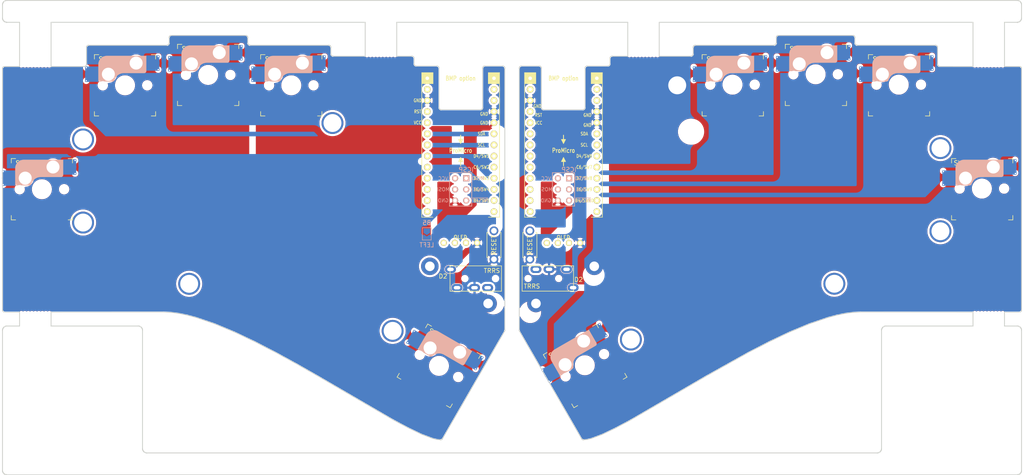
<source format=kicad_pcb>
(kicad_pcb (version 20221018) (generator pcbnew)
  (layers (0 "F.Cu" signal) (31 "B.Cu" signal) (34 "B.Paste" user) (35 "F.Paste" user) (36 "B.SilkS" user "B.Silkscreen") (37 "F.SilkS" user "F.Silkscreen") (38 "B.Mask" user) (39 "F.Mask" user) (44 "Edge.Cuts" user))
  (net 0 "")
  (net 1 "/L_MISO")
  (net 2 "VCC")
  (net 3 "/L_SCLK")
  (net 4 "/L_MOSI")
  (net 5 "/L_RST")
  (net 6 "GND")
  (net 7 "/R_MISO")
  (net 8 "/R_SCLK")
  (net 9 "/R_MOSI")
  (net 10 "/R_RST")
  (net 13 "/L_Data")
  (net 14 "/L_side")
  (net 15 "/R_Data")
  (net 16 "/L_push1")
  (net 17 "/L_push2")
  (net 18 "/L_push3")
  (net 19 "/L_push4")
  (net 20 "/L_push5")
  (net 21 "/R_push6")
  (net 22 "/R_push7")
  (net 23 "/R_push8")
  (net 24 "/R_push9")
  (net 25 "/R_push10")
  (net 26 "/L_SDA")
  (net 27 "/L_SCL")
  (net 28 "/R_SDA")
  (net 29 "/R_SCL")
  (net 30 "/L_LED")
  (net 37 "/L_Bat+")
  (net 38 "/R_LED")
  (net 46 "/R_Bat+")
  (footprint "Marby_kbd_footprint:Breakaway_Tabs" (layer "F.Cu") (at 268.216 132.36)
    (fp_text reference "REF**" hide)
    (fp_text value "Breakaway_Tabs" hide)
    (pad "" np_thru_hole circle (at -3.2 -0.2 180) (size 0.45 0.45) (drill 0.45) (layers "F&B.Cu" "*.Mask"))
    (pad "" np_thru_hole circle (at -2.4 -0.2 180) (size 0.45 0.45) (drill 0.45) (layers "F&B.Cu" "*.Mask"))
    (pad "" np_thru_hole circle (at -1.6 -0.2 180) (size 0.45 0.45) (drill 0.45) (layers "F&B.Cu" "*.Mask"))
    (pad "" np_thru_hole circle (at -0.8 -0.2 180) (size 0.45 0.45) (drill 0.45) (layers "F&B.Cu" "*.Mask"))
    (pad "" np_thru_hole circle (at 0 -0.2 180) (size 0.45 0.45) (drill 0.45) (layers "F&B.Cu" "*.Mask"))
    (pad "" np_thru_hole circle (at 0.8 -0.2 180) (size 0.45 0.45) (drill 0.45) (layers "F&B.Cu" "*.Mask"))
    (pad "" np_thru_hole circle (at 1.6 -0.2 180) (size 0.45 0.45) (drill 0.45) (layers "F&B.Cu" "*.Mask"))
    (pad "" np_thru_hole circle (at 2.4 -0.2 180) (size 0.45 0.45) (drill 0.45) (layers "F&B.Cu" "*.Mask"))
    (pad "" np_thru_hole circle (at 3.2 -0.2 180) (size 0.45 0.45) (drill 0.45) (layers "F&B.Cu" "*.Mask"))
  )
  (footprint "kbd:LEGO_HOLE" (layer "F.Cu") (at 131.975539 136.264484)
    (fp_text reference "" (at 0 -3.2) (layer "F.SilkS"))
    (fp_text value "")
    (pad "" thru_hole circle (at 0 0) (size 5 5) (drill 4.1) (layers "*.Cu" "*.Mask"))
  )
  (footprint "Marby_kbd_footprint:ResetSW_1side" (layer "F.Cu") (at 163.34 116.647 90)
    (fp_text reference "RSW2" hide)
    (fp_text value "SW_PUSH")
    (fp_text user "RESET" (at 0 0 90) (layer "F.SilkS"))
    (pad "1" thru_hole circle (at 3.25 0 90) (size 2 2) (drill 1.3) (layers "*.Cu" "B.Mask") (net 10 "/R_RST"))
    (pad "2" thru_hole circle (at -3.25 0 90) (size 2 2) (drill 1.3) (layers "*.Cu" "B.Mask") (net 6 "GND"))
  )
  (footprint "kbd:LEGO_HOLE" (layer "F.Cu") (at 118.225539 88.764484)
    (fp_text reference "" (at 0 -3.2) (layer "F.SilkS"))
    (fp_text value "")
    (pad "" thru_hole circle (at 0 0) (size 5 5) (drill 4.1) (layers "*.Cu" "*.Mask"))
  )
  (footprint "Marby_kbd_footprint:Breakaway_Tabs" (layer "F.Cu") (at 129.31 73.499)
    (fp_text reference "REF**" hide)
    (fp_text value "Breakaway_Tabs" hide)
    (pad "" np_thru_hole circle (at -3.2 -0.2 180) (size 0.45 0.45) (drill 0.45) (layers "F&B.Cu" "*.Mask"))
    (pad "" np_thru_hole circle (at -2.4 -0.2 180) (size 0.45 0.45) (drill 0.45) (layers "F&B.Cu" "*.Mask"))
    (pad "" np_thru_hole circle (at -1.6 -0.2 180) (size 0.45 0.45) (drill 0.45) (layers "F&B.Cu" "*.Mask"))
    (pad "" np_thru_hole circle (at -0.8 -0.2 180) (size 0.45 0.45) (drill 0.45) (layers "F&B.Cu" "*.Mask"))
    (pad "" np_thru_hole circle (at 0 -0.2 180) (size 0.45 0.45) (drill 0.45) (layers "F&B.Cu" "*.Mask"))
    (pad "" np_thru_hole circle (at 0.8 -0.2 180) (size 0.45 0.45) (drill 0.45) (layers "F&B.Cu" "*.Mask"))
    (pad "" np_thru_hole circle (at 1.6 -0.2 180) (size 0.45 0.45) (drill 0.45) (layers "F&B.Cu" "*.Mask"))
    (pad "" np_thru_hole circle (at 2.4 -0.2 180) (size 0.45 0.45) (drill 0.45) (layers "F&B.Cu" "*.Mask"))
    (pad "" np_thru_hole circle (at 3.2 -0.2 180) (size 0.45 0.45) (drill 0.45) (layers "F&B.Cu" "*.Mask"))
  )
  (footprint "kbd:LEGO_HOLE" (layer "F.Cu") (at 140.475539 121.514484)
    (fp_text reference "" (at 0 -3.2) (layer "F.SilkS"))
    (fp_text value "")
    (pad "" thru_hole circle (at 0 0) (size 4 4) (drill 2.2) (layers "*.Cu" "*.Mask"))
  )
  (footprint "kbd:LEGO_HOLE" (layer "F.Cu") (at 61.225539 111.514484)
    (fp_text reference "" (at 0 -3.2) (layer "F.SilkS"))
    (fp_text value "")
    (pad "" thru_hole circle (at 0 0) (size 5 5) (drill 4.1) (layers "*.Cu" "*.Mask"))
  )
  (footprint "kbd:LEGO_HOLE" (layer "F.Cu") (at 153.800507 130.014484)
    (fp_text reference "" (at 0 -3.2) (layer "F.SilkS"))
    (fp_text value "")
    (pad "" thru_hole circle (at 0 0) (size 4 4) (drill 2.2) (layers "*.Cu" "*.Mask"))
  )
  (footprint "Marby_kbd_footprint:ResetSW_1side" (layer "F.Cu") (at 155.13 116.647 90)
    (fp_text reference "RSW1" hide)
    (fp_text value "SW_PUSH")
    (fp_text user "RESET" (at 0 0 90) (layer "F.SilkS"))
    (pad "1" thru_hole circle (at 3.25 0 90) (size 2 2) (drill 1.3) (layers "*.Cu" "B.Mask") (net 5 "/L_RST"))
    (pad "2" thru_hole circle (at -3.25 0 90) (size 2 2) (drill 1.3) (layers "*.Cu" "B.Mask") (net 6 "GND"))
  )
  (footprint "Marby_kbd_footprint:OLED" (layer "F.Cu") (at 171.01 116.17)
    (fp_text reference "J3")
    (fp_text value "OLED" (at 0 -1.3) (layer "F.SilkS") (effects (font (size 0.8128 0.8128))))
    (pad "1" thru_hole circle (at -3.81 0) (size 1.397 1.397) (drill 0.8128) (layers "*.Cu" "F.SilkS" "B.Mask") (net 28 "/R_SDA"))
    (pad "2" thru_hole circle (at -1.27 0) (size 1.397 1.397) (drill 0.8128) (layers "*.Cu" "F.SilkS" "B.Mask") (net 29 "/R_SCL"))
    (pad "3" thru_hole circle (at 1.27 0) (size 1.397 1.397) (drill 0.8128) (layers "*.Cu" "F.SilkS" "B.Mask") (net 2 "VCC"))
    (pad "4" thru_hole circle (at 3.81 0) (size 1.397 1.397) (drill 0.8128) (layers "*.Cu" "F.SilkS" "B.Mask") (net 6 "GND"))
  )
  (footprint "Marby_kbd_footprint:Board_BMP_Flip_Side" (layer "F.Cu") (at 171.0266 93.776)
    (fp_text reference "U2" hide)
    (fp_text value "ProMicro" (at 0 1.27 unlocked) (layer "F.SilkS") (effects (font (size 1 0.8) (thickness 0.16))))
    (fp_text user "D4/SW6" (at 4.75 2.54) (layer "F.SilkS") (effects (font (size 0.75 0.6) (thickness 0.12))))
    (fp_text user "C6/SW7" (at 4.75 5.08) (layer "F.SilkS") (effects (font (size 0.75 0.6) (thickness 0.12))))
    (fp_text user "E6/SW9" (at 4.75 10.16) (layer "F.SilkS") (effects (font (size 0.75 0.6) (thickness 0.12))))
    (fp_text user "D7/SW8" (at 4.75 7.62) (layer "F.SilkS") (effects (font (size 0.75 0.6) (thickness 0.12))))
    (fp_text user "GND" (at 5.4754 -4.53) (layer "F.SilkS") (effects (font (size 0.75 0.6) (thickness 0.12))))
    (fp_text user "GND" (at -5.9546 -8.848) (layer "F.SilkS") (effects (font (size 0.75 0.6) (thickness 0.12))))
    (fp_text user "GND" (at 5.4754 -6.816) (layer "F.SilkS") (effects (font (size 0.75 0.6) (thickness 0.12))))
    (fp_text user "SCL" (at 4.75 0) (layer "F.SilkS") (effects (font (size 0.75 0.6) (thickness 0.12))))
    (fp_text user "VCC" (at -5.7006 -5.038) (layer "F.SilkS") (effects (font (size 0.75 0.6) (thickness 0.12))))
    (fp_text user "B4/SW10" (at 4.75 12.7) (layer "F.SilkS") (effects (font (size 0.75 0.6) (thickness 0.12))))
    (fp_text user "BMP option" (at 0 -15.222 unlocked) (layer "F.SilkS") (effects (font (size 1 0.8) (thickness 0.16))))
    (fp_text user "SDA" (at 4.75 -2.54) (layer "F.SilkS") (effects (font (size 0.75 0.6) (thickness 0.12))))
    (fp_text user "RST" (at -5.7006 -6.816) (layer "F.SilkS") (effects (font (size 0.75 0.6) (thickness 0.12))))
    (pad "1" thru_hole circle (at 7.62 -12.7 90) (size 1.524 1.524) (drill 0.8128) (layers "*.Cu" "*.Mask" "F.SilkS") (net 38 "/R_LED"))
    (pad "2" thru_hole circle (at 7.62 -10.16) (size 1.524 1.524) (drill 0.8128) (layers "*.Cu" "*.Mask" "F.SilkS") (net 15 "/R_Data"))
    (pad "3" thru_hole circle (at 7.62 -7.62) (size 1.524 1.524) (drill 0.8128) (layers "*.Cu" "*.Mask" "F.SilkS") (net 6 "GND"))
    (pad "4" thru_hole circle (at 7.62 -5.08) (size 1.524 1.524) (drill 0.8128) (layers "*.Cu" "*.Mask" "F.SilkS") (net 6 "GND"))
    (pad "5" thru_hole circle (at 7.62 -2.54) (size 1.524 1.524) (drill 0.8128) (layers "*.Cu" "*.Mask" "F.SilkS") (net 28 "/R_SDA"))
    (pad "6" thru_hole circle (at 7.63 0) (size 1.524 1.524) (drill 0.8128) (layers "*.Cu" "*.Mask" "F.SilkS") (net 29 "/R_SCL"))
    (pad "7" thru_hole circle (at 7.62 2.54) (size 1.524 1.524) (drill 0.8128) (layers "*.Cu" "*.Mask" "F.SilkS") (net 21 "/R_push6"))
    (pad "8" thru_hole circle (at 7.62 5.08) (size 1.524 1.524) (drill 0.8128) (layers "*.Cu" "*.Mask" "F.SilkS") (net 22 "/R_push7"))
    (pad "9" thru_hole circle (at 7.63 7.62) (size 1.524 1.524) (drill 0.8128) (layers "*.Cu" "*.Mask" "F.SilkS") (net 23 "/R_push8"))
    (pad "10" thru_hole circle (at 7.63 10.16) (size 1.524 1.524) (drill 0.8128) (layers "*.Cu" "*.Mask" "F.SilkS") (net 24 "/R_push9"))
    (pad "11" thru_hole circle (at 7.63 12.7) (size 1.524 1.524) (drill 0.8128) (layers "*.Cu" "*.Mask" "F.SilkS") (net 25 "/R_push10"))
    (pad "12" thru_hole circle (at 7.62 15.24) (size 1.524 1.524) (drill 0.8128) (layers "*.Cu" "*.Mask" "F.SilkS"))
    (pad "13" thru_hole circle (at -7.62 15.24) (size 1.524 1.524) (drill 0.8128) (layers "*.Cu" "*.Mask" "F.SilkS"))
    (pad "14" thru_hole circle (at -7.63 12.7) (size 1.524 1.524) (drill 0.8128) (layers "*.Cu" "*.Mask" "F.SilkS") (net 9 "/R_MOSI"))
    (pad "15" thru_hole circle (at -7.63 10.16) (size 1.524 1.524) (drill 0.8128) (layers "*.Cu" "*.Mask" "F.SilkS") (net 7 "/R_MISO"))
    (pad "16" thru_hole circle (at -7.63 7.62) (size 1.524 1.524) (drill 0.8128) (layers "*.Cu" "*.Mask" "F.SilkS") (net 8 "/R_SCLK"))
    (pad "17" thru_hole circle (at -7.63 5.08) (size 1.524 1.524) (drill 0.8128) (layers "*.Cu" "*.Mask" "F.SilkS"))
    (pad "18" thru_hole circle (at -7.62 2.54) (size 1.524 1.524) (drill 0.8128) (layers "*.Cu" "*.Mask" "F.SilkS"))
    (pad "19" thru_hole circle (at -7.63 0) (size 1.524 1.524) (drill 0.8128) (layers "*.Cu" "*.Mask" "F.SilkS"))
    (pad "20" thru_hole circle (at -7.62 -2.54) (size 1.524 1.524) (drill 0.8128) (layers "*.Cu" "*.Mask" "F.SilkS"))
    (pad "21" thru_hole circle (at -7.62 -5.08) (size 1.524 1.524) (drill 0.8128) (layers "*.Cu" "*.Mask" "F.SilkS") (net 2 "VCC"))
    (pad "22" thru_hole circle (at -7.62 -7.62) (size 1.524 1.524) (drill 0.8128) (layers "*.Cu" "*.Mask" "F.SilkS") (net 10 "/R_RST"))
    (pad "23" thru_hole circle (at -7.62 -10.16) (size 1.524 1.524) (drill 0.8128) (layers "*.Cu" "*.Mask" "F.SilkS") (net 6 "GND"))
    (pad "24" thru_hole circle (at -7.62 -12.7) (size 1.524 1.524) (drill 0.8128) (layers "*.Cu" "*.Mask" "F.SilkS"))
    (pad "25" thru_hole circle (at -7.62 -15.24) (size 1.524 1.524) (drill 0.8128) (layers "*.Cu" "*.Mask" "F.SilkS") (net 46 "/R_Bat+"))
    (pad "26" thru_hole circle (at 7.62 -15.24) (size 1.524 1.524) (drill 0.8128) (layers "*.Cu" "*.Mask" "F.SilkS") (net 6 "GND"))
  )
  (footprint "Marby_kbd_footprint:OLED" (layer "F.Cu") (at 147.464 116.144)
    (fp_text reference "J1")
    (fp_text value "OLED" (at 0 -1.3) (layer "F.SilkS") (effects (font (size 0.8128 0.8128))))
    (pad "1" thru_hole circle (at -3.81 0) (size 1.397 1.397) (drill 0.8128) (layers "*.Cu" "F.SilkS" "B.Mask") (net 26 "/L_SDA"))
    (pad "2" thru_hole circle (at -1.27 0) (size 1.397 1.397) (drill 0.8128) (layers "*.Cu" "F.SilkS" "B.Mask") (net 27 "/L_SCL"))
    (pad "3" thru_hole circle (at 1.27 0) (size 1.397 1.397) (drill 0.8128) (layers "*.Cu" "F.SilkS" "B.Mask") (net 2 "VCC"))
    (pad "4" thru_hole circle (at 3.81 0) (size 1.397 1.397) (drill 0.8128) (layers "*.Cu" "F.SilkS" "B.Mask") (net 6 "GND"))
  )
  (footprint "Marby_kbd_footprint:Breakaway_Tabs" (layer "F.Cu") (at 189.31 73.499)
    (fp_text reference "REF**" hide)
    (fp_text value "Breakaway_Tabs" hide)
    (pad "" np_thru_hole circle (at -3.2 -0.2 180) (size 0.45 0.45) (drill 0.45) (layers "F&B.Cu" "*.Mask"))
    (pad "" np_thru_hole circle (at -2.4 -0.2 180) (size 0.45 0.45) (drill 0.45) (layers "F&B.Cu" "*.Mask"))
    (pad "" np_thru_hole circle (at -1.6 -0.2 180) (size 0.45 0.45) (drill 0.45) (layers "F&B.Cu" "*.Mask"))
    (pad "" np_thru_hole circle (at -0.8 -0.2 180) (size 0.45 0.45) (drill 0.45) (layers "F&B.Cu" "*.Mask"))
    (pad "" np_thru_hole circle (at 0 -0.2 180) (size 0.45 0.45) (drill 0.45) (layers "F&B.Cu" "*.Mask"))
    (pad "" np_thru_hole circle (at 0.8 -0.2 180) (size 0.45 0.45) (drill 0.45) (layers "F&B.Cu" "*.Mask"))
    (pad "" np_thru_hole circle (at 1.6 -0.2 180) (size 0.45 0.45) (drill 0.45) (layers "F&B.Cu" "*.Mask"))
    (pad "" np_thru_hole circle (at 2.4 -0.2 180) (size 0.45 0.45) (drill 0.45) (layers "F&B.Cu" "*.Mask"))
    (pad "" np_thru_hole circle (at 3.2 -0.2 180) (size 0.45 0.45) (drill 0.45) (layers "F&B.Cu" "*.Mask"))
  )
  (footprint "Marby_Library:MJ-4PP-9_1side" (layer "F.Cu") (at 161.573 127.195 90)
    (fp_text reference "J6")
    (fp_text value "TRRS" hide)
    (fp_text user "TRRS" (at 1.119 2.229 180) (layer "F.SilkS"))
    (pad "" np_thru_hole circle (at 2.9 1.35 90) (size 1.2 1.2) (drill 1.2) (layers "*.Cu" "*.Mask"))
    (pad "" np_thru_hole circle (at 2.9 8.35 90) (size 1.2 1.2) (drill 1.2) (layers "*.Cu" "*.Mask"))
    (pad "R1" thru_hole oval (at 5 6.15 90) (size 1.7 2.5) (drill oval 0.8 1.5) (layers "*.Cu" "B.Mask") (net 6 "GND"))
    (pad "R2" thru_hole oval (at 5 3.15 90) (size 1.7 2.5) (drill oval 0.8 1.5) (layers "*.Cu" "B.Mask"))
    (pad "S" thru_hole oval (at 0.8 11.65 90) (size 1.7 2.5) (drill oval 0.8 1.5) (layers "*.Cu" "B.Mask") (net 15 "/R_Data") (clearance 0.15))
    (pad "T" thru_hole oval (at 5 10.15 90) (size 1.7 2.5) (drill oval 0.8 1.5) (layers "*.Cu" "B.Mask") (net 2 "VCC") (clearance 0.15))
  )
  (footprint "Marby_Library:MJ-4PP-9_1side" (layer "F.Cu") (at 156.84 121.408 -90)
    (fp_text reference "J5")
    (fp_text value "TRRS" hide)
    (fp_text user "TRRS" (at 1.112 2.182 -180) (layer "F.SilkS"))
    (pad "" np_thru_hole circle (at 2.9 1.35 270) (size 1.2 1.2) (drill 1.2) (layers "*.Cu" "*.Mask"))
    (pad "" np_thru_hole circle (at 2.9 8.35 270) (size 1.2 1.2) (drill 1.2) (layers "*.Cu" "*.Mask"))
    (pad "R1" thru_hole oval (at 5 6.15 270) (size 1.7 2.5) (drill oval 0.8 1.5) (layers "*.Cu" "B.Mask") (net 6 "GND"))
    (pad "R2" thru_hole oval (at 5 3.15 270) (size 1.7 2.5) (drill oval 0.8 1.5) (layers "*.Cu" "B.Mask"))
    (pad "S" thru_hole oval (at 0.8 11.65 270) (size 1.7 2.5) (drill oval 0.8 1.5) (layers "*.Cu" "B.Mask") (net 13 "/L_Data") (clearance 0.15))
    (pad "T" thru_hole oval (at 5 10.15 270) (size 1.7 2.5) (drill oval 0.8 1.5) (layers "*.Cu" "B.Mask") (net 2 "VCC") (clearance 0.15))
  )
  (footprint "kbd:LEGO_HOLE" (layer "F.Cu") (at 85.475539 125.514484)
    (fp_text reference "" (at 0 -3.2) (layer "F.SilkS"))
    (fp_text value "")
    (pad "" thru_hole circle (at 0 0) (size 5 5) (drill 4.1) (layers "*.Cu" "*.Mask"))
  )
  (footprint "Marby_kbd_footprint:Breakaway_Tabs" (layer "F.Cu") (at 50.315 132.363)
    (fp_text reference "REF**" hide)
    (fp_text value "Breakaway_Tabs" hide)
    (pad "" np_thru_hole circle (at -3.2 -0.2 180) (size 0.45 0.45) (drill 0.45) (layers "F&B.Cu" "*.Mask"))
    (pad "" np_thru_hole circle (at -2.4 -0.2 180) (size 0.45 0.45) (drill 0.45) (layers "F&B.Cu" "*.Mask"))
    (pad "" np_thru_hole circle (at -1.6 -0.2 180) (size 0.45 0.45) (drill 0.45) (layers "F&B.Cu" "*.Mask"))
    (pad "" np_thru_hole circle (at -0.8 -0.2 180) (size 0.45 0.45) (drill 0.45) (layers "F&B.Cu" "*.Mask"))
    (pad "" np_thru_hole circle (at 0 -0.2 180) (size 0.45 0.45) (drill 0.45) (layers "F&B.Cu" "*.Mask"))
    (pad "" np_thru_hole circle (at 0.8 -0.2 180) (size 0.45 0.45) (drill 0.45) (layers "F&B.Cu" "*.Mask"))
    (pad "" np_thru_hole circle (at 1.6 -0.2 180) (size 0.45 0.45) (drill 0.45) (layers "F&B.Cu" "*.Mask"))
    (pad "" np_thru_hole circle (at 2.4 -0.2 180) (size 0.45 0.45) (drill 0.45) (layers "F&B.Cu" "*.Mask"))
    (pad "" np_thru_hole circle (at 3.2 -0.2 180) (size 0.45 0.45) (drill 0.45) (layers "F&B.Cu" "*.Mask"))
  )
  (footprint "kbd:LEGO_HOLE" (layer "F.Cu") (at 61.225539 92.514484)
    (fp_text reference "" (at 0 -3.2) (layer "F.SilkS"))
    (fp_text value "")
    (pad "" thru_hole circle (at 0 0) (size 5 5) (drill 4.1) (layers "*.Cu" "*.Mask"))
  )
  (footprint "Marby_kbd_footprint:Board_BMP_Flip_Side" (layer "F.Cu") (at 147.518 93.776)
    (fp_text reference "U1" hide)
    (fp_text value "ProMicro" (at 0 1.27 unlocked) (layer "F.SilkS") (effects (font (size 1 0.8) (thickness 0.16))))
    (fp_text user "D4/SW1" (at 4.75 2.54) (layer "F.SilkS") (effects (font (size 0.75 0.6) (thickness 0.12))))
    (fp_text user "GND" (at -9.83 -10.16) (layer "F.SilkS") (effects (font (size 0.75 0.6) (thickness 0.12))))
    (fp_text user "BMP option" (at 0 -15.222 unlocked) (layer "F.SilkS") (effects (font (size 1 0.8) (thickness 0.16))))
    (fp_text user "VCC" (at -9.83 -5.08) (layer "F.SilkS") (effects (font (size 0.75 0.6) (thickness 0.12))))
    (fp_text user "B4/SW5" (at 4.75 12.7) (layer "F.SilkS") (effects (font (size 0.75 0.6) (thickness 0.12))))
    (fp_text user "GND" (at 5.362 -7.07) (layer "F.SilkS") (effects (font (size 0.75 0.6) (thickness 0.12))))
    (fp_text user "GND" (at 5.362 -5.038) (layer "F.SilkS") (effects (font (size 0.75 0.6) (thickness 0.12))))
    (fp_text user "RST" (at -9.83 -7.62) (layer "F.SilkS") (effects (font (size 0.75 0.6) (thickness 0.12))))
    (fp_text user "C6/SW2" (at 4.75 5.08) (layer "F.SilkS") (effects (font (size 0.75 0.6) (thickness 0.12))))
    (fp_text user "E6/SW4" (at 4.75 10.16) (layer "F.SilkS") (effects (font (size 0.75 0.6) (thickness 0.12))))
    (fp_text user "D7/SW3" (at 4.75 7.62) (layer "F.SilkS") (effects (font (size 0.75 0.6) (thickness 0.12))))
    (fp_text user "SDA" (at 4.75 -2.54) (layer "F.SilkS") (effects (font (size 0.75 0.6) (thickness 0.12))))
    (fp_text user "SCL" (at 4.75 0) (layer "F.SilkS") (effects (font (size 0.75 0.6) (thickness 0.12))))
    (pad "1" thru_hole circle (at 7.62 -12.7 90) (size 1.524 1.524) (drill 0.8128) (layers "*.Cu" "*.Mask" "F.SilkS") (net 30 "/L_LED"))
    (pad "2" thru_hole circle (at 7.62 -10.16) (size 1.524 1.524) (drill 0.8128) (layers "*.Cu" "*.Mask" "F.SilkS") (net 13 "/L_Data"))
    (pad "3" thru_hole circle (at 7.62 -7.62) (size 1.524 1.524) (drill 0.8128) (layers "*.Cu" "*.Mask" "F.SilkS") (net 6 "GND"))
    (pad "4" thru_hole circle (at 7.62 -5.08) (size 1.524 1.524) (drill 0.8128) (layers "*.Cu" "*.Mask" "F.SilkS") (net 6 "GND"))
    (pad "5" thru_hole circle (at 7.62 -2.54) (size 1.524 1.524) (drill 0.8128) (layers "*.Cu" "*.Mask" "F.SilkS") (net 26 "/L_SDA"))
    (pad "6" thru_hole circle (at 7.63 0) (size 1.524 1.524) (drill 0.8128) (layers "*.Cu" "*.Mask" "F.SilkS") (net 27 "/L_SCL"))
    (pad "7" thru_hole circle (at 7.62 2.54) (size 1.524 1.524) (drill 0.8128) (layers "*.Cu" "*.Mask" "F.SilkS") (net 16 "/L_push1"))
    (pad "8" thru_hole circle (at 7.62 5.08) (size 1.524 1.524) (drill 0.8128) (layers "*.Cu" "*.Mask" "F.SilkS") (net 17 "/L_push2"))
    (pad "9" thru_hole circle (at 7.63 7.62) (size 1.524 1.524) (drill 0.8128) (layers "*.Cu" "*.Mask" "F.SilkS") (net 18 "/L_push3"))
    (pad "10" thru_hole circle (at 7.63 10.16) (size 1.524 1.524) (drill 0.8128) (layers "*.Cu" "*.Mask" "F.SilkS") (net 19 "/L_push4"))
    (pad "11" thru_hole circle (at 7.63 12.7) (size 1.524 1.524) (drill 0.8128) (layers "*.Cu" "*.Mask" "F.SilkS") (net 20 "/L_push5"))
    (pad "12" thru_hole circle (at 7.62 15.24) (size 1.524 1.524) (drill 0.8128) (layers "*.Cu" "*.Mask" "F.SilkS") (net 14 "/L_side"))
    (pad "13" thru_hole circle (at -7.62 15.24) (size 1.524 1.524) (drill 0.8128) (layers "*.Cu" "*.Mask" "F.SilkS"))
    (pad "14" thru_hole circle (at -7.63 12.7) (size 1.524 1.524) (drill 0.8128) (layers "*.Cu" "*.Mask" "F.SilkS") (net 4 "/L_MOSI"))
    (pad "15" thru_hole circle (at -7.63 10.16) (size 1.524 1.524) (drill 0.8128) (layers "*.Cu" "*.Mask" "F.SilkS") (net 1 "/L_MISO"))
    (pad "16" thru_hole circle (at -7.63 7.62) (size 1.524 1.524) (drill 0.8128) (layers "*.Cu" "*.Mask" "F.SilkS") (net 3 "/L_SCLK"))
    (pad "17" thru_hole circle (at -7.63 5.08) (size 1.524 1.524) (drill 0.8128) (layers "*.Cu" "*.Mask" "F.SilkS"))
    (pad "18" thru_hole circle (at -7.62 2.54) (size 1.524 1.524) (drill 0.8128) (layers "*.Cu" "*.Mask" "F.SilkS"))
    (pad "19" thru_hole circle (at -7.63 0) (size 1.524 1.524) (drill 0.8128) (layers "*.Cu" "*.Mask" "F.SilkS"))
    (pad "20" thru_hole circle (at -7.62 -2.54) (size 1.524 1.524) (drill 0.8128) (layers "*.Cu" "*.Mask" "F.SilkS"))
    (pad "21" thru_hole circle (at -7.62 -5.08) (size 1.524 1.524) (drill 0.8128) (layers "*.Cu" "*.Mask" "F.SilkS") (net 2 "VCC"))
    (pad "22" thru_hole circle (at -7.62 -7.62) (size 1.524 1.524) (drill 0.8128) (layers "*.Cu" "*.Mask" "F.SilkS") (net 5 "/L_RST"))
    (pad "23" thru_hole circle (at -7.62 -10.16) (size 1.524 1.524) (drill 0.8128) (layers "*.Cu" "*.Mask" "F.SilkS") (net 6 "GND"))
    (pad "24" thru_hole circle (at -7.62 -12.7) (size 1.524 1.524) (drill 0.8128) (layers "*.Cu" "*.Mask" "F.SilkS"))
    (pad "25" thru_hole circle (at -7.62 -15.24) (size 1.524 1.524) (drill 0.8128) (layers "*.Cu" "*.Mask" "F.SilkS") (net 37 "/L_Bat+"))
    (pad "26" thru_hole circle (at 7.62 -15.24) (size 1.524 1.524) (drill 0.8128) (layers "*.Cu" "*.Mask" "F.SilkS") (net 6 "GND"))
  )
  (footprint "Marby_kbd_footprint:Breakaway_Tabs" (layer "F.Cu") (at 268.215 75.849)
    (fp_text reference "REF**" hide)
    (fp_text value "Breakaway_Tabs" hide)
    (pad "" np_thru_hole circle (at -3.2 -0.2 180) (size 0.45 0.45) (drill 0.45) (layers "F&B.Cu" "*.Mask"))
    (pad "" np_thru_hole circle (at -2.4 -0.2 180) (size 0.45 0.45) (drill 0.45) (layers "F&B.Cu" "*.Mask"))
    (pad "" np_thru_hole circle (at -1.6 -0.2 180) (size 0.45 0.45) (drill 0.45) (layers "F&B.Cu" "*.Mask"))
    (pad "" np_thru_hole circle (at -0.8 -0.2 180) (size 0.45 0.45) (drill 0.45) (layers "F&B.Cu" "*.Mask"))
    (pad "" np_thru_hole circle (at 0 -0.2 180) (size 0.45 0.45) (drill 0.45) (layers "F&B.Cu" "*.Mask"))
    (pad "" np_thru_hole circle (at 0.8 -0.2 180) (size 0.45 0.45) (drill 0.45) (layers "F&B.Cu" "*.Mask"))
    (pad "" np_thru_hole circle (at 1.6 -0.2 180) (size 0.45 0.45) (drill 0.45) (layers "F&B.Cu" "*.Mask"))
    (pad "" np_thru_hole circle (at 2.4 -0.2 180) (size 0.45 0.45) (drill 0.45) (layers "F&B.Cu" "*.Mask"))
    (pad "" np_thru_hole circle (at 3.2 -0.2 180) (size 0.45 0.45) (drill 0.45) (layers "F&B.Cu" "*.Mask"))
  )
  (footprint "Marby_kbd_footprint:Breakaway_Tabs" (layer "F.Cu") (at 50.315064 75.8495)
    (fp_text reference "REF**" hide)
    (fp_text value "Breakaway_Tabs" hide)
    (pad "" np_thru_hole circle (at -3.2 -0.2 180) (size 0.45 0.45) (drill 0.45) (layers "*.Cu" "*.Mask"))
    (pad "" np_thru_hole circle (at -2.4 -0.2 180) (size 0.45 0.45) (drill 0.45) (layers "*.Cu" "*.Mask"))
    (pad "" np_thru_hole circle (at -1.6 -0.2 180) (size 0.45 0.45) (drill 0.45) (layers "*.Cu" "*.Mask"))
    (pad "" np_thru_hole circle (at -0.8 -0.2 180) (size 0.45 0.45) (drill 0.45) (layers "*.Cu" "*.Mask"))
    (pad "" np_thru_hole circle (at 0 -0.2 180) (size 0.45 0.45) (drill 0.45) (layers "F&B.Cu" "*.Mask"))
    (pad "" np_thru_hole circle (at 0.8 -0.2 180) (size 0.45 0.45) (drill 0.45) (layers "F&B.Cu" "*.Mask"))
    (pad "" np_thru_hole circle (at 1.6 -0.2 180) (size 0.45 0.45) (drill 0.45) (layers "*.Cu" "*.Mask"))
    (pad "" np_thru_hole circle (at 2.4 -0.2 180) (size 0.45 0.45) (drill 0.45) (layers "*.Cu" "*.Mask"))
    (pad "" np_thru_hole circle (at 3.2 -0.2 180) (size 0.45 0.45) (drill 0.45) (layers "*.Cu" "*.Mask"))
  )
  (footprint "Marby_Library:ICSP" (layer "B.Cu") (at 171.0266 103.936 180)
    (fp_text reference "J4" hide)
    (fp_text value "ICSP" (at -1.24 4.52) (layer "B.SilkS") (effects (justify mirror)))
    (fp_text user "~{RESET}" (at -4.5 -2.54) (layer "B.SilkS") (effects (font (size 0.8 0.8) (thickness 0.1)) (justify mirror)))
    (fp_text user "SCK" (at -4 0) (layer "B.SilkS") (effects (font (size 0.8 0.8) (thickness 0.1)) (justify mirror)))
    (fp_text user "VCC" (at 4 2.5) (layer "B.SilkS") (effects (font (size 0.8 0.8) (thickness 0.1)) (justify mirror)))
    (fp_text user "GND" (at 4 -2.54) (layer "B.SilkS") (effects (font (size 0.8 0.8) (thickness 0.1)) (justify mirror)))
    (fp_text user "MISO" (at -4 2.54) (layer "B.SilkS") (effects (font (size 0.8 0.8) (thickness 0.1)) (justify mirror)))
    (fp_text user "MOSI" (at 4 0) (layer "B.SilkS") (effects (font (size 0.8 0.8) (thickness 0.1)) (justify mirror)))
    (pad "1" thru_hole rect (at -1.27 2.54 180) (size 1.397 1.397) (drill 0.8128) (layers "*.Cu" "*.Mask" "B.SilkS") (net 7 "/R_MISO"))
    (pad "2" thru_hole circle (at 1.27 2.54 180) (size 1.397 1.397) (drill 0.8128) (layers "*.Cu" "*.Mask" "B.SilkS") (net 2 "VCC"))
    (pad "3" thru_hole circle (at -1.27 0 180) (size 1.397 1.397) (drill 0.8128) (layers "*.Cu" "*.Mask" "B.SilkS") (net 8 "/R_SCLK"))
    (pad "4" thru_hole circle (at 1.27 0 180) (size 1.397 1.397) (drill 0.8128) (layers "*.Cu" "*.Mask" "B.SilkS") (net 9 "/R_MOSI"))
    (pad "5" thru_hole circle (at -1.27 -2.54 180) (size 1.397 1.397) (drill 0.8128) (layers "*.Cu" "*.Mask" "B.SilkS") (net 10 "/R_RST"))
    (pad "6" thru_hole circle (at 1.27 -2.54 180) (size 1.397 1.397) (drill 0.8128) (layers "*.Cu" "*.Mask" "B.SilkS") (net 6 "GND"))
  )
  (footprint "kbd:LEGO_HOLE" (layer "B.Cu") (at 164.729543 130.014484 180)
    (fp_text reference "" (at 0 3.2) (layer "B.SilkS") (effects (justify mirror)))
    (fp_text value "")
    (pad "" thru_hole circle (at 0 0 180) (size 4 4) (drill 2.2) (layers "*.Cu" "*.Mask"))
  )
  (footprint "Marby_kbd_footprint:CherryMXSwitch_hotswap_1_00u" (layer "B.Cu") (at 228.718 77.771)
    (fp_text reference "SW8" (at -4.5 -6 unlocked) (layer "F.SilkS"))
    (fp_text value "SW_PUSH")
    (pad "" np_thru_hole circle (at -5.08 0) (size 1.9 1.9) (drill 1.9) (layers "*.Cu" "*.Mask"))
    (pad "" np_thru_hole circle (at -3.81 -2.54) (size 3 3) (drill 2.97) (layers "F&B.Cu" "*.Mask"))
    (pad "" np_thru_hole circle (at 0 0 90) (size 4.1 4.1) (drill 4.1) (layers "*.Cu" "*.Mask"))
    (pad "" np_thru_hole circle (at 2.54 -5.08) (size 3 3) (drill 2.97) (layers "F&B.Cu" "*.Mask"))
    (pad "" np_thru_hole circle (at 5.08 0) (size 1.9 1.9) (drill 1.9) (layers "*.Cu" "*.Mask"))
    (pad "1" thru_hole circle (at -8.86 -4.04) (size 0.5 0.5) (drill 0.3) (layers "*.Cu" "F.Mask") (net 23 "/R_push8"))
    (pad "1" thru_hole circle (at -8.86 -1.04) (size 0.5 0.5) (drill 0.3) (layers "*.Cu" "F.Mask") (net 23 "/R_push8"))
    (pad "1" smd circle (at -8.635 -2.54 180) (size 1 1) (layers "B.Cu" "B.Paste" "B.Mask") (net 23 "/R_push8"))
    (pad "1" smd roundrect (at -7.585 -2.54 180) (size 3.05 3.5) (layers "B.Cu") (roundrect_rratio 0.02857147541) (net 23 "/R_push8"))
    (pad "1" smd roundrect (at -7.385 -2.54 180) (size 2.55 2.5) (layers "B.Cu" "B.Paste" "B.Mask") (roundrect_rratio 0.1) (net 23 "/R_push8"))
    (pad "2" smd roundrect (at 6.115 -5.08) (size 2.55 2.5) (layers "B.Cu" "B.Paste" "B.Mask") (roundrect_rratio 0.1) (net 6 "GND"))
    (pad "2" smd roundrect (at 6.315 -5.08) (size 3.05 3.5) (layers "B.Cu") (roundrect_rratio 0.02857147541) (net 6 "GND"))
    (pad "2" smd circle (at 7.39 -5.08 180) (size 1 1) (layers "B.Cu" "B.Paste" "B.Mask") (net 6 "GND"))
    (pad "2" thru_hole circle (at 7.59 -6.58 180) (size 0.5 0.5) (drill 0.3) (layers "*.Cu" "F.Mask") (net 6 "GND"))
    (pad "2" thru_hole circle (at 7.59 -3.58 180) (size 0.5 0.5) (drill 0.3) (layers "*.Cu" "F.Mask") (net 6 "GND"))
  )
  (footprint "Marby_kbd_footprint:CherryMXSwitch_hotswap_1_00u" (layer "B.Cu") (at 247.718 80.146)
    (fp_text reference "SW9" (at -4.5 -6 unlocked) (layer "F.SilkS"))
    (fp_text value "SW_PUSH")
    (pad "" np_thru_hole circle (at -5.08 0) (size 1.9 1.9) (drill 1.9) (layers "*.Cu" "*.Mask"))
    (pad "" np_thru_hole circle (at -3.81 -2.54) (size 3 3) (drill 2.97) (layers "F&B.Cu" "*.Mask"))
    (pad "" np_thru_hole circle (at 0 0 90) (size 4.1 4.1) (drill 4.1) (layers "*.Cu" "*.Mask"))
    (pad "" np_thru_hole circle (at 2.54 -5.08) (size 3 3) (drill 2.97) (layers "F&B.Cu" "*.Mask"))
    (pad "" np_thru_hole circle (at 5.08 0) (size 1.9 1.9) (drill 1.9) (layers "*.Cu" "*.Mask"))
    (pad "1" thru_hole circle (at -8.86 -4.04) (size 0.5 0.5) (drill 0.3) (layers "*.Cu" "F.Mask") (net 24 "/R_push9"))
    (pad "1" thru_hole circle (at -8.86 -1.04) (size 0.5 0.5) (drill 0.3) (layers "*.Cu" "F.Mask") (net 24 "/R_push9"))
    (pad "1" smd circle (at -8.635 -2.54 180) (size 1 1) (layers "B.Cu" "B.Paste" "B.Mask") (net 24 "/R_push9"))
    (pad "1" smd roundrect (at -7.585 -2.54 180) (size 3.05 3.5) (layers "B.Cu") (roundrect_rratio 0.02857147541) (net 24 "/R_push9"))
    (pad "1" smd roundrect (at -7.385 -2.54 180) (size 2.55 2.5) (layers "B.Cu" "B.Paste" "B.Mask") (roundrect_rratio 0.1) (net 24 "/R_push9"))
    (pad "2" smd roundrect (at 6.115 -5.08) (size 2.55 2.5) (layers "B.Cu" "B.Paste" "B.Mask") (roundrect_rratio 0.1) (net 6 "GND"))
    (pad "2" smd roundrect (at 6.315 -5.08) (size 3.05 3.5) (layers "B.Cu") (roundrect_rratio 0.02857147541) (net 6 "GND"))
    (pad "2" smd circle (at 7.39 -5.08 180) (size 1 1) (layers "B.Cu" "B.Paste" "B.Mask") (net 6 "GND"))
    (pad "2" thru_hole circle (at 7.59 -6.58 180) (size 0.5 0.5) (drill 0.3) (layers "*.Cu" "F.Mask") (net 6 "GND"))
    (pad "2" thru_hole circle (at 7.59 -3.58 180) (size 0.5 0.5) (drill 0.3) (layers "*.Cu" "F.Mask") (net 6 "GND"))
  )
  (footprint "Marby_Library:ICSP" (layer "B.Cu") (at 147.518 103.936 180)
    (fp_text reference "J2" hide)
    (fp_text value "ICSP" (at -1.24 4.52) (layer "B.SilkS") (effects (justify mirror)))
    (fp_text user "MOSI" (at 4 0) (layer "B.SilkS") (effects (font (size 0.8 0.8) (thickness 0.1)) (justify mirror)))
    (fp_text user "~{RESET}" (at -4.5 -2.54) (layer "B.SilkS") (effects (font (size 0.8 0.8) (thickness 0.1)) (justify mirror)))
    (fp_text user "MISO" (at -4 2.54) (layer "B.SilkS") (effects (font (size 0.8 0.8) (thickness 0.1)) (justify mirror)))
    (fp_text user "GND" (at 4 -2.54) (layer "B.SilkS") (effects (font (size 0.8 0.8) (thickness 0.1)) (justify mirror)))
    (fp_text user "SCK" (at -4 0) (layer "B.SilkS") (effects (font (size 0.8 0.8) (thickness 0.1)) (justify mirror)))
    (fp_text user "VCC" (at 4 2.5) (layer "B.SilkS") (effects (font (size 0.8 0.8) (thickness 0.1)) (justify mirror)))
    (pad "1" thru_hole rect (at -1.27 2.54 180) (size 1.397 1.397) (drill 0.8128) (layers "*.Cu" "*.Mask" "B.SilkS") (net 1 "/L_MISO"))
    (pad "2" thru_hole circle (at 1.27 2.54 180) (size 1.397 1.397) (drill 0.8128) (layers "*.Cu" "*.Mask" "B.SilkS") (net 2 "VCC"))
    (pad "3" thru_hole circle (at -1.27 0 180) (size 1.397 1.397) (drill 0.8128) (layers "*.Cu" "*.Mask" "B.SilkS") (net 3 "/L_SCLK"))
    (pad "4" thru_hole circle (at 1.27 0 180) (size 1.397 1.397) (drill 0.8128) (layers "*.Cu" "*.Mask" "B.SilkS") (net 4 "/L_MOSI"))
    (pad "5" thru_hole circle (at -1.27 -2.54 180) (size 1.397 1.397) (drill 0.8128) (layers "*.Cu" "*.Mask" "B.SilkS") (net 5 "/L_RST"))
    (pad "6" thru_hole circle (at 1.27 -2.54 180) (size 1.397 1.397) (drill 0.8128) (layers "*.Cu" "*.Mask" "B.SilkS") (net 6 "GND"))
  )
  (footprint "kbd:LEGO_HOLE" (layer "B.Cu") (at 257.177656 113.498845 180)
    (fp_text reference "" (at 0 3.2) (layer "B.SilkS") (effects (justify mirror)))
    (fp_text value "")
    (pad "" thru_hole circle (at 0 0 180) (size 5 5) (drill 4.1) (layers "*.Cu" "*.Mask"))
  )
  (footprint "Marby_kbd_footprint:CherryMXSwitch_hotswap_1_00u" (layer "B.Cu") (at 70.813 80.146)
    (fp_text reference "SW2" (at -4.5 -6 unlocked) (layer "F.SilkS"))
    (fp_text value "SW_PUSH")
    (pad "" np_thru_hole circle (at -5.08 0) (size 1.9 1.9) (drill 1.9) (layers "*.Cu" "*.Mask"))
    (pad "" np_thru_hole circle (at -3.81 -2.54) (size 3 3) (drill 2.97) (layers "F&B.Cu" "*.Mask"))
    (pad "" np_thru_hole circle (at 0 0 90) (size 4.1 4.1) (drill 4.1) (layers "*.Cu" "*.Mask"))
    (pad "" np_thru_hole circle (at 2.54 -5.08) (size 3 3) (drill 2.97) (layers "F&B.Cu" "*.Mask"))
    (pad "" np_thru_hole circle (at 5.08 0) (size 1.9 1.9) (drill 1.9) (layers "*.Cu" "*.Mask"))
    (pad "1" thru_hole circle (at -8.86 -4.04) (size 0.5 0.5) (drill 0.3) (layers "*.Cu" "F.Mask") (net 17 "/L_push2"))
    (pad "1" thru_hole circle (at -8.86 -1.04) (size 0.5 0.5) (drill 0.3) (layers "*.Cu" "F.Mask") (net 17 "/L_push2"))
    (pad "1" smd circle (at -8.635 -2.54 180) (size 1 1) (layers "B.Cu" "B.Paste" "B.Mask") (net 17 "/L_push2"))
    (pad "1" smd roundrect (at -7.585 -2.54 180) (size 3.05 3.5) (layers "B.Cu") (roundrect_rratio 0.02857147541) (net 17 "/L_push2"))
    (pad "1" smd roundrect (at -7.385 -2.54 180) (size 2.55 2.5) (layers "B.Cu" "B.Paste" "B.Mask") (roundrect_rratio 0.1) (net 17 "/L_push2"))
    (pad "2" smd roundrect (at 6.115 -5.08) (size 2.55 2.5) (layers "B.Cu" "B.Paste" "B.Mask") (roundrect_rratio 0.1) (net 6 "GND"))
    (pad "2" smd roundrect (at 6.315 -5.08) (size 3.05 3.5) (layers "B.Cu") (roundrect_rratio 0.02857147541) (net 6 "GND"))
    (pad "2" smd circle (at 7.39 -5.08 180) (size 1 1) (layers "B.Cu" "B.Paste" "B.Mask") (net 6 "GND"))
    (pad "2" thru_hole circle (at 7.59 -6.58 180) (size 0.5 0.5) (drill 0.3) (layers "*.Cu" "F.Mask") (net 6 "GND"))
    (pad "2" thru_hole circle (at 7.59 -3.58 180) (size 0.5 0.5) (drill 0.3) (layers "*.Cu" "F.Mask") (net 6 "GND"))
  )
  (footprint "Marby_kbd_footprint:CherryMXSwitch_hotswap_1_00u" (layer "B.Cu") (at 89.813 77.771)
    (fp_text reference "SW3" (at -4.5 -6 unlocked) (layer "F.SilkS"))
    (fp_text value "SW_PUSH")
    (pad "" np_thru_hole circle (at -5.08 0) (size 1.9 1.9) (drill 1.9) (layers "*.Cu" "*.Mask"))
    (pad "" np_thru_hole circle (at -3.81 -2.54) (size 3 3) (drill 2.97) (layers "F&B.Cu" "*.Mask"))
    (pad "" np_thru_hole circle (at 0 0 90) (size 4.1 4.1) (drill 4.1) (layers "*.Cu" "*.Mask"))
    (pad "" np_thru_hole circle (at 2.54 -5.08) (size 3 3) (drill 2.97) (layers "F&B.Cu" "*.Mask"))
    (pad "" np_thru_hole circle (at 5.08 0) (size 1.9 1.9) (drill 1.9) (layers "*.Cu" "*.Mask"))
    (pad "1" thru_hole circle (at -8.86 -4.04) (size 0.5 0.5) (drill 0.3) (layers "*.Cu" "F.Mask") (net 18 "/L_push3"))
    (pad "1" thru_hole circle (at -8.86 -1.04) (size 0.5 0.5) (drill 0.3) (layers "*.Cu" "F.Mask") (net 18 "/L_push3"))
    (pad "1" smd circle (at -8.635 -2.54 180) (size 1 1) (layers "B.Cu" "B.Paste" "B.Mask") (net 18 "/L_push3"))
    (pad "1" smd roundrect (at -7.585 -2.54 180) (size 3.05 3.5) (layers "B.Cu") (roundrect_rratio 0.02857147541) (net 18 "/L_push3"))
    (pad "1" smd roundrect (at -7.385 -2.54 180) (size 2.55 2.5) (layers "B.Cu" "B.Paste" "B.Mask") (roundrect_rratio 0.1) (net 18 "/L_push3"))
    (pad "2" smd roundrect (at 6.115 -5.08) (size 2.55 2.5) (layers "B.Cu" "B.Paste" "B.Mask") (roundrect_rratio 0.1) (net 6 "GND"))
    (pad "2" smd roundrect (at 6.315 -5.08) (size 3.05 3.5) (layers "B.Cu") (roundrect_rratio 0.02857147541) (net 6 "GND"))
    (pad "2" smd circle (at 7.39 -5.08 180) (size 1 1) (layers "B.Cu" "B.Paste" "B.Mask") (net 6 "GND"))
    (pad "2" thru_hole circle (at 7.59 -6.58 180) (size 0.5 0.5) (drill 0.3) (layers "*.Cu" "F.Mask") (net 6 "GND"))
    (pad "2" thru_hole circle (at 7.59 -3.58 180) (size 0.5 0.5) (drill 0.3) (layers "*.Cu" "F.Mask") (net 6 "GND"))
  )
  (footprint "Marby_kbd_footprint:CherryMXSwitch_hotswap_1_00u" (layer "B.Cu") (at 209.718 80.146)
    (fp_text reference "SW7" (at -4.5 -6 unlocked) (layer "F.SilkS"))
    (fp_text value "SW_PUSH")
    (pad "" np_thru_hole circle (at -5.08 0) (size 1.9 1.9) (drill 1.9) (layers "*.Cu" "*.Mask"))
    (pad "" np_thru_hole circle (at -3.81 -2.54) (size 3 3) (drill 2.97) (layers "F&B.Cu" "*.Mask"))
    (pad "" np_thru_hole circle (at 0 0 90) (size 4.1 4.1) (drill 4.1) (layers "*.Cu" "*.Mask"))
    (pad "" np_thru_hole circle (at 2.54 -5.08) (size 3 3) (drill 2.97) (layers "F&B.Cu" "*.Mask"))
    (pad "" np_thru_hole circle (at 5.08 0) (size 1.9 1.9) (drill 1.9) (layers "*.Cu" "*.Mask"))
    (pad "1" thru_hole circle (at -8.86 -4.04) (size 0.5 0.5) (drill 0.3) (layers "*.Cu" "F.Mask") (net 22 "/R_push7"))
    (pad "1" thru_hole circle (at -8.86 -1.04) (size 0.5 0.5) (drill 0.3) (layers "*.Cu" "F.Mask") (net 22 "/R_push7"))
    (pad "1" smd circle (at -8.635 -2.54 180) (size 1 1) (layers "B.Cu" "B.Paste" "B.Mask") (net 22 "/R_push7"))
    (pad "1" smd roundrect (at -7.585 -2.54 180) (size 3.05 3.5) (layers "B.Cu") (roundrect_rratio 0.02857147541) (net 22 "/R_push7"))
    (pad "1" smd roundrect (at -7.385 -2.54 180) (size 2.55 2.5) (layers "B.Cu" "B.Paste" "B.Mask") (roundrect_rratio 0.1) (net 22 "/R_push7"))
    (pad "2" smd roundrect (at 6.115 -5.08) (size 2.55 2.5) (layers "B.Cu" "B.Paste" "B.Mask") (roundrect_rratio 0.1) (net 6 "GND"))
    (pad "2" smd roundrect (at 6.315 -5.08) (size 3.05 3.5) (layers "B.Cu") (roundrect_rratio 0.02857147541) (net 6 "GND"))
    (pad "2" smd circle (at 7.39 -5.08 180) (size 1 1) (layers "B.Cu" "B.Paste" "B.Mask") (net 6 "GND"))
    (pad "2" thru_hole circle (at 7.59 -6.58 180) (size 0.5 0.5) (drill 0.3) (layers "*.Cu" "F.Mask") (net 6 "GND"))
    (pad "2" thru_hole circle (at 7.59 -3.58 180) (size 0.5 0.5) (drill 0.3) (layers "*.Cu" "F.Mask") (net 6 "GND"))
  )
  (footprint "Jumper:SolderJumper-2_P1.3mm_Open_TrianglePad1.0x1.5mm" (layer "B.Cu") (at 139.7846 114.096 -90)
    (fp_text reference "JP1" hide)
    (fp_text value "LEFT" (at 2.54 0) (layer "B.SilkS") (effects (justify mirror)))
    (pad "1" smd custom (at -0.725 0 270) (size 0.3 0.3) (layers "B.Cu" "B.Mask") (net 14 "/L_side") (options (clearance outline) (anchor rect)) (primitives (gr_poly (pts (xy 1 0) (xy 0.5 -0.75) (xy -0.5 -0.75) (xy -0.5 0.75) (xy 0.5 0.75)) (width 0) (fill yes))))
    (pad "2" smd custom (at 0.725 0 270) (size 0.3 0.3) (layers "B.Cu" "B.Mask") (net 6 "GND") (options (clearance outline) (anchor rect)) (primitives (gr_poly (pts (xy 0.5 -0.75) (xy -0.65 -0.75) (xy -0.15 0) (xy -0.65 0.75) (xy 0.5 0.75)) (width 0) (fill yes))))
  )
  (footprint "Marby_kbd_footprint:CherryMXSwitch_hotswap_1_00u" (layer "B.Cu") (at 51.813 103.896)
    (fp_text reference "SW1" (at -4.5 -6 unlocked) (layer "F.SilkS"))
    (fp_text value "SW_PUSH")
    (pad "" np_thru_hole circle (at -5.08 0) (size 1.9 1.9) (drill 1.9) (layers "*.Cu" "*.Mask"))
    (pad "" np_thru_hole circle (at -3.81 -2.54) (size 3 3) (drill 2.97) (layers "F&B.Cu" "*.Mask"))
    (pad "" np_thru_hole circle (at 0 0 90) (size 4.1 4.1) (drill 4.1) (layers "*.Cu" "*.Mask"))
    (pad "" np_thru_hole circle (at 2.54 -5.08) (size 3 3) (drill 2.97) (layers "F&B.Cu" "*.Mask"))
    (pad "" np_thru_hole circle (at 5.08 0) (size 1.9 1.9) (drill 1.9) (layers "*.Cu" "*.Mask"))
    (pad "1" thru_hole circle (at -8.86 -4.04) (size 0.5 0.5) (drill 0.3) (layers "*.Cu" "F.Mask") (net 16 "/L_push1"))
    (pad "1" thru_hole circle (at -8.86 -1.04) (size 0.5 0.5) (drill 0.3) (layers "*.Cu" "F.Mask") (net 16 "/L_push1"))
    (pad "1" smd circle (at -8.635 -2.54 180) (size 1 1) (layers "B.Cu" "B.Paste" "B.Mask") (net 16 "/L_push1"))
    (pad "1" smd roundrect (at -7.585 -2.54 180) (size 3.05 3.5) (layers "B.Cu") (roundrect_rratio 0.02857147541) (net 16 "/L_push1"))
    (pad "1" smd roundrect (at -7.385 -2.54 180) (size 2.55 2.5) (layers "B.Cu" "B.Paste" "B.Mask") (roundrect_rratio 0.1) (net 16 "/L_push1"))
    (pad "2" smd roundrect (at 6.115 -5.08) (size 2.55 2.5) (layers "B.Cu" "B.Paste" "B.Mask") (roundrect_rratio 0.1) (net 6 "GND"))
    (pad "2" smd roundrect (at 6.315 -5.08) (size 3.05 3.5) (layers "B.Cu") (roundrect_rratio 0.02857147541) (net 6 "GND"))
    (pad "2" smd circle (at 7.39 -5.08 180) (size 1 1) (layers "B.Cu" "B.Paste" "B.Mask") (net 6 "GND"))
    (pad "2" thru_hole circle (at 7.59 -6.58 180) (size 0.5 0.5) (drill 0.3) (layers "*.Cu" "F.Mask") (net 6 "GND"))
    (pad "2" thru_hole circle (at 7.59 -3.58 180) (size 0.5 0.5) (drill 0.3) (layers "*.Cu" "F.Mask") (net 6 "GND"))
  )
  (footprint "kbd:LEGO_HOLE" (layer "B.Cu") (at 186.427656 138.248845 180)
    (fp_text reference "" (at 0 3.2) (layer "B.SilkS") (effects (justify mirror)))
    (fp_text value "")
    (pad "" thru_hole circle (at 0 0 180) (size 5 5) (drill 4.1) (layers "*.Cu" "*.Mask"))
  )
  (footprint "kbd:LEGO_HOLE" (layer "B.Cu") (at 178.054657 121.514845 180)
    (fp_text reference "" (at 0 3.2) (layer "B.SilkS") (effects (justify mirror)))
    (fp_text value "")
    (pad "" thru_hole circle (at 0 0 180) (size 4 4) (drill 2.2) (layers "*.Cu" "*.Mask"))
  )
  (footprint "Marby_kbd_footprint:CherryMXSwitch_hotswap_1_00u" (layer "B.Cu") (at 142.563 144.271 -30)
    (fp_text reference "SW5" (at -4.5 -6 -30 unlocked) (layer "F.SilkS"))
    (fp_text value "SW_PUSH")
    (pad "" np_thru_hole circle (at -5.08 0 330) (size 1.9 1.9) (drill 1.9) (layers "*.Cu" "*.Mask"))
    (pad "" np_thru_hole circle (at -3.81 -2.54 330) (size 3 3) (drill 2.97) (layers "F&B.Cu" "*.Mask"))
    (pad "" np_thru_hole circle (at 0 0 60) (size 4.1 4.1) (drill 4.1) (layers "*.Cu" "*.Mask"))
    (pad "" np_thru_hole circle (at 2.54 -5.08 330) (size 3 3) (drill 2.97) (layers "F&B.Cu" "*.Mask"))
    (pad "" np_thru_hole circle (at 5.08 0 330) (size 1.9 1.9) (drill 1.9) (layers "*.Cu" "*.Mask"))
    (pad "1" thru_hole circle (at -8.86 -4.04 330) (size 0.5 0.5) (drill 0.3) (layers "*.Cu" "F.Mask") (net 20 "/L_push5"))
    (pad "1" thru_hole circle (at -8.86 -1.04 330) (size 0.5 0.5) (drill 0.3) (layers "*.Cu" "F.Mask") (net 20 "/L_push5"))
    (pad "1" smd circle (at -8.635 -2.54 150) (size 1 1) (layers "B.Cu" "B.Paste" "B.Mask") (net 20 "/L_push5"))
    (pad "1" smd roundrect (at -7.585 -2.54 150) (size 3.05 3.5) (layers "B.Cu") (roundrect_rratio 0.02857147541) (net 20 "/L_push5"))
    (pad "1" smd roundrect (at -7.385 -2.54 150) (size 2.55 2.5) (layers "B.Cu" "B.Paste" "B.Mask") (roundrect_rratio 0.1) (net 20 "/L_push5"))
    (pad "2" smd roundrect (at 6.115 -5.08 330) (size 2.55 2.5) (layers "B.Cu" "B.Paste" "B.Mask") (roundrect_rratio 0.1) (net 6 "GND"))
    (pad "2" smd roundrect (at 6.315 -5.08 330) (size 3.05 3.5) (layers "B.Cu") (roundrect_rratio 0.02857147541) (net 6 "GND"))
    (pad "2" smd circle (at 7.39 -5.08 150) (size 1 1) (layers "B.Cu" "B.Paste" "B.Mask") (net 6 "GND"))
    (pad "2" thru_hole circle (at 7.59 -6.58 150) (size 0.5 0.5) (drill 0.3) (layers "*.Cu" "F.Mask") (net 6 "GND"))
    (pad "2" thru_hole circle (at 7.59 -3.58 150) (size 0.5 0.5) (drill 0.3) (layers "*.Cu" "F.Mask") (net 6 "GND"))
  )
  (footprint "Marby_kbd_footprint:CherryMXSwitch_hotswap_1_00u" (layer "B.Cu") (at 175.968 144.271 30)
    (fp_text reference "SW6" (at -4.5 -6 30 unlocked) (layer "F.SilkS"))
    (fp_text value "SW_PUSH")
    (pad "" np_thru_hole circle (at -5.08 0 30) (size 1.9 1.9) (drill 1.9) (layers "*.Cu" "*.Mask"))
    (pad "" np_thru_hole circle (at -3.81 -2.54 30) (size 3 3) (drill 2.97) (layers "F&B.Cu" "*.Mask"))
    (pad "" np_thru_hole circle (at 0 0 120) (size 4.1 4.1) (drill 4.1) (layers "*.Cu" "*.Mask"))
    (pad "" np_thru_hole circle (at 2.54 -5.08 30) (size 3 3) (drill 2.97) (layers "F&B.Cu" "*.Mask"))
    (pad "" np_thru_hole circle (at 5.08 0 30) (size 1.9 1.9) (drill 1.9) (layers "*.Cu" "*.Mask"))
    (pad "1" thru_hole circle (at -8.86 -4.04 30) (size 0.5 0.5) (drill 0.3) (layers "*.Cu" "F.Mask") (net 21 "/R_push6"))
    (pad "1" thru_hole circle (at -8.86 -1.04 30) (size 0.5 0.5) (drill 0.3) (layers "*.Cu" "F.Mask") (net 21 "/R_push6"))
    (pad "1" smd circle (at -8.635 -2.54 210) (size 1 1) (layers "B.Cu" "B.Paste" "B.Mask") (net 21 "/R_push6"))
    (pad "1" smd roundrect (at -7.585 -2.54 210) (size 3.05 3.5) (layers "B.Cu") (roundrect_rratio 0.02857147541) (net 21 "/R_push6"))
    (pad "1" smd roundrect (at -7.385 -2.54 210) (size 2.55 2.5) (layers "B.Cu" "B.Paste" "B.Mask") (roundrect_rratio 0.1) (net 21 "/R_push6"))
    (pad "2" smd roundrect (at 6.115 -5.08 30) (size 2.55 2.5) (layers "B.Cu" "B.Paste" "B.Mask") (roundrect_rratio 0.1) (net 6 "GND"))
    (pad "2" smd roundrect (at 6.315 -5.08 30) (size 3.05 3.5) (layers "B.Cu") (roundrect_rratio 0.02857147541) (net 6 "GND"))
    (pad "2" smd circle (at 7.39 -5.08 210) (size 1 1) (layers "B.Cu" "B.Paste" "B.Mask") (net 6 "GND"))
    (pad "2" thru_hole circle (at 7.59 -6.58 210) (size 0.5 0.5) (drill 0.3) (layers "*.Cu" "F.Mask") (net 6 "GND"))
    (pad "2" thru_hole circle (at 7.59 -3.58 210) (size 0.5 0.5) (drill 0.3) (layers "*.Cu" "F.Mask") (net 6 "GND"))
  )
  (footprint "kbd:LEGO_HOLE" (layer "B.Cu") (at 232.927657 125.498846 180)
    (fp_text reference "" (at 0 3.2) (layer "B.SilkS") (effects (justify mirror)))
    (fp_text value "")
    (pad "" thru_hole circle (at 0 0 180) (size 5 5) (drill 4.1) (layers "*.Cu" "*.Mask"))
  )
  (footprint "kbd:LEGO_HOLE" (layer "B.Cu") (at 257.177656 94.498845 180)
    (fp_text reference "" (at 0 3.2) (layer "B.SilkS") (effects (justify mirror)))
    (fp_text value "")
    (pad "" thru_hole circle (at 0 0 180) (size 5 5) (drill 4.1) (layers "*.Cu" "*.Mask"))
  )
  (footprint "Marby_kbd_footprint:CherryMXSwitch_hotswap_1_00u" (layer "B.Cu") (at 266.718 103.896)
    (fp_text reference "SW10" (at -4.5 -6 unlocked) (layer "F.SilkS"))
    (fp_text value "SW_PUSH")
    (pad "" np_thru_hole circle (at -5.08 0) (size 1.9 1.9) (drill 1.9) (layers "*.Cu" "*.Mask"))
    (pad "" np_thru_hole circle (at -3.81 -2.54) (size 3 3) (drill 2.97) (layers "F&B.Cu" "*.Mask"))
    (pad "" np_thru_hole circle (at 0 0 90) (size 4.1 4.1) (drill 4.1) (layers "*.Cu" "*.Mask"))
    (pad "" np_thru_hole circle (at 2.54 -5.08) (size 3 3) (drill 2.97) (layers "F&B.Cu" "*.Mask"))
    (pad "" np_thru_hole circle (at 5.08 0) (size 1.9 1.9) (drill 1.9) (layers "*.Cu" "*.Mask"))
    (pad "1" thru_hole circle (at -8.86 -4.04) (size 0.5 0.5) (drill 0.3) (layers "*.Cu" "F.Mask") (net 25 "/R_push10"))
    (pad "1" thru_hole circle (at -8.86 -1.04) (size 0.5 0.5) (drill 0.3) (layers "*.Cu" "F.Mask") (net 25 "/R_push10"))
    (pad "1" smd circle (at -8.635 -2.54 180) (size 1 1) (layers "B.Cu" "B.Paste" "B.Mask") (net 25 "/R_push10"))
    (pad "1" smd roundrect (at -7.585 -2.54 180) (size 3.05 3.5) (layers "B.Cu") (roundrect_rratio 0.02857147541) (net 25 "/R_push10"))
    (pad "1" smd roundrect (at -7.385 -2.54 180) (size 2.55 2.5) (layers "B.Cu" "B.Paste" "B.Mask") (roundrect_rratio 0.1) (net 25 "/R_push10"))
    (pad "2" smd roundrect (at 6.115 -5.08) (size 2.55 2.5) (layers "B.Cu" "B.Paste" "B.Mask") (roundrect_rratio 0.1) (net 6 "GND"))
    (pad "2" smd roundrect (at 6.315 -5.08) (size 3.05 3.5) (layers "B.Cu") (roundrect_rratio 0.02857147541) (net 6 "GND"))
    (pad "2" smd circle (at 7.39 -5.08 180) (size 1 1) (layers "B.Cu" "B.Paste" "B.Mask") (net 6 "GND"))
    (pad "2" thru_hole circle (at 7.59 -6.58 180) (size 0.5 0.5) (drill 0.3) (layers "*.Cu" "F.Mask") (net 6 "GND"))
    (pad "2" thru_hole circle (at 7.59 -3.58 180) (size 0.5 0.5) (drill 0.3) (layers "*.Cu" "F.Mask") (net 6 "GND"))
  )
  (footprint "Marby_kbd_footprint:CherryMXSwitch_hotswap_1_00u" (layer "B.Cu") (at 108.813 80.146)
    (fp_text reference "SW4" (at -4.5 -6 unlocked) (layer "F.SilkS"))
    (fp_text value "SW_PUSH")
    (pad "" np_thru_hole circle (at -5.08 0) (size 1.9 1.9) (drill 1.9) (layers "*.Cu" "*.Mask"))
    (pad "" np_thru_hole circle (at -3.81 -2.54) (size 3 3) (drill 2.97) (layers "F&B.Cu" "*.Mask"))
    (pad "" np_thru_hole circle (at 0 0 90) (size 4.1 4.1) (drill 4.1) (layers "*.Cu" "*.Mask"))
    (pad "" np_thru_hole circle (at 2.54 -5.08) (size 3 3) (drill 2.97) (layers "F&B.Cu" "*.Mask"))
    (pad "" np_thru_hole circle (at 5.08 0) (size 1.9 1.9) (drill 1.9) (layers "*.Cu" "*.Mask"))
    (pad "1" thru_hole circle (at -8.86 -4.04) (size 0.5 0.5) (drill 0.3) (layers "*.Cu" "F.Mask") (net 19 "/L_push4"))
    (pad "1" thru_hole circle (at -8.86 -1.04) (size 0.5 0.5) (drill 0.3) (layers "*.Cu" "F.Mask") (net 19 "/L_push4"))
    (pad "1" smd circle (at -8.635 -2.54 180) (size 1 1) (layers "B.Cu" "B.Paste" "B.Mask") (net 19 "/L_push4"))
    (pad "1" smd roundrect (at -7.585 -2.54 180) (size 3.05 3.5) (layers "B.Cu") (roundrect_rratio 0.02857147541) (net 19 "/L_push4"))
    (pad "1" smd roundrect (at -7.385 -2.54 180) (size 2.55 2.5) (layers "B.Cu" "B.Paste" "B.Mask") (roundrect_rratio 0.1) (net 19 "/L_push4"))
    (pad "2" smd roundrect (at 6.115 -5.08) (size 2.55 2.5) (layers "B.Cu" "B.Paste" "B.Mask") (roundrect_rratio 0.1) (net 6 "GND"))
    (pad "2" smd roundrect (at 6.315 -5.08) (size 3.05 3.5) (layers "B.Cu") (roundrect_rratio 0.02857147541) (net 6 "GND"))
    (pad "2" smd circle (at 7.39 -5.08 180) (size 1 1) (layers "B.Cu" "B.Paste" "B.Mask") (net 6 "GND"))
    (pad "2" thru_hole circle (at 7.59 -6.58 180) (size 0.5 0.5) (drill 0.3) (layers "*.Cu" "F.Mask") (net 6 "GND"))
    (pad "2" thru_hole circle (at 7.59 -3.58 180) (size 0.5 0.5) (drill 0.3) (layers "*.Cu" "F.Mask") (net 6 "GND"))
  )
  (footprint "kbd:LEGO_HOLE" (layer "B.Cu") (at 197.018 80.146 180)
    (fp_text reference "" (at 0 3.2) (layer "B.SilkS") (effects (justify mirror)))
    (fp_text value "")
    (pad "" thru_hole circle (at 0 0 180) (size 5 5) (drill 4.1) (layers "*.Cu" "*.Mask"))
  )
  (gr_line (start 256.513568 71.422496) (end 256.516746 71.447523) (stroke (width 0.201082)) (layer "Edge.Cuts"))
  (gr_line (start 181.477672 75.634462) (end 181.495817 75.618741) (stroke (width 0.201082)) (layer "Edge.Cuts"))
  (gr_line (start 157.572713 136.284098) (end 157.566216 136.29912) (stroke (width 0.201082)) (layer "Edge.Cuts"))
  (gr_line (start 136.873415 75.299922) (end 136.876588 75.324926) (stroke (width 0.201082)) (layer "Edge.Cuts"))
  (gr_line (start 136.90113 75.420645) (end 136.910072 75.443342) (stroke (width 0.201082)) (layer "Edge.Cuts"))
  (gr_line (start 157.496583 75.930589) (end 157.511432 75.949479) (stroke (width 0.201082)) (layer "Edge.Cuts"))
  (gr_line (start 42.845098 168.405491) (end 42.834329 168.357732) (stroke (width 0.201082)) (layer "Edge.Cuts"))
  (gr_line (start 244.664028 135.163129) (end 244.715502 135.161805) (stroke (width 0.201082)) (layer "Edge.Cuts"))
  (gr_line (start 256.720217 75.749415) (end 256.739827 75.763362) (stroke (width 0.201082)) (layer "Edge.Cuts"))
  (gr_line (start 137.034487 75.618826) (end 137.052619 75.634547) (stroke (width 0.201082)) (layer "Edge.Cuts"))
  (gr_line (start 165.703953 75.808973) (end 165.724885 75.821009) (stroke (width 0.201082)) (layer "Edge.Cuts"))
  (gr_line (start 43.123767 131.926349) (end 43.101481 131.916471) (stroke (width 0.201082)) (layer "Edge.Cuts"))
  (gr_line (start 256.683175 75.718845) (end 256.701323 75.734565) (stroke (width 0.201082)) (layer "Edge.Cuts"))
  (gr_line (start 181.574266 75.528153) (end 181.587279 75.507859) (stroke (width 0.201082)) (layer "Edge.Cuts"))
  (gr_line (start 274.867619 60.760162) (end 274.916856 60.768964) (stroke (width 0.201082)) (layer "Edge.Cuts"))
  (gr_line (start 275.148846 60.84729) (end 275.191965 60.869379) (stroke (width 0.201082)) (layer "Edge.Cuts"))
  (gr_line (start 275.274418 60.919475) (end 275.313628 60.947358) (stroke (width 0.201082)) (layer "Edge.Cuts"))
  (gr_line (start 275.695987 168.357838) (end 275.685205 168.405582) (stroke (width 0.201082)) (layer "Edge.Cuts"))
  (gr_line (start 118.286894 73.493053) (end 118.311276 73.496085) (stroke (width 0.201082)) (layer "Edge.Cuts"))
  (gr_line (start 143.300698 160.992685) (end 143.289637 161.004794) (stroke (width 0.201082)) (layer "Edge.Cuts"))
  (gr_line (start 175.252297 161.016511) (end 175.229818 160.992703) (stroke (width 0.201082)) (layer "Edge.Cuts"))
  (gr_line (start 275.450674 131.905436) (end 275.428845 131.916421) (stroke (width 0.201082)) (layer "Edge.Cuts"))
  (gr_line (start 136.492502 73.513706) (end 136.516063 73.520235) (stroke (width 0.201082)) (layer "Edge.Cuts"))
  (gr_line (start 152.534377 85.420614) (end 152.542245 85.397384) (stroke (width 0.201082)) (layer "Edge.Cuts"))
  (gr_line (start 81.216255 68.788027) (end 81.23896 68.779074) (stroke (width 0.201082)) (layer "Edge.Cuts"))
  (gr_line (start 161.018975 75.949484) (end 161.033819 75.930589) (stroke (width 0.201082)) (layer "Edge.Cuts"))
  (gr_line (start 275.488929 135.528184) (end 275.51914 135.566979) (stroke (width 0.201082)) (layer "Edge.Cuts"))
  (gr_line (start 43.01583 75.948929) (end 43.03543 75.934984) (stroke (width 0.201082)) (layer "Edge.Cuts"))
  (gr_line (start 117.845694 71.37662) (end 117.851065 71.400508) (stroke (width 0.201082)) (layer "Edge.Cuts"))
  (gr_line (start 219.669497 70.498553) (end 219.66936 69.248665) (stroke (width 0.201082)) (layer "Edge.Cuts"))
  (gr_line (start 153.038886 75.74949) (end 153.064623 75.748845) (stroke (width 0.201082)) (layer "Edge.Cuts"))
  (gr_line (start 42.837512 76.201002) (end 42.845371 76.177762) (stroke (width 0.201082)) (layer "Edge.Cuts"))
  (gr_line (start 274.764782 65.747302) (end 274.715182 65.74852) (stroke (width 0.201082)) (layer "Edge.Cuts"))
  (gr_line (start 42.815013 64.748666) (end 42.814852 61.748651) (stroke (width 0.201082)) (layer "Edge.Cuts"))
  (gr_line (start 237.244425 68.764523) (end 237.268137 68.77126) (stroke (width 0.201082)) (layer "Edge.Cuts"))
  (gr_line (start 175.572957 161.160879) (end 175.539933 161.157596) (stroke (width 0.201082)) (layer "Edge.Cuts"))
  (gr_line (start 243.594814 163.638467) (end 243.616905 163.595349) (stroke (width 0.201082)) (layer "Edge.Cuts"))
  (gr_line (start 237.455573 68.878642) (end 237.472935 68.895193) (stroke (width 0.201082)) (layer "Edge.Cuts"))
  (gr_line (start 275.387295 75.88002) (end 275.409999 75.88897) (stroke (width 0.201082)) (layer "Edge.Cuts"))
  (gr_line (start 219.934051 68.807652) (end 219.955866 68.796688) (stroke (width 0.201082)) (layer "Edge.Cuts"))
  (gr_line (start 166.227323 85.688274) (end 166.248874 85.699312) (stroke (width 0.201082)) (layer "Edge.Cuts"))
  (gr_line (start 143.10159 161.129687) (end 143.086247 161.135174) (stroke (width 0.201082)) (layer "Edge.Cuts"))
  (gr_line (start 142.564608 85.248631) (end 142.565255 85.274369) (stroke (width 0.201082)) (layer "Edge.Cuts"))
  (gr_line (start 62.25154 71.071049) (end 62.272476 71.059006) (stroke (width 0.201082)) (layer "Edge.Cuts"))
  (gr_line (start 275.052444 65.690105) (end 275.006093 65.705412) (stroke (width 0.201082)) (layer "Edge.Cuts"))
  (gr_line (start 46.714781 65.748791) (end 43.814955 65.748618) (stroke (width 0.201082)) (layer "Edge.Cuts"))
  (gr_line (start 137.198696 75.718434) (end 137.221925 75.726303) (stroke (width 0.201082)) (layer "Edge.Cuts"))
  (gr_line (start 243.704043 163.31413) (end 243.710412 163.264096) (stroke (width 0.201082)) (layer "Edge.Cuts"))
  (gr_line (start 275.059141 60.809348) (end 275.10455 60.827259) (stroke (width 0.201082)) (layer "Edge.Cuts"))
  (gr_line (start 181.659609 73.998614) (end 181.660226 73.973817) (stroke (width 0.201082)) (layer "Edge.Cuts"))
  (gr_line (start 74.809655 136.0596) (end 74.813507 136.110369) (stroke (width 0.201082)) (layer "Edge.Cuts"))
  (gr_line (start 42.836571 131.609817) (end 42.830021 131.586285) (stroke (width 0.201082)) (layer "Edge.Cuts"))
  (gr_line (start 256.120214 71.008851) (end 256.144387 71.014434) (stroke (width 0.201082)) (layer "Edge.Cuts"))
  (gr_line (start 43.524024 169.118678) (end 43.47769 169.103334) (stroke (width 0.201082)) (layer "Edge.Cuts"))
  (gr_line (start 200.671904 71.448982) (end 200.674937 71.42457) (stroke (width 0.201082)) (layer "Edge.Cuts"))
  (gr_line (start 200.631484 73.190051) (end 200.640262 73.167309) (stroke (width 0.201082)) (layer "Edge.Cuts"))
  (gr_line (start 43.301441 65.606794) (end 43.260054 65.580639) (stroke (width 0.201082)) (layer "Edge.Cuts"))
  (gr_line (start 99.192179 70.969221) (end 99.215356 70.976883) (stroke (width 0.201082)) (layer "Edge.Cuts"))
  (gr_line (start 165.682402 75.797934) (end 165.703953 75.808973) (stroke (width 0.201082)) (layer "Edge.Cuts"))
  (gr_line (start 160.979998 76.010335) (end 160.992033 75.989389) (stroke (width 0.201082)) (layer "Edge.Cuts"))
  (gr_line (start 200.571427 73.296129) (end 200.585538 73.276065) (stroke (width 0.201082)) (layer "Edge.Cuts"))
  (gr_line (start 161.181361 75.80894) (end 161.202929 75.797896) (stroke (width 0.201082)) (layer "Edge.Cuts"))
  (gr_line (start 275.27015 65.580743) (end 275.228755 65.606882) (stroke (width 0.201082)) (layer "Edge.Cuts"))
  (gr_line (start 176.037969 75.989377) (end 176.050972 75.969094) (stroke (width 0.201082)) (layer "Edge.Cuts"))
  (gr_line (start 175.189486 160.940463) (end 175.171816 160.912133) (stroke (width 0.201082)) (layer "Edge.Cuts"))
  (gr_line (start 275.516673 61.150376) (end 275.544558 61.189579) (stroke (width 0.201082)) (layer "Edge.Cuts"))
  (gr_line (start 200.782681 71.181634) (end 200.798809 71.162923) (stroke (width 0.201082)) (layer "Edge.Cuts"))
  (gr_line (start 74.875491 163.505685) (end 74.893398 163.551088) (stroke (width 0.201082)) (layer "Edge.Cuts"))
  (gr_line (start 238.0432 70.99284) (end 238.068203 70.996022) (stroke (width 0.201082)) (layer "Edge.Cuts"))
  (gr_line (start 161.247803 75.778926) (end 161.271045 75.771064) (stroke (width 0.201082)) (layer "Edge.Cuts"))
  (gr_line (start 200.621605 73.212338) (end 200.631484 73.190051) (stroke (width 0.201082)) (layer "Edge.Cuts"))
  (gr_line (start 117.875838 73.120496) (end 117.882359 73.144051) (stroke (width 0.201082)) (layer "Edge.Cuts"))
  (gr_line (start 219.728405 69.013301) (end 219.740435 68.992045) (stroke (width 0.201082)) (layer "Edge.Cuts"))
  (gr_line (start 75.814776 164.161881) (end 242.715304 164.161828) (stroke (width 0.201082)) (layer "Edge.Cuts"))
  (gr_line (start 275.270082 168.993815) (end 275.228692 169.019982) (stroke (width 0.201082)) (layer "Edge.Cuts"))
  (gr_line (start 275.270208 135.329943) (end 275.310359 135.358164) (stroke (width 0.201082)) (layer "Edge.Cuts"))
  (gr_line (start 274.863006 135.172926) (end 274.911346 135.181356) (stroke (width 0.201082)) (layer "Edge.Cuts"))
  (gr_line (start 136.910072 75.443342) (end 136.920074 75.465484) (stroke (width 0.201082)) (layer "Edge.Cuts"))
  (gr_line (start 157.44693 75.878516) (end 157.464301 75.895076) (stroke (width 0.201082)) (layer "Edge.Cuts"))
  (gr_line (start 243.735792 135.960279) (end 243.74694 135.911914) (stroke (width 0.201082)) (layer "Edge.Cuts"))
  (gr_line (start 275.712943 131.513771) (end 275.70991 131.538198) (stroke (width 0.201082)) (layer "Edge.Cuts"))
  (gr_line (start 256.52191 75.399939) (end 256.525088 75.424944) (stroke (width 0.201082)) (layer "Edge.Cuts"))
  (gr_line (start 43.101481 131.916471) (end 43.079689 131.905511) (stroke (width 0.201082)) (layer "Edge.Cuts"))
  (gr_line (start 275.619429 168.58913) (end 275.597498 168.632742) (stroke (width 0.201082)) (layer "Edge.Cuts"))
  (gr_line (start 152.805331 75.821134) (end 152.826268 75.809106) (stroke (width 0.201082)) (layer "Edge.Cuts"))
  (gr_line (start 152.728423 75.878594) (end 152.746562 75.86289) (stroke (width 0.201082)) (layer "Edge.Cuts"))
  (gr_line (start 152.400846 85.618729) (end 152.418213 85.602184) (stroke (width 0.201082)) (layer "Edge.Cuts"))
  (gr_line (start 43.315001 75.849587) (end 46.715064 75.8495) (stroke (width 0.201082)) (layer "Edge.Cuts"))
  (gr_line (start 166.248874 85.699312) (end 166.271013 85.709323) (stroke (width 0.201082)) (layer "Edge.Cuts"))
  (gr_line (start 157.597634 136.20646) (end 157.593674 136.222284) (stroke (width 0.201082)) (layer "Edge.Cuts"))
  (gr_line (start 105.249185 141.191775) (end 100.467398 138.724023) (stroke (width 0.201082)) (layer "Edge.Cuts"))
  (gr_line (start 142.303026 75.808961) (end 142.323962 75.820997) (stroke (width 0.201082)) (layer "Edge.Cuts"))
  (gr_line (start 237.505203 68.930692) (end 237.520046 68.949577) (stroke (width 0.201082)) (layer "Edge.Cuts"))
  (gr_line (start 152.064791 85.748479) (end 152.090498 85.747833) (stroke (width 0.201082)) (layer "Edge.Cuts"))
  (gr_line (start 165.943112 76.099892) (end 165.949849 76.12362) (stroke (width 0.201082)) (layer "Edge.Cuts"))
  (gr_line (start 181.284623 75.73292) (end 181.308338 75.726182) (stroke (width 0.201082)) (layer "Edge.Cuts"))
  (gr_line (start 244.613229 135.167011) (end 244.664028 135.163129) (stroke (width 0.201082)) (layer "Edge.Cuts"))
  (gr_line (start 75.043184 163.797905) (end 75.074619 163.834187) (stroke (width 0.201082)) (layer "Edge.Cuts"))
  (gr_line (start 98.617552 68.819561) (end 98.638224 68.832638) (stroke (width 0.201082)) (layer "Edge.Cuts"))
  (gr_line (start 175.475473 161.144716) (end 175.44422 161.135221) (stroke (width 0.201082)) (layer "Edge.Cuts"))
  (gr_line (start 256.496854 71.34995) (end 256.503591 71.373678) (stroke (width 0.201082)) (layer "Edge.Cuts"))
  (gr_line (start 74.893398 163.551088) (end 74.913426 163.595376) (stroke (width 0.201082)) (layer "Edge.Cuts"))
  (gr_line (start 152.892679 75.77913) (end 152.915912 75.771279) (stroke (width 0.201082)) (layer "Edge.Cuts"))
  (gr_line (start 243.715563 136.161744) (end 243.71684 136.110303) (stroke (width 0.201082)) (layer "Edge.Cuts"))
  (gr_line (start 237.437434 68.862931) (end 237.455573 68.878642) (stroke (width 0.201082)) (layer "Edge.Cuts"))
  (gr_line (start 175.539933 161.157596) (end 175.507407 161.152191) (stroke (width 0.201082)) (layer "Edge.Cuts"))
  (gr_line (start 256.781065 75.788421) (end 256.802631 75.799471) (stroke (width 0.201082)) (layer "Edge.Cuts"))
  (gr_line (start 200.669451 71.498404) (end 200.67007 71.473607) (stroke (width 0.201082)) (layer "Edge.Cuts"))
  (gr_line (start 220.095638 68.754138) (end 220.120021 68.751068) (stroke (width 0.201082)) (layer "Edge.Cuts"))
  (gr_line (start 275.71484 76.323911) (end 275.715518 76.349648) (stroke (width 0.201082)) (layer "Edge.Cuts"))
  (gr_line (start 161.419787 75.748597) (end 165.465777 75.748626) (stroke (width 0.201082)) (layer "Edge.Cuts"))
  (gr_line (start 136.893279 75.397423) (end 136.90113 75.420645) (stroke (width 0.201082)) (layer "Edge.Cuts"))
  (gr_line (start 256.918666 75.838658) (end 256.943295 75.843062) (stroke (width 0.201082)) (layer "Edge.Cuts"))
  (gr_line (start 95.793555 136.513032) (end 91.300746 134.644388) (stroke (width 0.201082)) (layer "Edge.Cuts"))
  (gr_line (start 181.924197 73.55762) (end 181.945994 73.546667) (stroke (width 0.201082)) (layer "Edge.Cuts"))
  (gr_line (start 74.819985 163.264155) (end 74.826339 163.314186) (stroke (width 0.201082)) (layer "Edge.Cuts"))
  (gr_line (start 136.668253 73.596728) (end 136.68768 73.611856) (stroke (width 0.201082)) (layer "Edge.Cuts"))
  (gr_line (start 274.715487 169.161897) (end 43.814894 169.161981) (stroke (width 0.201082)) (layer "Edge.Cuts"))
  (gr_line (start 143.013622 85.746018) (end 143.039023 85.747952) (stroke (width 0.201082)) (layer "Edge.Cuts"))
  (gr_line (start 166.293709 85.718273) (end 166.316929 85.726133) (stroke (width 0.201082)) (layer "Edge.Cuts"))
  (gr_line (start 237.947486 70.968262) (end 237.970707 70.976122) (stroke (width 0.201082)) (layer "Edge.Cuts"))
  (gr_line (start 61.938476 75.607962) (end 61.950512 75.587031) (stroke (width 0.201082)) (layer "Edge.Cuts"))
  (gr_line (start 98.529437 68.777917) (end 98.552196 68.786695) (stroke (width 0.201082)) (layer "Edge.Cuts"))
  (gr_line (start 256.591722 75.607993) (end 256.604731 75.628278) (stroke (width 0.201082)) (layer "Edge.Cuts"))
  (gr_line (start 136.876588 75.324926) (end 136.880977 75.349532) (stroke (width 0.201082)) (layer "Edge.Cuts"))
  (gr_line (start 175.962945 85.299828) (end 175.964879 85.274431) (stroke (width 0.201082)) (layer "Edge.Cuts"))
  (gr_line (start 87.062062 133.203677) (end 85.060858 132.670543) (stroke (width 0.201082)) (layer "Edge.Cuts"))
  (gr_line (start 237.589036 69.076805) (end 237.596896 69.100037) (stroke (width 0.201082)) (layer "Edge.Cuts"))
  (gr_line (start 243.192073 164.041153) (end 243.233959 164.017071) (stroke (width 0.201082)) (layer "Edge.Cuts"))
  (gr_line (start 219.65442 70.620412) (end 219.659801 70.596547) (stroke (width 0.201082)) (layer "Edge.Cuts"))
  (gr_line (start 142.090422 75.749267) (end 142.115819 75.751201) (stroke (width 0.201082)) (layer "Edge.Cuts"))
  (gr_line (start 152.16548 85.738347) (end 152.189656 85.732772) (stroke (width 0.201082)) (layer "Edge.Cuts"))
  (gr_line (start 117.596201 71.057463) (end 117.617479 71.069491) (stroke (width 0.201082)) (layer "Edge.Cuts"))
  (gr_line (start 237.783263 70.868739) (end 237.801403 70.88445) (stroke (width 0.201082)) (layer "Edge.Cuts"))
  (gr_line (start 98.861303 70.523311) (end 98.863138 70.547937) (stroke (width 0.201082)) (layer "Edge.Cuts"))
  (gr_line (start 175.465533 85.748488) (end 175.491272 85.747843) (stroke (width 0.201082)) (layer "Edge.Cuts"))
  (gr_line (start 43.432203 65.672525) (end 43.387597 65.65277) (stroke (width 0.201082)) (layer "Edge.Cuts"))
  (gr_line (start 181.620398 75.44319) (end 181.629359 75.420476) (stroke (width 0.201082)) (layer "Edge.Cuts"))
  (gr_line (start 243.012745 164.116896) (end 243.059219 164.101174) (stroke (width 0.201082)) (layer "Edge.Cuts"))
  (gr_line (start 275.533405 75.963832) (end 275.551545 75.979542) (stroke (width 0.201082)) (layer "Edge.Cuts"))
  (gr_line (start 99.215356 70.976883) (end 99.238909 70.983412) (stroke (width 0.201082)) (layer "Edge.Cuts"))
  (gr_line (start 136.706403 73.627983) (end 136.724383 73.645095) (stroke (width 0.201082)) (layer "Edge.Cuts"))
  (gr_line (start 74.814799 136.161813) (end 74.814837 163.161942) (stroke (width 0.201082)) (layer "Edge.Cuts"))
  (gr_line (start 237.613608 69.172584) (end 237.616785 69.197611) (stroke (width 0.201082)) (layer "Edge.Cuts"))
  (gr_line (start 275.494919 75.935056) (end 275.514519 75.948992) (stroke (width 0.201082)) (layer "Edge.Cuts"))
  (gr_line (start 160.97857 136.328537) (end 160.971094 136.313959) (stroke (width 0.201082)) (layer "Edge.Cuts"))
  (gr_line (start 157.610766 76.248498) (end 157.610507 136.092866) (stroke (width 0.201082)) (layer "Edge.Cuts"))
  (gr_line (start 43.058434 131.893484) (end 43.037754 131.880407) (stroke (width 0.201082)) (layer "Edge.Cuts"))
  (gr_line (start 275.629962 76.070077) (end 275.64297 76.090361) (stroke (width 0.201082)) (layer "Edge.Cuts"))
  (gr_line (start 98.831569 69.080069) (end 98.839254 69.103228) (stroke (width 0.201082)) (layer "Edge.Cuts"))
  (gr_line (start 136.868282 73.94918) (end 136.870106 73.973805) (stroke (width 0.201082)) (layer "Edge.Cuts"))
  (gr_line (start 237.398951 68.834156) (end 237.418549 68.848092) (stroke (width 0.201082)) (layer "Edge.Cuts"))
  (gr_line (start 80.950228 69.054061) (end 80.960238 69.031922) (stroke (width 0.201082)) (layer "Edge.Cuts"))
  (gr_line (start 80.825473 70.778168) (end 80.838476 70.757888) (stroke (width 0.201082)) (layer "Edge.Cuts"))
  (gr_line (start 275.586051 131.799873) (end 275.568942 131.817788) (stroke (width 0.201082)) (layer "Edge.Cuts"))
  (gr_line (start 275.432145 75.89898) (end 275.453701 75.910019) (stroke (width 0.201082)) (layer "Edge.Cuts"))
  (gr_line (start 256.89447 75.833067) (end 256.918666 75.838658) (stroke (width 0.201082)) (layer "Edge.Cuts"))
  (gr_line (start 244.418056 135.206868) (end 244.46552 135.19338) (stroke (width 0.201082)) (layer "Edge.Cuts"))
  (gr_line (start 143.064761 85.748607) (end 152.064791 85.748479) (stroke (width 0.201082)) (layer "Edge.Cuts"))
  (gr_line (start 275.710185 61.646353) (end 275.714041 61.697121) (stroke (width 0.201082)) (layer "Edge.Cuts"))
  (gr_line (start 43.074717 61.076341) (end 43.107828 61.041607) (stroke (width 0.201082)) (layer "Edge.Cuts"))
  (gr_line (start 43.571107 169.131758) (end 43.524024 169.118678) (stroke (width 0.201082)) (layer "Edge.Cuts"))
  (gr_line (start 61.705529 75.809377) (end 61.727676 75.799364) (stroke (width 0.201082)) (layer "Edge.Cuts"))
  (gr_line (start 117.944695 73.276042) (end 117.958798 73.296093) (stroke (width 0.201082)) (layer "Edge.Cuts"))
  (gr_line (start 61.950512 75.587031) (end 61.961551 75.56548) (stroke (width 0.201082)) (layer "Edge.Cuts"))
  (gr_line (start 99.025295 70.869133) (end 99.043963 70.885261) (stroke (width 0.201082)) (layer "Edge.Cuts"))
  (gr_line (start 275.656777 168.499008) (end 275.639201 168.544524) (stroke (width 0.201082)) (layer "Edge.Cuts"))
  (gr_line (start 42.932791 168.632696) (end 42.910853 168.589073) (stroke (width 0.201082)) (layer "Edge.Cuts"))
  (gr_line (start 237.489489 68.912554) (end 237.505203 68.930692) (stroke (width 0.201082)) (layer "Edge.Cuts"))
  (gr_line (start 62.008271 75.399934) (end 62.010204 75.374564) (stroke (width 0.201082)) (layer "Edge.Cuts"))
  (gr_line (start 200.54017 73.334248) (end 200.556299 73.315537) (stroke (width 0.201082)) (layer "Edge.Cuts"))
  (gr_line (start 275.486982 61.112602) (end 275.516673 61.150376) (stroke (width 0.201082)) (layer "Edge.Cuts"))
  (gr_line (start 165.8802 75.969031) (end 165.893205 75.989315) (stroke (width 0.201082)) (layer "Edge.Cuts"))
  (gr_line (start 136.468611 73.508326) (end 136.492502 73.513706) (stroke (width 0.201082)) (layer "Edge.Cuts"))
  (gr_line (start 160.950015 76.076772) (end 160.958958 76.054058) (stroke (width 0.201082)) (layer "Edge.Cuts"))
  (gr_line (start 152.678799 75.930627) (end 152.69451 75.912494) (stroke (width 0.201082)) (layer "Edge.Cuts"))
  (gr_line (start 62.026601 71.373678) (end 62.033338 71.349951) (stroke (width 0.201082)) (layer "Edge.Cuts"))
  (gr_line (start 157.54378 136.342965) (end 143.358737 160.912003) (stroke (width 0.201082)) (layer "Edge.Cuts"))
  (gr_line (start 42.845371 76.177762) (end 42.854322 76.155048) (stroke (width 0.201082)) (layer "Edge.Cuts"))
  (gr_line (start 175.703899 85.688228) (end 175.724836 85.676199) (stroke (width 0.201082)) (layer "Edge.Cuts"))
  (gr_line (start 176.129399 75.878553) (end 176.147547 75.862839) (stroke (width 0.201082)) (layer "Edge.Cuts"))
  (gr_line (start 256.968324 75.846249) (end 256.993722 75.848186) (stroke (width 0.201082)) (layer "Edge.Cuts"))
  (gr_line (start 275.714189 168.211492) (end 275.710514 168.26071) (stroke (width 0.201082)) (layer "Edge.Cuts"))
  (gr_line (start 80.913518 69.197468) (end 80.9167 69.172465) (stroke (width 0.201082)) (layer "Edge.Cuts"))
  (gr_line (start 42.845148 64.992464) (end 42.834384 64.944709) (stroke (width 0.201082)) (layer "Edge.Cuts"))
  (gr_line (start 181.862183 73.596813) (end 181.882252 73.58271) (stroke (width 0.201082)) (layer "Edge.Cuts"))
  (gr_line (start 152.98846 75.754587) (end 153.013488 75.751415) (stroke (width 0.201082)) (layer "Edge.Cuts"))
  (gr_line (start 153.064623 75.748845) (end 157.110629 75.748523) (stroke (width 0.201082)) (layer "Edge.Cuts"))
  (gr_line (start 275.695877 135.965867) (end 275.704306 136.014207) (stroke (width 0.201082)) (layer "Edge.Cuts"))
  (gr_line (start 80.64915 70.938246) (end 80.670097 70.926207) (stroke (width 0.201082)) (layer "Edge.Cuts"))
  (gr_line (start 80.880495 70.670573) (end 80.888344 70.647354) (stroke (width 0.201082)) (layer "Edge.Cuts"))
  (gr_line (start 117.839173 71.353065) (end 117.845694 71.37662) (stroke (width 0.201082)) (layer "Edge.Cuts"))
  (gr_line (start 227.229712 134.644352) (end 222.736904 136.512999) (stroke (width 0.201082)) (layer "Edge.Cuts"))
  (gr_line (start 42.914345 76.050475) (end 42.929184 76.031579) (stroke (width 0.201082)) (layer "Edge.Cuts"))
  (gr_line (start 274.911234 65.729197) (end 274.86289 65.737608) (stroke (width 0.201082)) (layer "Edge.Cuts"))
  (gr_line (start 175.614252 85.726054) (end 175.637486 85.718203) (stroke (width 0.201082)) (layer "Edge.Cuts"))
  (gr_line (start 275.22882 135.303789) (end 275.270208 135.329943) (stroke (width 0.201082)) (layer "Edge.Cuts"))
  (gr_line (start 157.610121 76.222792) (end 157.610766 76.248498) (stroke (width 0.201082)) (layer "Edge.Cuts"))
  (gr_line (start 219.267508 70.988686) (end 219.291374 70.983315) (stroke (width 0.201082)) (layer "Edge.Cuts"))
  (gr_line (start 275.656511 131.699853) (end 275.644486 131.72111) (stroke (width 0.201082)) (layer "Edge.Cuts"))
  (gr_line (start 165.851418 75.930547) (end 165.86626 75.949431) (stroke (width 0.201082)) (layer "Edge.Cuts"))
  (gr_line (start 243.654852 163.505646) (end 243.670582 163.459186) (stroke (width 0.201082)) (layer "Edge.Cuts"))
  (gr_line (start 137.1323 75.688403) (end 137.153853 75.699452) (stroke (width 0.201082)) (layer "Edge.Cuts"))
  (gr_line (start 136.627458 73.569541) (end 136.648165 73.582618) (stroke (width 0.201082)) (layer "Edge.Cuts"))
  (gr_line (start 42.891029 135.779248) (end 42.910784 135.734641) (stroke (width 0.201082)) (layer "Edge.Cuts"))
  (gr_line (start 61.536619 75.848008) (end 61.562017 75.846081) (stroke (width 0.201082)) (layer "Edge.Cuts"))
  (gr_line (start 165.905245 76.010251) (end 165.916286 76.031808) (stroke (width 0.201082)) (layer "Edge.Cuts"))
  (gr_line (start 43.216614 60.947366) (end 43.255817 60.919482) (stroke (width 0.201082)) (layer "Edge.Cuts"))
  (gr_line (start 256.701323 75.734565) (end 256.720217 75.749415) (stroke (width 0.201082)) (layer "Edge.Cuts"))
  (gr_line (start 200.852613 71.111723) (end 200.872025 71.096601) (stroke (width 0.201082)) (layer "Edge.Cuts"))
  (gr_line (start 275.667471 131.678053) (end 275.656511 131.699853) (stroke (width 0.201082)) (layer "Edge.Cuts"))
  (gr_line (start 176.271018 75.787936) (end 176.293734 75.778974) (stroke (width 0.201082)) (layer "Edge.Cuts"))
  (gr_line (start 80.910929 69.248544) (end 80.911584 69.222838) (stroke (width 0.201082)) (layer "Edge.Cuts"))
  (gr_line (start 256.070608 71.001271) (end 256.09561 71.004453) (stroke (width 0.201082)) (layer "Edge.Cuts"))
  (gr_line (start 256.191318 71.02903) (end 256.214012 71.037981) (stroke (width 0.201082)) (layer "Edge.Cuts"))
  (gr_line (start 117.434635 71.004062) (end 117.458775 71.008276) (stroke (width 0.201082)) (layer "Edge.Cuts"))
  (gr_line (start 136.865259 73.924767) (end 136.868282 73.94918) (stroke (width 0.201082)) (layer "Edge.Cuts"))
  (gr_line (start 43.613328 60.769003) (end 43.662559 60.760213) (stroke (width 0.201082)) (layer "Edge.Cuts"))
  (gr_line (start 43.037754 131.880407) (end 43.01769 131.866297) (stroke (width 0.201082)) (layer "Edge.Cuts"))
  (gr_line (start 275.488933 65.38246) (end 275.456717 65.419892) (stroke (width 0.201082)) (layer "Edge.Cuts"))
  (gr_line (start 165.963004 76.197466) (end 165.964932 76.222864) (stroke (width 0.201082)) (layer "Edge.Cuts"))
  (gr_line (start 182.014192 73.520375) (end 182.037726 73.513854) (stroke (width 0.201082)) (layer "Edge.Cuts"))
  (gr_line (start 143.006861 161.155127) (end 142.99053 161.157579) (stroke (width 0.201082)) (layer "Edge.Cuts"))
  (gr_line (start 275.142662 135.257813) (end 275.186278 135.279734) (stroke (width 0.201082)) (layer "Edge.Cuts"))
  (gr_line (start 157.110629 75.748523) (end 157.136366 75.749178) (stroke (width 0.201082)) (layer "Edge.Cuts"))
  (gr_line (start 152.663959 75.949506) (end 152.678799 75.930627) (stroke (width 0.201082)) (layer "Edge.Cuts"))
  (gr_line (start 181.659747 75.248502) (end 181.659609 73.998614) (stroke (width 0.201082)) (layer "Edge.Cuts"))
  (gr_line (start 200.426197 73.427741) (end 200.446881 73.414672) (stroke (width 0.201082)) (layer "Edge.Cuts"))
  (gr_line (start 142.382729 75.862774) (end 142.400869 75.878485) (stroke (width 0.201082)) (layer "Edge.Cuts"))
  (gr_line (start 200.169558 73.498561) (end 200.194356 73.497952) (stroke (width 0.201082)) (layer "Edge.Cuts"))
  (gr_line (start 237.635194 70.623615) (end 237.641931 70.647344) (stroke (width 0.201082)) (layer "Edge.Cuts"))
  (gr_line (start 175.590522 85.732782) (end 175.614252 85.726054) (stroke (width 0.201082)) (layer "Edge.Cuts"))
  (gr_line (start 161.083465 75.878507) (end 161.101613 75.862786) (stroke (width 0.201082)) (layer "Edge.Cuts"))
  (gr_line (start 243.814015 135.728344) (end 243.83609 135.685238) (stroke (width 0.201082)) (layer "Edge.Cuts"))
  (gr_line (start 275.313089 131.954758) (end 275.288905 131.958985) (stroke (width 0.201082)) (layer "Edge.Cuts"))
  (gr_line (start 43.107688 65.455685) (end 43.073536 65.419783) (stroke (width 0.201082)) (layer "Edge.Cuts"))
  (gr_line (start 99.311399 70.996038) (end 99.336034 70.997871) (stroke (width 0.201082)) (layer "Edge.Cuts"))
  (gr_line (start 143.18894 161.086806) (end 143.175 161.095108) (stroke (width 0.201082)) (layer "Edge.Cuts"))
  (gr_line (start 237.62011 70.524372) (end 237.622038 70.54977) (stroke (width 0.201082)) (layer "Edge.Cuts"))
  (gr_line (start 166.038067 85.507932) (end 166.051073 85.528215) (stroke (width 0.201082)) (layer "Edge.Cuts"))
  (gr_line (start 219.669982 69.223867) (end 219.671827 69.199242) (stroke (width 0.201082)) (layer "Edge.Cuts"))
  (gr_line (start 80.960238 69.031922) (end 80.971277 69.010372) (stroke (width 0.201082)) (layer "Edge.Cuts"))
  (gr_line (start 275.601176 76.031593) (end 275.61602 76.050477) (stroke (width 0.201082)) (layer "Edge.Cuts"))
  (gr_line (start 80.9107 70.498784) (end 80.910929 69.248544) (stroke (width 0.201082)) (layer "Edge.Cuts"))
  (gr_line (start 137.24565 75.733048) (end 137.26984 75.738639) (stroke (width 0.201082)) (layer "Edge.Cuts"))
  (gr_line (start 152.564761 85.248685) (end 152.564639 76.248639) (stroke (width 0.201082)) (layer "Edge.Cuts"))
  (gr_line (start 166.166511 85.6493) (end 166.18611 85.663236) (stroke (width 0.201082)) (layer "Edge.Cuts"))
  (gr_line (start 42.900409 76.070085) (end 42.914345 76.050475) (stroke (width 0.201082)) (layer "Edge.Cuts"))
  (gr_line (start 43.260054 65.580639) (end 43.219904 65.552418) (stroke (width 0.201082)) (layer "Edge.Cuts"))
  (gr_line (start 43.344009 169.044062) (end 43.301496 169.020007) (stroke (width 0.201082)) (layer "Edge.Cuts"))
  (gr_line (start 142.564146 76.222852) (end 142.564822 76.248589) (stroke (width 0.201082)) (layer "Edge.Cuts"))
  (gr_line (start 256.739827 75.763362) (end 256.76012 75.776374) (stroke (width 0.201082)) (layer "Edge.Cuts"))
  (gr_line (start 256.549665 75.520663) (end 256.55862 75.543361) (stroke (width 0.201082)) (layer "Edge.Cuts"))
  (gr_line (start 98.890042 70.667069) (end 98.898844 70.689813) (stroke (width 0.201082)) (layer "Edge.Cuts"))
  (gr_line (start 200.640262 73.167309) (end 200.647925 73.144153) (stroke (width 0.201082)) (layer "Edge.Cuts"))
  (gr_line (start 143.146343 161.110344) (end 143.131649 161.117266) (stroke (width 0.201082)) (layer "Edge.Cuts"))
  (gr_line (start 43.107691 135.454728) (end 43.143655 135.420576) (stroke (width 0.201082)) (layer "Edge.Cuts"))
  (gr_line (start 61.810053 75.749338) (end 61.828938 75.734495) (stroke (width 0.201082)) (layer "Edge.Cuts"))
  (gr_line (start 74.783363 135.911967) (end 74.79452 135.960336) (stroke (width 0.201082)) (layer "Edge.Cuts"))
  (gr_line (start 175.171816 160.912133) (end 160.986529 136.342881) (stroke (width 0.201082)) (layer "Edge.Cuts"))
  (gr_line (start 275.714251 64.798178) (end 275.710577 64.847439) (stroke (width 0.201082)) (layer "Edge.Cuts"))
  (gr_line (start 74.694194 135.685264) (end 74.71627 135.728376) (stroke (width 0.201082)) (layer "Edge.Cuts"))
  (gr_line (start 75.471015 164.101152) (end 75.517475 164.116879) (stroke (width 0.201082)) (layer "Edge.Cuts"))
  (gr_line (start 200.674937 71.42457) (end 200.679151 71.400412) (stroke (width 0.201082)) (layer "Edge.Cuts"))
  (gr_line (start 181.772838 73.681843) (end 181.788967 73.663133) (stroke (width 0.201082)) (layer "Edge.Cuts"))
  (gr_line (start 275.568907 75.996094) (end 275.585462 76.013454) (stroke (width 0.201082)) (layer "Edge.Cuts"))
  (gr_line (start 200.934038 71.057393) (end 200.955834 71.046429) (stroke (width 0.201082)) (layer "Edge.Cuts"))
  (gr_line (start 61.988371 75.497428) (end 61.995108 75.473716) (stroke (width 0.201082)) (layer "Edge.Cuts"))
  (gr_line (start 62.510829 70.998507) (end 80.410731 70.998578) (stroke (width 0.201082)) (layer "Edge.Cuts"))
  (gr_line (start 136.920074 75.465484) (end 136.931104 75.487039) (stroke (width 0.201082)) (layer "Edge.Cuts"))
  (gr_line (start 243.42257 163.86893) (end 243.455689 163.834196) (stroke (width 0.201082)) (layer "Edge.Cuts"))
  (gr_line (start 43.564959 60.780167) (end 43.613328 60.769003) (stroke (width 0.201082)) (layer "Edge.Cuts"))
  (gr_line (start 98.410218 68.7511) (end 98.434646 68.754132) (stroke (width 0.201082)) (layer "Edge.Cuts"))
  (gr_line (start 43.667194 169.150986) (end 43.618858 169.142539) (stroke (width 0.201082)) (layer "Edge.Cuts"))
  (gr_line (start 62.005089 75.424937) (end 62.008271 75.399934) (stroke (width 0.201082)) (layer "Edge.Cuts"))
  (gr_line (start 137.294464 75.743043) (end 137.31949 75.746229) (stroke (width 0.201082)) (layer "Edge.Cuts"))
  (gr_line (start 117.385673 70.999197) (end 117.410254 71.00103) (stroke (width 0.201082)) (layer "Edge.Cuts"))
  (gr_line (start 175.783607 85.634444) (end 175.801746 85.61874) (stroke (width 0.201082)) (layer "Edge.Cuts"))
  (gr_line (start 179.911854 159.906726) (end 177.44764 160.833912) (stroke (width 0.201082)) (layer "Edge.Cuts"))
  (gr_line (start 275.639273 65.131328) (end 275.619503 65.175934) (stroke (width 0.201082)) (layer "Edge.Cuts"))
  (gr_line (start 200.314952 73.477007) (end 200.33811 73.469353) (stroke (width 0.201082)) (layer "Edge.Cuts"))
  (gr_line (start 42.887407 76.090379) (end 42.900409 76.070085) (stroke (width 0.201082)) (layer "Edge.Cuts"))
  (gr_line (start 275.291523 75.855443) (end 275.316147 75.859841) (stroke (width 0.201082)) (layer "Edge.Cuts"))
  (gr_line (start 98.385583 68.749266) (end 98.410218 68.7511) (stroke (width 0.201082)) (layer "Edge.Cuts"))
  (gr_line (start 166.147626 85.634461) (end 166.166511 85.6493) (stroke (width 0.201082)) (layer "Edge.Cuts"))
  (gr_line (start 160.92044 76.223006) (end 160.922345 76.197606) (stroke (width 0.201082)) (layer "Edge.Cuts"))
  (gr_line (start 62.071197 71.260315) (end 62.083233 71.239379) (stroke (width 0.201082)) (layer "Edge.Cuts"))
  (gr_line (start 143.350112 160.926375) (end 143.341053 160.940385) (stroke (width 0.201082)) (layer "Edge.Cuts"))
  (gr_line (start 43.618912 65.729224) (end 43.571155 65.718464) (stroke (width 0.201082)) (layer "Edge.Cuts"))
  (gr_line (start 275.006113 169.118675) (end 274.959047 169.131746) (stroke (width 0.201082)) (layer "Edge.Cuts"))
  (gr_line (start 42.817354 131.513847) (end 42.815519 131.489222) (stroke (width 0.201082)) (layer "Edge.Cuts"))
  (gr_line (start 42.910851 65.175994) (end 42.891098 65.131399) (stroke (width 0.201082)) (layer "Edge.Cuts"))
  (gr_line (start 157.608194 76.197421) (end 157.610121 76.222792) (stroke (width 0.201082)) (layer "Edge.Cuts"))
  (gr_line (start 275.672192 65.039467) (end 275.656848 65.085812) (stroke (width 0.201082)) (layer "Edge.Cuts"))
  (gr_line (start 117.677688 71.111807) (end 117.69641 71.127935) (stroke (width 0.201082)) (layer "Edge.Cuts"))
  (gr_line (start 175.801746 85.61874) (end 175.819108 85.602195) (stroke (width 0.201082)) (layer "Edge.Cuts"))
  (gr_line (start 219.505033 70.869115) (end 219.523013 70.85201) (stroke (width 0.201082)) (layer "Edge.Cuts"))
  (gr_line (start 43.169665 131.942788) (end 43.146509 131.935127) (stroke (width 0.201082)) (layer "Edge.Cuts"))
  (gr_line (start 80.710002 70.899262) (end 80.728897 70.88442) (stroke (width 0.201082)) (layer "Edge.Cuts"))
  (gr_line (start 243.714283 163.213325) (end 243.715594 163.161881) (stroke (width 0.201082)) (layer "Edge.Cuts"))
  (gr_line (start 237.596896 69.100037) (end 237.603633 69.123765) (stroke (width 0.201082)) (layer "Edge.Cuts"))
  (gr_line (start 274.817583 60.753794) (end 274.867619 60.760162) (stroke (width 0.201082)) (layer "Edge.Cuts"))
  (gr_line (start 152.090498 85.747833) (end 152.115869 85.745909) (stroke (width 0.201082)) (layer "Edge.Cuts"))
  (gr_line (start 160.951611 136.268961) (end 160.946112 136.253586) (stroke (width 0.201082)) (layer "Edge.Cuts"))
  (gr_line (start 81.359764 68.751323) (end 81.385162 68.749396) (stroke (width 0.201082)) (layer "Edge.Cuts"))
  (gr_line (start 275.683874 61.498721) (end 275.695039 61.54709) (stroke (width 0.201082)) (layer "Edge.Cuts"))
  (gr_line (start 200.955834 71.046429) (end 200.978125 71.036545) (stroke (width 0.201082)) (layer "Edge.Cuts"))
  (gr_line (start 275.38374 131.935125) (end 275.360548 131.94281) (stroke (width 0.201082)) (layer "Edge.Cuts"))
  (gr_line (start 243.71684 136.110303) (end 243.720679 136.059536) (stroke (width 0.201082)) (layer "Edge.Cuts"))
  (gr_line (start 152.418213 85.602184) (end 152.434773 85.584829) (stroke (width 0.201082)) (layer "Edge.Cuts"))
  (gr_line (start 43.220033 168.965658) (end 43.181248 168.935434) (stroke (width 0.201082)) (layer "Edge.Cuts"))
  (gr_line (start 175.995951 76.076718) (end 176.004893 76.054014) (stroke (width 0.201082)) (layer "Edge.Cuts"))
  (gr_line (start 136.82287 73.785013) (end 136.832739 73.807303) (stroke (width 0.201082)) (layer "Edge.Cuts"))
  (gr_line (start 237.195647 68.754542) (end 237.220251 68.75894) (stroke (width 0.201082)) (layer "Edge.Cuts"))
  (gr_line (start 175.959764 85.324855) (end 175.962945 85.299828) (stroke (width 0.201082)) (layer "Edge.Cuts"))
  (gr_line (start 117.638181 71.082568) (end 117.658265 71.096679) (stroke (width 0.201082)) (layer "Edge.Cuts"))
  (gr_line (start 74.374045 135.332717) (end 74.41325 135.3606) (stroke (width 0.201082)) (layer "Edge.Cuts"))
  (gr_line (start 243.886166 135.602808) (end 243.914041 135.56361) (stroke (width 0.201082)) (layer "Edge.Cuts"))
  (gr_line (start 43.815062 135.162057) (end 46.714888 135.161881) (stroke (width 0.201082)) (layer "Edge.Cuts"))
  (gr_line (start 219.243348 70.992892) (end 219.267508 70.988686) (stroke (width 0.201082)) (layer "Edge.Cuts"))
  (gr_line (start 98.714228 68.895115) (end 98.731338 68.913095) (stroke (width 0.201082)) (layer "Edge.Cuts"))
  (gr_line (start 166.465502 85.748622) (end 175.465533 85.748488) (stroke (width 0.201082)) (layer "Edge.Cuts"))
  (gr_line (start 256.389447 71.162466) (end 256.40516 71.180604) (stroke (width 0.201082)) (layer "Edge.Cuts"))
  (gr_line (start 219.314906 70.976794) (end 219.338064 70.969141) (stroke (width 0.201082)) (layer "Edge.Cuts"))
  (gr_line (start 75.381313 164.063211) (end 75.425607 164.083241) (stroke (width 0.201082)) (layer "Edge.Cuts"))
  (gr_line (start 238.093574 70.997956) (end 238.11928 70.99861) (stroke (width 0.201082)) (layer "Edge.Cuts"))
  (gr_line (start 181.629359 75.420476) (end 181.637228 75.397235) (stroke (width 0.201082)) (layer "Edge.Cuts"))
  (gr_line (start 136.841509 73.830048) (end 136.849162 73.853207) (stroke (width 0.201082)) (layer "Edge.Cuts"))
  (gr_line (start 220.071495 68.758384) (end 220.095638 68.754138) (stroke (width 0.201082)) (layer "Edge.Cuts"))
  (gr_line (start 275.349193 135.388419) (end 275.386627 135.420674) (stroke (width 0.201082)) (layer "Edge.Cuts"))
  (gr_line (start 142.504332 76.010239) (end 142.515378 76.031796) (stroke (width 0.201082)) (layer "Edge.Cuts"))
  (gr_line (start 157.305312 75.78787) (end 157.327468 75.797891) (stroke (width 0.201082)) (layer "Edge.Cuts"))
  (gr_line (start 80.58271 70.968253) (end 80.605425 70.959301) (stroke (width 0.201082)) (layer "Edge.Cuts"))
  (gr_line (start 275.313628 60.947358) (end 275.351408 60.977047) (stroke (width 0.201082)) (layer "Edge.Cuts"))
  (gr_line (start 237.291356 68.779119) (end 237.31405 68.788069) (stroke (width 0.201082)) (layer "Edge.Cuts"))
  (gr_line (start 275.052438 169.103335) (end 275.006113 169.118675) (stroke (width 0.201082)) (layer "Edge.Cuts"))
  (gr_line (start 165.996021 85.420587) (end 166.004973 85.443292) (stroke (width 0.201082)) (layer "Edge.Cuts"))
  (gr_line (start 243.684065 163.411738) (end 243.69524 163.363365) (stroke (width 0.201082)) (layer "Edge.Cuts"))
  (gr_line (start 43.181248 168.935434) (end 43.14387 168.903222) (stroke (width 0.201082)) (layer "Edge.Cuts"))
  (gr_line (start 99.10406 70.927577) (end 99.125317 70.939604) (stroke (width 0.201082)) (layer "Edge.Cuts"))
  (gr_line (start 220.000934 68.778016) (end 220.024101 68.770339) (stroke (width 0.201082)) (layer "Edge.Cuts"))
  (gr_line (start 143.116728 161.123715) (end 143.10159 161.129687) (stroke (width 0.201082)) (layer "Edge.Cuts"))
  (gr_line (start 275.704435 168.30952) (end 275.695987 168.357838) (stroke (width 0.201082)) (layer "Edge.Cuts"))
  (gr_line (start 275.310309 65.552536) (end 275.27015 65.580743) (stroke (width 0.201082)) (layer "Edge.Cuts"))
  (gr_line (start 275.316147 75.859841) (end 275.340338 75.865424) (stroke (width 0.201082)) (layer "Edge.Cuts"))
  (gr_line (start 157.60637 136.158286) (end 157.603987 136.174449) (stroke (width 0.201082)) (layer "Edge.Cuts"))
  (gr_line (start 75.107734 163.868915) (end 75.142467 163.902026) (stroke (width 0.201082)) (layer "Edge.Cuts"))
  (gr_line (start 161.160414 75.820983) (end 161.181361 75.80894) (stroke (width 0.201082)) (layer "Edge.Cuts"))
  (gr_line (start 275.310239 168.965586) (end 275.270082 168.993815) (stroke (width 0.201082)) (layer "Edge.Cuts"))
  (gr_line (start 175.507407 161.152191) (end 175.475473 161.144716) (stroke (width 0.201082)) (layer "Edge.Cuts"))
  (gr_line (start 152.434773 85.584829) (end 152.450493 85.566697) (stroke (width 0.201082)) (layer "Edge.Cuts"))
  (gr_line (start 161.368647 75.751171) (end 161.394049 75.749243) (stroke (width 0.201082)) (layer "Edge.Cuts"))
  (gr_line (start 200.728339 71.263041) (end 200.740366 71.241785) (stroke (width 0.201082)) (layer "Edge.Cuts"))
  (gr_line (start 175.819108 85.602195) (end 175.83566 85.58484) (stroke (width 0.201082)) (layer "Edge.Cuts"))
  (gr_line (start 42.891081 168.544459) (end 42.873508 168.498937) (stroke (width 0.201082)) (layer "Edge.Cuts"))
  (gr_line (start 43.315054 131.964394) (end 43.290257 131.963777) (stroke (width 0.201082)) (layer "Edge.Cuts"))
  (gr_line (start 181.788967 73.663133) (end 181.806078 73.64516) (stroke (width 0.201082)) (layer "Edge.Cuts"))
  (gr_line (start 275.215029 131.964471) (end 271.815341 131.9628) (stroke (width 0.201082)) (layer "Edge.Cuts"))
  (gr_line (start 136.741487 73.663074) (end 136.757608 73.681791) (stroke (width 0.201082)) (layer "Edge.Cuts"))
  (gr_line (start 152.613946 76.031864) (end 152.624985 76.010311) (stroke (width 0.201082)) (layer "Edge.Cuts"))
  (gr_line (start 142.940835 161.161744) (end 142.924075 161.162049) (stroke (width 0.201082)) (layer "Edge.Cuts"))
  (gr_line (start 175.491272 85.747843) (end 175.516671 85.745918) (stroke (width 0.201082)) (layer "Edge.Cuts"))
  (gr_line (start 181.681212 73.853227) (end 181.688875 73.83007) (stroke (width 0.201082)) (layer "Edge.Cuts"))
  (gr_line (start 62.294034 71.047959) (end 62.316181 71.037939) (stroke (width 0.201082)) (layer "Edge.Cuts"))
  (gr_line (start 181.662058 73.949192) (end 181.665089 73.92478) (stroke (width 0.201082)) (layer "Edge.Cuts"))
  (gr_line (start 237.619464 70.498635) (end 237.62011 70.524372) (stroke (width 0.201082)) (layer "Edge.Cuts"))
  (gr_line (start 98.596295 68.807534) (end 98.617552 68.819561) (stroke (width 0.201082)) (layer "Edge.Cuts"))
  (gr_line (start 181.902937 73.56964) (end 181.924197 73.55762) (stroke (width 0.201082)) (layer "Edge.Cuts"))
  (gr_line (start 166.026028 85.486996) (end 166.038067 85.507932) (stroke (width 0.201082)) (layer "Edge.Cuts"))
  (gr_line (start 165.801787 75.878496) (end 165.81915 75.895048) (stroke (width 0.201082)) (layer "Edge.Cuts"))
  (gr_line (start 160.921971 136.142147) (end 160.920623 136.125849) (stroke (width 0.201082)) (layer "Edge.Cuts"))
  (gr_line (start 152.564639 76.248639) (end 152.565293 76.222902) (stroke (width 0.201082)) (layer "Edge.Cuts"))
  (gr_line (start 175.68234 85.699259) (end 175.703899 85.688228) (stroke (width 0.201082)) (layer "Edge.Cuts"))
  (gr_line (start 157.609526 136.125706) (end 157.608218 136.142035) (stroke (width 0.201082)) (layer "Edge.Cuts"))
  (gr_line (start 256.519335 75.348863) (end 256.519982 75.374569) (stroke (width 0.201082)) (layer "Edge.Cuts"))
  (gr_line (start 181.824056 73.628054) (end 181.842771 73.611933) (stroke (width 0.201082)) (layer "Edge.Cuts"))
  (gr_line (start 74.616245 135.563619) (end 74.644119 135.602822) (stroke (width 0.201082)) (layer "Edge.Cuts"))
  (gr_line (start 175.541701 85.742746) (end 175.566328 85.738357) (stroke (width 0.201082)) (layer "Edge.Cuts"))
  (gr_line (start 42.910853 168.589073) (end 42.891081 168.544459) (stroke (width 0.201082)) (layer "Edge.Cuts"))
  (gr_line (start 142.988591 85.742837) (end 143.013622 85.746018) (stroke (width 0.201082)) (layer "Edge.Cuts"))
  (gr_line (start 219.753506 68.971365) (end 219.7676 68.951301) (stroke (width 0.201082)) (layer "Edge.Cuts"))
  (gr_line (start 61.961551 75.56548) (end 61.971561 75.543342) (stroke (width 0.201082)) (layer "Edge.Cuts"))
  (gr_line (start 274.959102 135.192117) (end 275.006194 135.205176) (stroke (width 0.201082)) (layer "Edge.Cuts"))
  (gr_line (start 200.833898 71.127845) (end 200.852613 71.111723) (stroke (width 0.201082)) (layer "Edge.Cuts"))
  (gr_line (start 219.698746 69.080121) (end 219.707543 69.057379) (stroke (width 0.201082)) (layer "Edge.Cuts"))
  (gr_line (start 42.9616 131.817933) (end 42.94449 131.799953) (stroke (width 0.201082)) (layer "Edge.Cuts"))
  (gr_line (start 275.700316 131.586262) (end 275.693787 131.609815) (stroke (width 0.201082)) (layer "Edge.Cuts"))
  (gr_line (start 80.780972 70.83479) (end 80.79669 70.816651) (stroke (width 0.201082)) (layer "Edge.Cuts"))
  (gr_line (start 62.338886 71.028977) (end 62.362119 71.021105) (stroke (width 0.201082)) (layer "Edge.Cuts"))
  (gr_line (start 98.882356 70.643909) (end 98.890042 70.667069) (stroke (width 0.201082)) (layer "Edge.Cuts"))
  (gr_line (start 274.765023 169.160675) (end 274.715487 169.161897) (stroke (width 0.201082)) (layer "Edge.Cuts"))
  (gr_line (start 142.746601 85.634448) (end 142.765497 85.649287) (stroke (width 0.201082)) (layer "Edge.Cuts"))
  (gr_line (start 61.790453 75.763277) (end 61.810053 75.749338) (stroke (width 0.201082)) (layer "Edge.Cuts"))
  (gr_line (start 256.516746 71.447523) (end 256.518673 71.472921) (stroke (width 0.201082)) (layer "Edge.Cuts"))
  (gr_line (start 243.670582 163.459186) (end 243.684065 163.411738) (stroke (width 0.201082)) (layer "Edge.Cuts"))
  (gr_line (start 181.669303 73.900622) (end 181.674683 73.876757) (stroke (width 0.201082)) (layer "Edge.Cuts"))
  (gr_line (start 98.696313 68.878003) (end 98.714228 68.895115) (stroke (width 0.201082)) (layer "Edge.Cuts"))
  (gr_line (start 203.686234 146.555191) (end 186.4168 156.597376) (stroke (width 0.201082)) (layer "Edge.Cuts"))
  (gr_line (start 160.957611 136.284157) (end 160.951611 136.268961) (stroke (width 0.201082)) (layer "Edge.Cuts"))
  (gr_line (start 237.704847 70.778204) (end 237.718787 70.797804) (stroke (width 0.201082)) (layer "Edge.Cuts"))
  (gr_line (start 275.351408 60.977047) (end 275.387697 61.008478) (stroke (width 0.201082)) (layer "Edge.Cuts"))
  (gr_line (start 80.996314 68.96916) (end 81.01025 68.949562) (stroke (width 0.201082)) (layer "Edge.Cuts"))
  (gr_line (start 117.861413 73.023363) (end 117.863238 73.047999) (stroke (width 0.201082)) (layer "Edge.Cuts"))
  (gr_line (start 160.932657 136.206533) (end 160.9292 136.190585) (stroke (width 0.201082)) (layer "Edge.Cuts"))
  (gr_line (start 200.194356 73.497952) (end 200.218982 73.496128) (stroke (width 0.201082)) (layer "Edge.Cuts"))
  (gr_line (start 175.96637 76.222914) (end 175.968276 76.197517) (stroke (width 0.201082)) (layer "Edge.Cuts"))
  (gr_line (start 137.071497 75.649396) (end 137.091091 75.663343) (stroke (width 0.201082)) (layer "Edge.Cuts"))
  (gr_line (start 275.686125 131.632992) (end 275.677348 131.655752) (stroke (width 0.201082)) (layer "Edge.Cuts"))
  (gr_line (start 125.709651 73.498811) (end 125.709643 65.748656) (stroke (width 0.201082)) (layer "Edge.Cuts"))
  (gr_line (start 137.370623 75.748822) (end 142.064684 75.748612) (stroke (width 0.201082)) (layer "Edge.Cuts"))
  (gr_line (start 142.603893 85.443279) (end 142.613908 85.465426) (stroke (width 0.201082)) (layer "Edge.Cuts"))
  (gr_line (start 99.043963 70.885261) (end 99.063341 70.900388) (stroke (width 0.201082)) (layer "Edge.Cuts"))
  (gr_line (start 43.17884 60.977057) (end 43.216614 60.947366) (stroke (width 0.201082)) (layer "Edge.Cuts"))
  (gr_line (start 275.712885 76.298513) (end 275.71484 76.323911) (stroke (width 0.201082)) (layer "Edge.Cuts"))
  (gr_line (start 243.7604 135.864476) (end 243.776108 135.818026) (stroke (width 0.201082)) (layer "Edge.Cuts"))
  (gr_line (start 157.349035 75.80894) (end 157.369981 75.820987) (stroke (width 0.201082)) (layer "Edge.Cuts"))
  (gr_line (start 43.219943 135.358166) (end 43.260104 135.329977) (stroke (width 0.201082)) (layer "Edge.Cuts"))
  (gr_line (start 219.798788 68.913184) (end 219.815844 68.89521) (stroke (width 0.201082)) (layer "Edge.Cuts"))
  (gr_line (start 152.570408 76.172479) (end 152.574806 76.147855) (stroke (width 0.201082)) (layer "Edge.Cuts"))
  (gr_line (start 80.983313 68.98944) (end 80.996314 68.96916) (stroke (width 0.201082)) (layer "Edge.Cuts"))
  (gr_line (start 200.585538 73.276065) (end 200.598616 73.255385) (stroke (width 0.201082)) (layer "Edge.Cuts"))
  (gr_line (start 244.371581 135.2226) (end 244.418056 135.206868) (stroke (width 0.201082)) (layer "Edge.Cuts"))
  (gr_line (start 117.858294 71.449116) (end 117.860119 71.473752) (stroke (width 0.201082)) (layer "Edge.Cuts"))
  (gr_line (start 275.456717 65.419892) (end 275.422549 65.455843) (stroke (width 0.201082)) (layer "Edge.Cuts"))
  (gr_line (start 176.465716 75.748504) (end 181.159762 75.748649) (stroke (width 0.201082)) (layer "Edge.Cuts"))
  (gr_line (start 43.47769 169.103334) (end 43.432188 169.08576) (stroke (width 0.201082)) (layer "Edge.Cuts"))
  (gr_line (start 98.990272 70.834042) (end 99.00738 70.852021) (stroke (width 0.201082)) (layer "Edge.Cuts"))
  (gr_line (start 237.220251 68.75894) (end 237.244425 68.764523) (stroke (width 0.201082)) (layer "Edge.Cuts"))
  (gr_line (start 275.551545 75.979542) (end 275.568907 75.996094) (stroke (width 0.201082)) (layer "Edge.Cuts"))
  (gr_line (start 42.844257 131.632977) (end 42.836571 131.609817) (stroke (width 0.201082)) (layer "Edge.Cuts"))
  (gr_line (start 257.019457 75.848842) (end 264.615481 75.84916) (stroke (width 0.201082)) (layer "Edge.Cuts"))
  (gr_line (start 238.891024 131.948365) (end 237.190049 132.032169) (stroke (width 0.201082)) (layer "Edge.Cuts"))
  (gr_line (start 117.919606 73.234103) (end 117.931625 73.255364) (stroke (width 0.201082)) (layer "Edge.Cuts"))
  (gr_line (start 238.068203 70.996022) (end 238.093574 70.997956) (stroke (width 0.201082)) (layer "Edge.Cuts"))
  (gr_line (start 142.400869 75.878485) (end 142.418231 75.895036) (stroke (width 0.201082)) (layer "Edge.Cuts"))
  (gr_line (start 100.467398 138.724023) (end 95.793555 136.513032) (stroke (width 0.201082)) (layer "Edge.Cuts"))
  (gr_line (start 117.482632 71.013656) (end 117.506163 71.020185) (stroke (width 0.201082)) (layer "Edge.Cuts"))
  (gr_line (start 175.965746 76.24865) (end 175.96637 76.222914) (stroke (width 0.201082)) (layer "Edge.Cuts"))
  (gr_line (start 244.56317 135.173389) (end 244.613229 135.167011) (stroke (width 0.201082)) (layer "Edge.Cuts"))
  (gr_line (start 81.111733 68.848066) (end 81.131333 68.834126) (stroke (width 0.201082)) (layer "Edge.Cuts"))
  (gr_line (start 62.021018 71.397869) (end 62.026601 71.373678) (stroke (width 0.201082)) (layer "Edge.Cuts"))
  (gr_line (start 275.616742 61.315131) (end 275.63677 61.35942) (stroke (width 0.201082)) (layer "Edge.Cuts"))
  (gr_line (start 160.920623 136.125849) (end 160.919812 136.109499) (stroke (width 0.201082)) (layer "Edge.Cuts"))
  (gr_line (start 200.679151 71.400412) (end 200.684532 71.376547) (stroke (width 0.201082)) (layer "Edge.Cuts"))
  (gr_line (start 142.434784 75.912397) (end 142.450498 75.930535) (stroke (width 0.201082)) (layer "Edge.Cuts"))
  (gr_line (start 80.410731 70.998578) (end 80.436469 70.997932) (stroke (width 0.201082)) (layer "Edge.Cuts"))
  (gr_line (start 42.820395 131.538259) (end 42.817354 131.513847) (stroke (width 0.201082)) (layer "Edge.Cuts"))
  (gr_line (start 157.369981 75.820987) (end 157.390275 75.834) (stroke (width 0.201082)) (layer "Edge.Cuts"))
  (gr_line (start 275.186278 135.279734) (end 275.22882 135.303789) (stroke (width 0.201082)) (layer "Edge.Cuts"))
  (gr_line (start 275.364064 75.87216) (end 275.387295 75.88002) (stroke (width 0.201082)) (layer "Edge.Cuts"))
  (gr_line (start 200.659834 73.096757) (end 200.664048 73.072599) (stroke (width 0.201082)) (layer "Edge.Cuts"))
  (gr_line (start 175.968276 76.197517) (end 175.971434 76.172491) (stroke (width 0.201082)) (layer "Edge.Cuts"))
  (gr_line (start 43.107828 61.041607) (end 43.142557 61.008492) (stroke (width 0.201082)) (layer "Edge.Cuts"))
  (gr_line (start 98.731338 68.913095) (end 98.747471 68.931811) (stroke (width 0.201082)) (layer "Edge.Cuts"))
  (gr_line (start 274.863023 169.150951) (end 274.814229 169.157015) (stroke (width 0.201082)) (layer "Edge.Cuts"))
  (gr_line (start 243.715594 163.161881) (end 243.715563 136.161744) (stroke (width 0.201082)) (layer "Edge.Cuts"))
  (gr_line (start 157.571488 76.054) (end 157.580442 76.076698) (stroke (width 0.201082)) (layer "Edge.Cuts"))
  (gr_line (start 243.710412 163.264096) (end 243.714283 163.213325) (stroke (width 0.201082)) (layer "Edge.Cuts"))
  (gr_line (start 42.825895 168.309391) (end 42.819832 168.260549) (stroke (width 0.201082)) (layer "Edge.Cuts"))
  (gr_line (start 143.341053 160.940385) (end 143.331571 160.954027) (stroke (width 0.201082)) (layer "Edge.Cuts"))
  (gr_line (start 157.561473 76.031858) (end 157.571488 76.054) (stroke (width 0.201082)) (layer "Edge.Cuts"))
  (gr_line (start 62.096234 71.219096) (end 62.110171 71.199496) (stroke (width 0.201082)) (layer "Edge.Cuts"))
  (gr_line (start 135.604527 158.466047) (end 132.113665 156.597399) (stroke (width 0.201082)) (layer "Edge.Cuts"))
  (gr_line (start 43.52416 135.205256) (end 43.571256 135.192193) (stroke (width 0.201082)) (layer "Edge.Cuts"))
  (gr_line (start 142.564822 76.248589) (end 142.564608 85.248631) (stroke (width 0.201082)) (layer "Edge.Cuts"))
  (gr_line (start 165.491483 75.74928) (end 165.516854 75.751214) (stroke (width 0.201082)) (layer "Edge.Cuts"))
  (gr_line (start 165.637569 75.778973) (end 165.660264 75.787924) (stroke (width 0.201082)) (layer "Edge.Cuts"))
  (gr_line (start 244.196848 135.30672) (end 244.238731 135.282637) (stroke (width 0.201082)) (layer "Edge.Cuts"))
  (gr_line (start 74.736288 135.772665) (end 74.754184 135.818069) (stroke (width 0.201082)) (layer "Edge.Cuts"))
  (gr_line (start 222.736904 136.512999) (end 218.063062 138.723993) (stroke (width 0.201082)) (layer "Edge.Cuts"))
  (gr_line (start 42.961446 75.99606) (end 42.978807 75.979498) (stroke (width 0.201082)) (layer "Edge.Cuts"))
  (gr_line (start 157.601074 136.190511) (end 157.597634 136.20646) (stroke (width 0.201082)) (layer "Edge.Cuts"))
  (gr_line (start 237.749346 70.834827) (end 237.7659 70.852188) (stroke (width 0.201082)) (layer "Edge.Cuts"))
  (gr_line (start 43.260143 168.993861) (end 43.220033 168.965658) (stroke (width 0.201082)) (layer "Edge.Cuts"))
  (gr_line (start 176.340712 75.764351) (end 176.364912 75.758752) (stroke (width 0.201082)) (layer "Edge.Cuts"))
  (gr_line (start 142.567183 85.299767) (end 142.57036 85.324794) (stroke (width 0.201082)) (layer "Edge.Cuts"))
  (gr_line (start 42.814852 61.748651) (end 42.816163 61.697208) (stroke (width 0.201082)) (layer "Edge.Cuts"))
  (gr_line (start 244.715502 135.161805) (end 264.615283 135.161889) (stroke (width 0.201082)) (layer "Edge.Cuts"))
  (gr_line (start 275.34915 65.522295) (end 275.310309 65.552536) (stroke (width 0.201082)) (layer "Edge.Cuts"))
  (gr_line (start 256.55862 75.543361) (end 256.568635 75.565503) (stroke (width 0.201082)) (layer "Edge.Cuts"))
  (gr_line (start 243.35154 163.93348) (end 243.387833 163.902045) (stroke (width 0.201082)) (layer "Edge.Cuts"))
  (gr_line (start 42.982937 65.303477) (end 42.956805 65.262115) (stroke (width 0.201082)) (layer "Edge.Cuts"))
  (gr_line (start 219.912769 68.819679) (end 219.934051 68.807652) (stroke (width 0.201082)) (layer "Edge.Cuts"))
  (gr_line (start 43.814894 169.161981) (end 43.765295 169.160742) (stroke (width 0.201082)) (layer "Edge.Cuts"))
  (gr_line (start 201.144625 70.998929) (end 201.169421 70.998258) (stroke (width 0.201082)) (layer "Edge.Cuts"))
  (gr_line (start 42.910784 135.734641) (end 42.932702 135.691026) (stroke (width 0.201082)) (layer "Edge.Cuts"))
  (gr_line (start 161.294782 75.764327) (end 161.318983 75.758744) (stroke (width 0.201082)) (layer "Edge.Cuts"))
  (gr_line (start 118.147138 73.450613) (end 118.169443 73.46049) (stroke (width 0.201082)) (layer "Edge.Cuts"))
  (gr_line (start 275.544558 61.189579) (end 275.570573 61.230148) (stroke (width 0.201082)) (layer "Edge.Cuts"))
  (gr_line (start 219.631445 70.68984) (end 219.640225 70.667099) (stroke (width 0.201082)) (layer "Edge.Cuts"))
  (gr_line (start 42.825954 64.89637) (end 42.819892 64.847528) (stroke (width 0.201082)) (layer "Edge.Cuts"))
  (gr_line (start 62.041197 71.32672) (end 62.050148 71.304016) (stroke (width 0.201082)) (layer "Edge.Cuts"))
  (gr_line (start 143.070711 161.14017) (end 143.054992 161.14467) (stroke (width 0.201082)) (layer "Edge.Cuts"))
  (gr_line (start 242.916888 164.141535) (end 242.96528 164.130371) (stroke (width 0.201082)) (layer "Edge.Cuts"))
  (gr_line (start 160.925502 76.172576) (end 160.929879 76.147945) (stroke (width 0.201082)) (layer "Edge.Cuts"))
  (gr_line (start 160.971094 136.313959) (end 160.964107 136.299161) (stroke (width 0.201082)) (layer "Edge.Cuts"))
  (gr_line (start 165.86626 75.949431) (end 165.8802 75.969031) (stroke (width 0.201082)) (layer "Edge.Cuts"))
  (gr_line (start 243.313755 163.963171) (end 243.35154 163.93348) (stroke (width 0.201082)) (layer "Edge.Cuts"))
  (gr_line (start 256.29891 71.084067) (end 256.318508 71.098003) (stroke (width 0.201082)) (layer "Edge.Cuts"))
  (gr_line (start 275.709684 76.273486) (end 275.712885 76.298513) (stroke (width 0.201082)) (layer "Edge.Cuts"))
  (gr_line (start 186.4168 156.597376) (end 182.925937 158.466019) (stroke (width 0.201082)) (layer "Edge.Cuts"))
  (gr_line (start 256.355531 71.128554) (end 256.372893 71.145105) (stroke (width 0.201082)) (layer "Edge.Cuts"))
  (gr_line (start 175.566328 85.738357) (end 175.590522 85.732782) (stroke (width 0.201082)) (layer "Edge.Cuts"))
  (gr_line (start 161.343615 75.754348) (end 161.368647 75.751171) (stroke (width 0.201082)) (layer "Edge.Cuts"))
  (gr_line (start 219.691063 69.103277) (end 219.698746 69.080121) (stroke (width 0.201082)) (layer "Edge.Cuts"))
  (gr_line (start 43.387674 135.257893) (end 43.432287 135.23814) (stroke (width 0.201082)) (layer "Edge.Cuts"))
  (gr_line (start 275.61602 76.050477) (end 275.629962 76.070077) (stroke (width 0.201082)) (layer "Edge.Cuts"))
  (gr_line (start 62.385847 71.014354) (end 62.41004 71.008756) (stroke (width 0.201082)) (layer "Edge.Cuts"))
  (gr_line (start 110.065826 143.8307) (end 105.249185 141.191775) (stroke (width 0.201082)) (layer "Edge.Cuts"))
  (gr_line (start 136.78683 73.721273) (end 136.799899 73.741957) (stroke (width 0.201082)) (layer "Edge.Cuts"))
  (gr_line (start 275.455546 61.076319) (end 275.486982 61.112602) (stroke (width 0.201082)) (layer "Edge.Cuts"))
  (gr_line (start 219.218936 70.995915) (end 219.243348 70.992892) (stroke (width 0.201082)) (layer "Edge.Cuts"))
  (gr_line (start 74.248473 135.260532) (end 74.291593 135.28262) (stroke (width 0.201082)) (layer "Edge.Cuts"))
  (gr_line (start 181.308338 75.726182) (end 181.33156 75.718321) (stroke (width 0.201082)) (layer "Edge.Cuts"))
  (gr_line (start 181.649565 75.349302) (end 181.653969 75.324671) (stroke (width 0.201082)) (layer "Edge.Cuts"))
  (gr_line (start 200.654454 73.120622) (end 200.659834 73.096757) (stroke (width 0.201082)) (layer "Edge.Cuts"))
  (gr_line (start 274.715182 65.74852) (end 271.815371 65.748699) (stroke (width 0.201082)) (layer "Edge.Cuts"))
  (gr_line (start 75.216535 163.963145) (end 75.255744 163.991028) (stroke (width 0.201082)) (layer "Edge.Cuts"))
  (gr_line (start 181.637228 75.397235) (end 181.643974 75.3735) (stroke (width 0.201082)) (layer "Edge.Cuts"))
  (gr_line (start 62.231256 71.084057) (end 62.25154 71.071049) (stroke (width 0.201082)) (layer "Edge.Cuts"))
  (gr_line (start 166.439796 85.747967) (end 166.465502 85.748622) (stroke (width 0.201082)) (layer "Edge.Cuts"))
  (gr_line (start 43.76336 60.750003) (end 43.814803 60.748711) (stroke (width 0.201082)) (layer "Edge.Cuts"))
  (gr_line (start 275.386524 168.903074) (end 275.349081 168.935327) (stroke (width 0.201082)) (layer "Edge.Cuts"))
  (gr_line (start 181.665089 73.92478) (end 181.669303 73.900622) (stroke (width 0.201082)) (layer "Edge.Cuts"))
  (gr_line (start 117.908653 73.212299) (end 117.919606 73.234103) (stroke (width 0.201082)) (layer "Edge.Cuts"))
  (gr_line (start 142.562192 76.197454) (end 142.564146 76.222852) (stroke (width 0.201082)) (layer "Edge.Cuts"))
  (gr_line (start 233.469598 132.670505) (end 231.468394 133.20364) (stroke (width 0.201082)) (layer "Edge.Cuts"))
  (gr_line (start 182.134796 73.499429) (end 182.159594 73.49882) (stroke (width 0.201082)) (layer "Edge.Cuts"))
  (gr_line (start 181.458781 75.64931) (end 181.477672 75.634462) (stroke (width 0.201082)) (layer "Edge.Cuts"))
  (gr_line (start 166.09557 85.584838) (end 166.112124 85.602198) (stroke (width 0.201082)) (layer "Edge.Cuts"))
  (gr_line (start 256.2577 71.05903) (end 256.27863 71.071066) (stroke (width 0.201082)) (layer "Edge.Cuts"))
  (gr_line (start 181.674683 73.876757) (end 181.681212 73.853227) (stroke (width 0.201082)) (layer "Edge.Cuts"))
  (gr_line (start 136.849162 73.853207) (end 136.855682 73.87674) (stroke (width 0.201082)) (layer "Edge.Cuts"))
  (gr_line (start 152.564105 85.274421) (end 152.564761 85.248685) (stroke (width 0.201082)) (layer "Edge.Cuts"))
  (gr_line (start 275.492683 131.880291) (end 275.471968 131.893387) (stroke (width 0.201082)) (layer "Edge.Cuts"))
  (gr_line (start 219.338064 70.969141) (end 219.360808 70.960371) (stroke (width 0.201082)) (layer "Edge.Cuts"))
  (gr_line (start 74.644119 135.602822) (end 74.670123 135.643392) (stroke (width 0.201082)) (layer "Edge.Cuts"))
  (gr_line (start 219.523013 70.85201) (end 219.540125 70.834036) (stroke (width 0.201082)) (layer "Edge.Cuts"))
  (gr_line (start 200.684532 71.376547) (end 200.691061 71.353017) (stroke (width 0.201082)) (layer "Edge.Cuts"))
  (gr_line (start 61.971561 75.543342) (end 61.980512 75.520647) (stroke (width 0.201082)) (layer "Edge.Cuts"))
  (gr_line (start 274.814046 65.743654) (end 274.764782 65.747302) (stroke (width 0.201082)) (layer "Edge.Cuts"))
  (gr_line (start 138.61861 159.906763) (end 135.604527 158.466047) (stroke (width 0.201082)) (layer "Edge.Cuts"))
  (gr_line (start 275.474636 75.922055) (end 275.494919 75.935056) (stroke (width 0.201082)) (layer "Edge.Cuts"))
  (gr_line (start 176.227293 75.809003) (end 176.248861 75.797956) (stroke (width 0.201082)) (layer "Edge.Cuts"))
  (gr_line (start 141.082822 160.833959) (end 138.61861 159.906763) (stroke (width 0.201082)) (layer "Edge.Cuts"))
  (gr_line (start 200.753443 71.221105) (end 200.767554 71.201041) (stroke (width 0.201082)) (layer "Edge.Cuts"))
  (gr_line (start 275.360548 131.94281) (end 275.336984 131.94936) (stroke (width 0.201082)) (layer "Edge.Cuts"))
  (gr_line (start 165.965579 76.248601) (end 165.965701 85.248647) (stroke (width 0.201082)) (layer "Edge.Cuts"))
  (gr_line (start 181.545468 75.566659) (end 181.560318 75.547764) (stroke (width 0.201082)) (layer "Edge.Cuts"))
  (gr_line (start 274.965231 60.780138) (end 275.01268 60.79362) (stroke (width 0.201082)) (layer "Edge.Cuts"))
  (gr_line (start 142.515378 76.031796) (end 142.525398 76.053943) (stroke (width 0.201082)) (layer "Edge.Cuts"))
  (gr_line (start 43.3876 169.065991) (end 43.344009 169.044062) (stroke (width 0.201082)) (layer "Edge.Cuts"))
  (gr_line (start 181.730521 73.741995) (end 181.743599 73.721315) (stroke (width 0.201082)) (layer "Edge.Cuts"))
  (gr_line (start 243.727017 136.009507) (end 243.735792 135.960279) (stroke (width 0.201082)) (layer "Edge.Cuts"))
  (gr_line (start 219.540125 70.834036) (end 219.556253 70.815326) (stroke (width 0.201082)) (layer "Edge.Cuts"))
  (gr_line (start 61.995108 75.473716) (end 62.000691 75.449542) (stroke (width 0.201082)) (layer "Edge.Cuts"))
  (gr_line (start 220.047636 68.76379) (end 220.071495 68.758384) (stroke (width 0.201082)) (layer "Edge.Cuts"))
  (gr_line (start 42.956805 65.262115) (end 42.932765 65.219593) (stroke (width 0.201082)) (layer "Edge.Cuts"))
  (gr_line (start 219.640225 70.667099) (end 219.647889 70.643942) (stroke (width 0.201082)) (layer "Edge.Cuts"))
  (gr_line (start 152.363812 85.649266) (end 152.382701 85.634433) (stroke (width 0.201082)) (layer "Edge.Cuts"))
  (gr_line (start 243.83609 135.685238) (end 243.860161 135.643371) (stroke (width 0.201082)) (layer "Edge.Cuts"))
  (gr_line (start 237.881101 70.938262) (end 237.902652 70.949301) (stroke (width 0.201082)) (layer "Edge.Cuts"))
  (gr_line (start 91.300746 134.644388) (end 87.062062 133.203677) (stroke (width 0.201082)) (layer "Edge.Cuts"))
  (gr_line (start 165.975844 85.349434) (end 165.981425 85.373626) (stroke (width 0.201082)) (layer "Edge.Cuts"))
  (gr_line (start 182.061594 73.508482) (end 182.085755 73.504277) (stroke (width 0.201082)) (layer "Edge.Cuts"))
  (gr_line (start 275.052539 135.2205) (end 275.098055 135.238057) (stroke (width 0.201082)) (layer "Edge.Cuts"))
  (gr_line (start 143.202607 161.078057) (end 143.18894 161.086806) (stroke (width 0.201082)) (layer "Edge.Cuts"))
  (gr_line (start 256.519982 75.374569) (end 256.52191 75.399939) (stroke (width 0.201082)) (layer "Edge.Cuts"))
  (gr_line (start 176.014898 76.031868) (end 176.025934 76.010312) (stroke (width 0.201082)) (layer "Edge.Cuts"))
  (gr_line (start 161.394049 75.749243) (end 161.419787 75.748597) (stroke (width 0.201082)) (layer "Edge.Cuts"))
  (gr_line (start 43.47781 135.220583) (end 43.52416 135.205256) (stroke (width 0.201082)) (layer "Edge.Cuts"))
  (gr_line (start 43.716201 135.166937) (end 43.765463 135.163278) (stroke (width 0.201082)) (layer "Edge.Cuts"))
  (gr_line (start 256.168099 71.021171) (end 256.191318 71.02903) (stroke (width 0.201082)) (layer "Edge.Cuts"))
  (gr_line (start 136.772728 73.701204) (end 136.78683 73.721273) (stroke (width 0.201082)) (layer "Edge.Cuts"))
  (gr_line (start 275.619503 65.175934) (end 275.597572 65.219549) (stroke (width 0.201082)) (layer "Edge.Cuts"))
  (gr_line (start 117.990039 73.334149) (end 118.007144 73.352071) (stroke (width 0.201082)) (layer "Edge.Cuts"))
  (gr_line (start 275.639201 168.544524) (end 275.619429 168.58913) (stroke (width 0.201082)) (layer "Edge.Cuts"))
  (gr_line (start 80.971277 69.010372) (end 80.983313 68.98944) (stroke (width 0.201082)) (layer "Edge.Cuts"))
  (gr_line (start 243.10464 164.083267) (end 243.148946 164.063239) (stroke (width 0.201082)) (layer "Edge.Cuts"))
  (gr_line (start 152.826268 75.809106) (end 152.847825 75.798075) (stroke (width 0.201082)) (layer "Edge.Cuts"))
  (gr_line (start 166.316929 85.726133) (end 166.340642 85.73287) (stroke (width 0.201082)) (layer "Edge.Cuts"))
  (gr_line (start 237.336189 68.79808) (end 237.357739 68.809118) (stroke (width 0.201082)) (layer "Edge.Cuts"))
  (gr_line (start 136.68768 73.611856) (end 136.706403 73.627983) (stroke (width 0.201082)) (layer "Edge.Cuts"))
  (gr_line (start 237.145275 68.749426) (end 237.170645 68.75136) (stroke (width 0.201082)) (layer "Edge.Cuts"))
  (gr_line (start 165.959827 76.172439) (end 165.963004 76.197466) (stroke (width 0.201082)) (layer "Edge.Cuts"))
  (gr_line (start 117.863238 73.047999) (end 117.866261 73.072428) (stroke (width 0.201082)) (layer "Edge.Cuts"))
  (gr_line (start 165.764764 75.847946) (end 165.783648 75.862785) (stroke (width 0.201082)) (layer "Edge.Cuts"))
  (gr_line (start 43.716093 65.743716) (end 43.667252 65.737652) (stroke (width 0.201082)) (layer "Edge.Cuts"))
  (gr_line (start 142.534359 76.076648) (end 142.54223 76.09988) (stroke (width 0.201082)) (layer "Edge.Cuts"))
  (gr_line (start 275.676083 76.155001) (end 275.685045 76.177706) (stroke (width 0.201082)) (layer "Edge.Cuts"))
  (gr_line (start 42.819912 136.063137) (end 42.825945 136.014296) (stroke (width 0.201082)) (layer "Edge.Cuts"))
  (gr_line (start 117.801926 71.263014) (end 117.812879 71.284818) (stroke (width 0.201082)) (layer "Edge.Cuts"))
  (gr_line (start 200.798809 71.162923) (end 200.81592 71.14495) (stroke (width 0.201082)) (layer "Edge.Cuts"))
  (gr_line (start 275.715487 64.748578) (end 275.714251 64.798178) (stroke (width 0.201082)) (layer "Edge.Cuts"))
  (gr_line (start 243.387833 163.902045) (end 243.42257 163.86893) (stroke (width 0.201082)) (layer "Edge.Cuts"))
  (gr_line (start 256.470028 71.281865) (end 256.480041 71.304012) (stroke (width 0.201082)) (layer "Edge.Cuts"))
  (gr_line (start 219.66936 69.248665) (end 219.669982 69.223867) (stroke (width 0.201082)) (layer "Edge.Cuts"))
  (gr_line (start 256.337392 71.112843) (end 256.355531 71.128554) (stroke (width 0.201082)) (layer "Edge.Cuts"))
  (gr_line (start 275.488863 168.795579) (end 275.456651 168.832967) (stroke (width 0.201082)) (layer "Edge.Cuts"))
  (gr_line (start 200.446881 73.414672) (end 200.46695 73.400568) (stroke (width 0.201082)) (layer "Edge.Cuts"))
  (gr_line (start 75.142467 163.902026) (end 75.178755 163.933457) (stroke (width 0.201082)) (layer "Edge.Cuts"))
  (gr_line (start 136.584347 73.546553) (end 136.606171 73.557513) (stroke (width 0.201082)) (layer "Edge.Cuts"))
  (gr_line (start 42.820794 76.273566) (end 42.825192 76.248936) (stroke (width 0.201082)) (layer "Edge.Cuts"))
  (gr_line (start 43.571155 65.718464) (end 43.524064 65.705405) (stroke (width 0.201082)) (layer "Edge.Cuts"))
  (gr_line (start 275.097968 65.672566) (end 275.052444 65.690105) (stroke (width 0.201082)) (layer "Edge.Cuts"))
  (gr_line (start 161.120508 75.847938) (end 161.140119 75.833993) (stroke (width 0.201082)) (layer "Edge.Cuts"))
  (gr_line (start 264.615542 65.748805) (end 192.909411 65.74885) (stroke (width 0.201082)) (layer "Edge.Cuts"))
  (gr_line (start 98.875805 70.620376) (end 98.882356 70.643909) (stroke (width 0.201082)) (layer "Edge.Cuts"))
  (gr_line (start 166.051073 85.528215) (end 166.065013 85.547815) (stroke (width 0.201082)) (layer "Edge.Cuts"))
  (gr_line (start 143.331571 160.954027) (end 143.321677 160.967295) (stroke (width 0.201082)) (layer "Edge.Cuts"))
  (gr_line (start 74.064826 135.19338) (end 74.112287 135.206862) (stroke (width 0.201082)) (layer "Edge.Cuts"))
  (gr_line (start 237.801403 70.88445) (end 237.820288 70.899289) (stroke (width 0.201082)) (layer "Edge.Cuts"))
  (gr_line (start 275.336984 131.94936) (end 275.313089 131.954758) (stroke (width 0.201082)) (layer "Edge.Cuts"))
  (gr_line (start 142.826348 85.68826) (end 142.847915 85.699299) (stroke (width 0.201082)) (layer "Edge.Cuts"))
  (gr_line (start 219.169512 70.998347) (end 219.19431 70.997739) (stroke (width 0.201082)) (layer "Edge.Cuts"))
  (gr_line (start 275.532215 131.851028) (end 275.512779 131.866166) (stroke (width 0.201082)) (layer "Edge.Cuts"))
  (gr_line (start 43.619015 135.181429) (end 43.667358 135.172999) (stroke (width 0.201082)) (layer "Edge.Cuts"))
  (gr_line (start 118.02512 73.369182) (end 118.043841 73.38531) (stroke (width 0.201082)) (layer "Edge.Cuts"))
  (gr_line (start 275.514519 75.948992) (end 275.533405 75.963832) (stroke (width 0.201082)) (layer "Edge.Cuts"))
  (gr_line (start 117.973918 73.315476) (end 117.990039 73.334149) (stroke (width 0.201082)) (layer "Edge.Cuts"))
  (gr_line (start 256.518673 71.472921) (end 256.51932 71.498658) (stroke (width 0.201082)) (layer "Edge.Cuts"))
  (gr_line (start 43.142557 61.008492) (end 43.17884 60.977057) (stroke (width 0.201082)) (layer "Edge.Cuts"))
  (gr_line (start 275.215365 75.849673) (end 275.241101 75.850328) (stroke (width 0.201082)) (layer "Edge.Cuts"))
  (gr_line (start 43.14387 168.903222) (end 43.107981 168.869058) (stroke (width 0.201082)) (layer "Edge.Cuts"))
  (gr_line (start 42.834384 64.944709) (end 42.825954 64.89637) (stroke (width 0.201082)) (layer "Edge.Cuts"))
  (gr_line (start 275.644486 131.72111) (end 275.63141 131.741782) (stroke (width 0.201082)) (layer "Edge.Cuts"))
  (gr_line (start 143.321677 160.967295) (end 143.311382 160.980183) (stroke (width 0.201082)) (layer "Edge.Cuts"))
  (gr_line (start 142.574756 85.34942) (end 142.580339 85.373613) (stroke (width 0.201082)) (layer "Edge.Cuts"))
  (gr_line (start 152.259291 85.709251) (end 152.281433 85.699248) (stroke (width 0.201082)) (layer "Edge.Cuts"))
  (gr_line (start 160.958958 76.054058) (end 160.968962 76.031902) (stroke (width 0.201082)) (layer "Edge.Cuts"))
  (gr_line (start 42.814906 131.464425) (end 42.815024 76.349734) (stroke (width 0.201082)) (layer "Edge.Cuts"))
  (gr_line (start 118.238895 73.483459) (end 118.262753 73.488839) (stroke (width 0.201082)) (layer "Edge.Cuts"))
  (gr_line (start 161.005036 75.969095) (end 161.018975 75.949484) (stroke (width 0.201082)) (layer "Edge.Cuts"))
  (gr_line (start 274.959047 169.131746) (end 274.911323 169.142516) (stroke (width 0.201082)) (layer "Edge.Cuts"))
  (gr_line (start 181.707532 73.785042) (end 181.718493 73.76325) (stroke (width 0.201082)) (layer "Edge.Cuts"))
  (gr_line (start 42.815519 131.489222) (end 42.814906 131.464425) (stroke (width 0.201082)) (layer "Edge.Cuts"))
  (gr_line (start 43.343982 65.630848) (end 43.301441 65.606794) (stroke (width 0.201082)) (layer "Edge.Cuts"))
  (gr_line (start 136.799899 73.741957) (end 136.811918 73.763218) (stroke (width 0.201082)) (layer "Edge.Cuts"))
  (gr_line (start 275.710367 136.063049) (end 275.714024 136.112312) (stroke (width 0.201082)) (layer "Edge.Cuts"))
  (gr_line (start 271.815371 65.748699) (end 271.81531 75.849408) (stroke (width 0.201082)) (layer "Edge.Cuts"))
  (gr_line (start 80.559469 70.976113) (end 80.58271 70.968253) (stroke (width 0.201082)) (layer "Edge.Cuts"))
  (gr_line (start 219.668881 70.523351) (end 219.669497 70.498553) (stroke (width 0.201082)) (layer "Edge.Cuts"))
  (gr_line (start 80.728897 70.88442) (end 80.747044 70.868706) (stroke (width 0.201082)) (layer "Edge.Cuts"))
  (gr_line (start 275.639166 135.779176) (end 275.656724 135.824684) (stroke (width 0.201082)) (layer "Edge.Cuts"))
  (gr_line (start 200.243394 73.493104) (end 200.267553 73.488899) (stroke (width 0.201082)) (layer "Edge.Cuts"))
  (gr_line (start 244.079279 135.3903) (end 244.117059 135.360614) (stroke (width 0.201082)) (layer "Edge.Cuts"))
  (gr_line (start 181.968285 73.536798) (end 181.991031 73.528028) (stroke (width 0.201082)) (layer "Edge.Cuts"))
  (gr_line (start 181.660226 73.973817) (end 181.662058 73.949192) (stroke (width 0.201082)) (layer "Edge.Cuts"))
  (gr_line (start 74.81613 163.213386) (end 74.819985 163.264155) (stroke (width 0.201082)) (layer "Edge.Cuts"))
  (gr_line (start 219.740435 68.992045) (end 219.753506 68.971365) (stroke (width 0.201082)) (layer "Edge.Cuts"))
  (gr_line (start 42.891098 65.131399) (end 42.87354 65.085891) (stroke (width 0.201082)) (layer "Edge.Cuts"))
  (gr_line (start 275.715396 131.464333) (end 275.714777 131.489135) (stroke (width 0.201082)) (layer "Edge.Cuts"))
  (gr_line (start 161.202929 75.797896) (end 161.225087 75.78788) (stroke (width 0.201082)) (layer "Edge.Cuts"))
  (gr_line (start 152.963833 75.758976) (end 152.98846 75.754587) (stroke (width 0.201082)) (layer "Edge.Cuts"))
  (gr_line (start 98.458823 68.758346) (end 98.482708 68.763726) (stroke (width 0.201082)) (layer "Edge.Cuts"))
  (gr_line (start 176.095472 75.91247) (end 176.112031 75.895107) (stroke (width 0.201082)) (layer "Edge.Cuts"))
  (gr_line (start 42.816163 61.697208) (end 42.820033 61.646438) (stroke (width 0.201082)) (layer "Edge.Cuts"))
  (gr_line (start 157.566216 136.29912) (end 157.559225 136.313947) (stroke (width 0.201082)) (layer "Edge.Cuts"))
  (gr_line (start 176.112031 75.895107) (end 176.129399 75.878553) (stroke (width 0.201082)) (layer "Edge.Cuts"))
  (gr_line (start 42.858152 135.87111) (end 42.873473 135.824765) (stroke (width 0.201082)) (layer "Edge.Cuts"))
  (gr_line (start 200.872025 71.096601) (end 200.892093 71.082495) (stroke (width 0.201082)) (layer "Edge.Cuts"))
  (gr_line (start 74.41325 135.3606) (end 74.451025 135.390289) (stroke (width 0.201082)) (layer "Edge.Cuts"))
  (gr_line (start 142.765497 85.649287) (end 142.785107 85.663223) (stroke (width 0.201082)) (layer "Edge.Cuts"))
  (gr_line (start 61.896699 75.666726) (end 61.911538 75.647841) (stroke (width 0.201082)) (layer "Edge.Cuts"))
  (gr_line (start 42.814951 168.161691) (end 42.815112 136.161996) (stroke (width 0.201082)) (layer "Edge.Cuts"))
  (gr_line (start 185.709597 73.498757) (end 185.709582 65.748603) (stroke (width 0.201082)) (layer "Edge.Cuts"))
  (gr_line (start 42.899093 131.741754) (end 42.885996 131.721068) (stroke (width 0.201082)) (layer "Edge.Cuts"))
  (gr_line (start 219.674875 69.174831) (end 219.679109 69.150672) (stroke (width 0.201082)) (layer "Edge.Cuts"))
  (gr_line (start 275.519088 168.756779) (end 275.488863 168.795579) (stroke (width 0.201082)) (layer "Edge.Cuts"))
  (gr_line (start 275.006194 135.205176) (end 275.052539 135.2205) (stroke (width 0.201082)) (layer "Edge.Cuts"))
  (gr_line (start 117.410254 71.00103) (end 117.434635 71.004062) (stroke (width 0.201082)) (layer "Edge.Cuts"))
  (gr_line (start 43.143639 65.489908) (end 43.107688 65.455685) (stroke (width 0.201082)) (layer "Edge.Cuts"))
  (gr_line (start 200.67007 71.473607) (end 200.671904 71.448982) (stroke (width 0.201082)) (layer "Edge.Cuts"))
  (gr_line (start 62.485091 70.999185) (end 62.510829 70.998507) (stroke (width 0.201082)) (layer "Edge.Cuts"))
  (gr_line (start 275.422549 65.455843) (end 275.38659 65.490053) (stroke (width 0.201082)) (layer "Edge.Cuts"))
  (gr_line (start 274.86289 65.737608) (end 274.814046 65.743654) (stroke (width 0.201082)) (layer "Edge.Cuts"))
  (gr_line (start 62.316181 71.037939) (end 62.338886 71.028977) (stroke (width 0.201082)) (layer "Edge.Cuts"))
  (gr_line (start 142.236621 75.778961) (end 142.259325 75.787912) (stroke (width 0.201082)) (layer "Edge.Cuts"))
  (gr_line (start 157.259358 75.771041) (end 157.282598 75.77891) (stroke (width 0.201082)) (layer "Edge.Cuts"))
  (gr_line (start 157.538386 75.989368) (end 157.550428 76.010303) (stroke (width 0.201082)) (layer "Edge.Cuts"))
  (gr_line (start 98.931781 70.755159) (end 98.944877 70.775844) (stroke (width 0.201082)) (layer "Edge.Cuts"))
  (gr_line (start 219.707543 69.057379) (end 219.717435 69.035092) (stroke (width 0.201082)) (layer "Edge.Cuts"))
  (gr_line (start 165.724885 75.821009) (end 165.745165 75.83401) (stroke (width 0.201082)) (layer "Edge.Cuts"))
  (gr_line (start 53.914889 75.84904) (end 61.510882 75.848655) (stroke (width 0.201082)) (layer "Edge.Cuts"))
  (gr_line (start 275.233843 60.893461) (end 275.274418 60.919475) (stroke (width 0.201082)) (layer "Edge.Cuts"))
  (gr_line (start 74.586564 135.525844) (end 74.616245 135.563619) (stroke (width 0.201082)) (layer "Edge.Cuts"))
  (gr_line (start 62.140721 71.162472) (end 62.157272 71.14511) (stroke (width 0.201082)) (layer "Edge.Cuts"))
  (gr_line (start 62.174633 71.128556) (end 62.192771 71.112842) (stroke (width 0.201082)) (layer "Edge.Cuts"))
  (gr_line (start 43.765295 169.160742) (end 43.716034 169.157065) (stroke (width 0.201082)) (layer "Edge.Cuts"))
  (gr_line (start 81.0408 68.912538) (end 81.057351 68.895176) (stroke (width 0.201082)) (layer "Edge.Cuts"))
  (gr_line (start 142.805401 85.676225) (end 142.826348 85.68826) (stroke (width 0.201082)) (layer "Edge.Cuts"))
  (gr_line (start 42.873508 168.498937) (end 42.858169 168.452587) (stroke (width 0.201082)) (layer "Edge.Cuts"))
  (gr_line (start 256.09561 71.004453) (end 256.120214 71.008851) (stroke (width 0.201082)) (layer "Edge.Cuts"))
  (gr_line (start 81.23896 68.779074) (end 81.262192 68.771214) (stroke (width 0.201082)) (layer "Edge.Cuts"))
  (gr_line (start 256.51932 71.498658) (end 256.519335 75.348863) (stroke (width 0.201082)) (layer "Edge.Cuts"))
  (gr_line (start 160.919812 136.109499) (end 160.919543 136.09311) (stroke (width 0.201082)) (layer "Edge.Cuts"))
  (gr_line (start 200.291419 73.483527) (end 200.314952 73.477007) (stroke (width 0.201082)) (layer "Edge.Cuts"))
  (gr_line (start 219.892064 68.832754) (end 219.912769 68.819679) (stroke (width 0.201082)) (layer "Edge.Cuts"))
  (gr_line (start 237.546991 68.98946) (end 237.55903 69.010396) (stroke (width 0.201082)) (layer "Edge.Cuts"))
  (gr_line (start 152.382701 85.634433) (end 152.400846 85.618729) (stroke (width 0.201082)) (layer "Edge.Cuts"))
  (gr_line (start 219.404892 70.939549) (end 219.426151 70.927529) (stroke (width 0.201082)) (layer "Edge.Cuts"))
  (gr_line (start 42.819892 64.847528) (end 42.816234 64.798266) (stroke (width 0.201082)) (layer "Edge.Cuts"))
  (gr_line (start 219.291374 70.983315) (end 219.314906 70.976794) (stroke (width 0.201082)) (layer "Edge.Cuts"))
  (gr_line (start 242.96528 164.130371) (end 243.012745 164.116896) (stroke (width 0.201082)) (layer "Edge.Cuts"))
  (gr_line (start 181.354258 75.709367) (end 181.3764 75.699352) (stroke (width 0.201082)) (layer "Edge.Cuts"))
  (gr_line (start 80.690392 70.913202) (end 80.710002 70.899262) (stroke (width 0.201082)) (layer "Edge.Cuts"))
  (gr_line (start 136.984885 75.566753) (end 137.000589 75.584898) (stroke (width 0.201082)) (layer "Edge.Cuts"))
  (gr_line (start 42.885996 131.721068) (end 42.873947 131.699808) (stroke (width 0.201082)) (layer "Edge.Cuts"))
  (gr_line (start 200.486362 73.385448) (end 200.505079 73.369327) (stroke (width 0.201082)) (layer "Edge.Cuts"))
  (gr_line (start 275.10455 60.827259) (end 275.148846 60.84729) (stroke (width 0.201082)) (layer "Edge.Cuts"))
  (gr_line (start 275.228755 65.606882) (end 275.186205 65.630921) (stroke (width 0.201082)) (layer "Edge.Cuts"))
  (gr_line (start 118.063264 73.400438) (end 118.083347 73.414548) (stroke (width 0.201082)) (layer "Edge.Cuts"))
  (gr_line (start 165.955431 76.147813) (end 165.959827 76.172439) (stroke (width 0.201082)) (layer "Edge.Cuts"))
  (gr_line (start 81.172552 68.809081) (end 81.194108 68.79804) (stroke (width 0.201082)) (layer "Edge.Cuts"))
  (gr_line (start 275.098055 135.238057) (end 275.142662 135.257813) (stroke (width 0.201082)) (layer "Edge.Cuts"))
  (gr_line (start 43.041337 65.382393) (end 43.011126 65.343597) (stroke (width 0.201082)) (layer "Edge.Cuts"))
  (gr_line (start 152.869973 75.788072) (end 152.892679 75.77913) (stroke (width 0.201082)) (layer "Edge.Cuts"))
  (gr_line (start 237.170645 68.75136) (end 237.195647 68.754542) (stroke (width 0.201082)) (layer "Edge.Cuts"))
  (gr_line (start 42.830021 131.586285) (end 42.824623 131.562418) (stroke (width 0.201082)) (layer "Edge.Cuts"))
  (gr_line (start 99.147118 70.950565) (end 99.169419 70.960442) (stroke (width 0.201082)) (layer "Edge.Cuts"))
  (gr_line (start 271.815341 131.9628) (end 271.815463 135.161782) (stroke (width 0.201082)) (layer "Edge.Cuts"))
  (gr_line (start 275.01268 60.79362) (end 275.059141 60.809348) (stroke (width 0.201082)) (layer "Edge.Cuts"))
  (gr_line (start 152.281433 85.699248) (end 152.302988 85.688217) (stroke (width 0.201082)) (layer "Edge.Cuts"))
  (gr_line (start 75.564922 164.130361) (end 75.613295 164.141534) (stroke (width 0.201082)) (layer "Edge.Cuts"))
  (gr_line (start 61.864437 75.702227) (end 61.880988 75.684865) (stroke (width 0.201082)) (layer "Edge.Cuts"))
  (gr_line (start 275.710577 64.847439) (end 275.704499 64.89628) (stroke (width 0.201082)) (layer "Edge.Cuts"))
  (gr_line (start 192.909411 73.498652) (end 200.169558 73.498561) (stroke (width 0.201082)) (layer "Edge.Cuts"))
  (gr_line (start 42.996945 75.963777) (end 43.01583 75.948929) (stroke (width 0.201082)) (layer "Edge.Cuts"))
  (gr_line (start 143.289637 161.004794) (end 143.27821 161.016505) (stroke (width 0.201082)) (layer "Edge.Cuts"))
  (gr_line (start 118.125326 73.439652) (end 118.147138 73.450613) (stroke (width 0.201082)) (layer "Edge.Cuts"))
  (gr_line (start 136.870844 75.248845) (end 136.87149 75.274551) (stroke (width 0.201082)) (layer "Edge.Cuts"))
  (gr_line (start 142.554578 76.147801) (end 142.558992 76.172427) (stroke (width 0.201082)) (layer "Edge.Cuts"))
  (gr_line (start 200.667079 73.048187) (end 200.668911 73.023562) (stroke (width 0.201082)) (layer "Edge.Cuts"))
  (gr_line (start 181.991031 73.528028) (end 182.014192 73.520375) (stroke (width 0.201082)) (layer "Edge.Cuts"))
  (gr_line (start 176.186052 75.834054) (end 176.206346 75.821047) (stroke (width 0.201082)) (layer "Edge.Cuts"))
  (gr_line (start 275.228692 169.019982) (end 275.18615 169.044051) (stroke (width 0.201082)) (layer "Edge.Cuts"))
  (gr_line (start 256.568635 75.565503) (end 256.579679 75.587057) (stroke (width 0.201082)) (layer "Edge.Cuts"))
  (gr_line (start 157.610291 136.109313) (end 157.609526 136.125706) (stroke (width 0.201082)) (layer "Edge.Cuts"))
  (gr_line (start 142.892785 85.718259) (end 142.916026 85.726119) (stroke (width 0.201082)) (layer "Edge.Cuts"))
  (gr_line (start 175.955366 85.349479) (end 175.959764 85.324855) (stroke (width 0.201082)) (layer "Edge.Cuts"))
  (gr_line (start 157.610507 136.092866) (end 157.610291 136.109313) (stroke (width 0.201082)) (layer "Edge.Cuts"))
  (gr_line (start 182.110169 73.501253) (end 182.134796 73.499429) (stroke (width 0.201082)) (layer "Edge.Cuts"))
  (gr_line (start 275.55095 131.834897) (end 275.532215 131.851028) (stroke (width 0.201082)) (layer "Edge.Cuts"))
  (gr_line (start 62.459693 71.00114) (end 62.485091 70.999185) (stroke (width 0.201082)) (layer "Edge.Cuts"))
  (gr_line (start 136.395364 73.499247) (end 136.42 73.50108) (stroke (width 0.201082)) (layer "Edge.Cuts"))
  (gr_line (start 137.000589 75.584898) (end 137.017133 75.602266) (stroke (width 0.201082)) (layer "Edge.Cuts"))
  (gr_line (start 43.716034 169.157065) (end 43.667194 169.150986) (stroke (width 0.201082)) (layer "Edge.Cuts"))
  (gr_line (start 43.214213 75.859735) (end 43.238838 75.855339) (stroke (width 0.201082)) (layer "Edge.Cuts"))
  (gr_line (start 243.943724 135.52584) (end 243.975153 135.489561) (stroke (width 0.201082)) (layer "Edge.Cuts"))
  (gr_line (start 275.64297 76.090361) (end 275.655014 76.111297) (stroke (width 0.201082)) (layer "Edge.Cuts"))
  (gr_line (start 142.728452 85.618737) (end 142.746601 85.634448) (stroke (width 0.201082)) (layer "Edge.Cuts"))
  (gr_line (start 62.211656 71.097998) (end 62.231256 71.084057) (stroke (width 0.201082)) (layer "Edge.Cuts"))
  (gr_line (start 143.054992 161.14467) (end 143.039104 161.148667) (stroke (width 0.201082)) (layer "Edge.Cuts"))
  (gr_line (start 99.238909 70.983412) (end 99.262795 70.988792) (stroke (width 0.201082)) (layer "Edge.Cuts"))
  (gr_line (start 274.911323 169.142516) (end 274.863023 169.150951) (stroke (width 0.201082)) (layer "Edge.Cuts"))
  (gr_line (start 98.85847 69.1992) (end 98.860306 69.223826) (stroke (width 0.201082)) (layer "Edge.Cuts"))
  (gr_line (start 175.516671 85.745918) (end 175.541701 85.742746) (stroke (width 0.201082)) (layer "Edge.Cuts"))
  (gr_line (start 117.866261 73.072428) (end 117.870467 73.096607) (stroke (width 0.201082)) (layer "Edge.Cuts"))
  (gr_line (start 136.931104 75.487039) (end 136.943132 75.507975) (stroke (width 0.201082)) (layer "Edge.Cuts"))
  (gr_line (start 161.225087 75.78788) (end 161.247803 75.778926) (stroke (width 0.201082)) (layer "Edge.Cuts"))
  (gr_line (start 161.271045 75.771064) (end 161.294782 75.764327) (stroke (width 0.201082)) (layer "Edge.Cuts"))
  (gr_line (start 142.140846 75.754383) (end 142.165471 75.758781) (stroke (width 0.201082)) (layer "Edge.Cuts"))
  (gr_line (start 275.512779 131.866166) (end 275.492683 131.880291) (stroke (width 0.201082)) (layer "Edge.Cuts"))
  (gr_line (start 42.816289 136.112397) (end 42.819912 136.063137) (stroke (width 0.201082)) (layer "Edge.Cuts"))
  (gr_line (start 176.050972 75.969094) (end 176.064911 75.949494) (stroke (width 0.201082)) (layer "Edge.Cuts"))
  (gr_line (start 157.511432 75.949479) (end 157.525376 75.969082) (stroke (width 0.201082)) (layer "Edge.Cuts"))
  (gr_line (start 175.866211 85.547828) (end 175.880148 85.528234) (stroke (width 0.201082)) (layer "Edge.Cuts"))
  (gr_line (start 275.5975 135.690981) (end 275.619413 135.734581) (stroke (width 0.201082)) (layer "Edge.Cuts"))
  (gr_line (start 256.509173 71.39787) (end 256.513568 71.422496) (stroke (width 0.201082)) (layer "Edge.Cuts"))
  (gr_line (start 176.166442 75.847996) (end 176.186052 75.834054) (stroke (width 0.201082)) (layer "Edge.Cuts"))
  (gr_line (start 275.654677 61.404823) (end 275.670399 61.451278) (stroke (width 0.201082)) (layer "Edge.Cuts"))
  (gr_line (start 74.555139 135.489561) (end 74.586564 135.525844) (stroke (width 0.201082)) (layer "Edge.Cuts"))
  (gr_line (start 152.479289 85.528223) (end 152.492301 85.507944) (stroke (width 0.201082)) (layer "Edge.Cuts"))
  (gr_line (start 243.487127 163.797908) (end 243.516821 163.760128) (stroke (width 0.201082)) (layer "Edge.Cuts"))
  (gr_line (start 117.69641 71.127935) (end 117.714388 71.145047) (stroke (width 0.201082)) (layer "Edge.Cuts"))
  (gr_line (start 142.96396 85.738439) (end 142.988591 85.742837) (stroke (width 0.201082)) (layer "Edge.Cuts"))
  (gr_line (start 176.004893 76.054014) (end 176.014898 76.031868) (stroke (width 0.201082)) (layer "Edge.Cuts"))
  (gr_line (start 81.262192 68.771214) (end 81.28592 68.764477) (stroke (width 0.201082)) (layer "Edge.Cuts"))
  (gr_line (start 42.862962 131.678012) (end 42.853059 131.655722) (stroke (width 0.201082)) (layer "Edge.Cuts"))
  (gr_line (start 75.662529 164.150335) (end 75.712563 164.156702) (stroke (width 0.201082)) (layer "Edge.Cuts"))
  (gr_line (start 142.323962 75.820997) (end 142.344245 75.833999) (stroke (width 0.201082)) (layer "Edge.Cuts"))
  (gr_line (start 175.988102 76.099949) (end 175.995951 76.076718) (stroke (width 0.201082)) (layer "Edge.Cuts"))
  (gr_line (start 42.913529 61.315187) (end 42.935617 61.272069) (stroke (width 0.201082)) (layer "Edge.Cuts"))
  (gr_line (start 117.789907 71.241753) (end 117.801926 71.263014) (stroke (width 0.201082)) (layer "Edge.Cuts"))
  (gr_line (start 181.185467 75.748002) (end 181.210837 75.746075) (stroke (width 0.201082)) (layer "Edge.Cuts"))
  (gr_line (start 62.016621 71.422493) (end 62.021018 71.397869) (stroke (width 0.201082)) (layer "Edge.Cuts"))
  (gr_line (start 157.603987 136.174449) (end 157.601074 136.190511) (stroke (width 0.201082)) (layer "Edge.Cuts"))
  (gr_line (start 166.271013 85.709323) (end 166.293709 85.718273) (stroke (width 0.201082)) (layer "Edge.Cuts"))
  (gr_line (start 42.825945 136.014296) (end 42.834353 135.965957) (stroke (width 0.201082)) (layer "Edge.Cuts"))
  (gr_line (start 117.776837 71.221076) (end 117.789907 71.241753) (stroke (width 0.201082)) (layer "Edge.Cuts"))
  (gr_line (start 175.229818 160.992703) (end 175.208851 160.967337) (stroke (width 0.201082)) (layer "Edge.Cuts"))
  (gr_line (start 274.958995 65.718454) (end 274.911234 65.729197) (stroke (width 0.201082)) (layer "Edge.Cuts"))
  (gr_line (start 61.659591 75.82619) (end 61.682824 75.818329) (stroke (width 0.201082)) (layer "Edge.Cuts"))
  (gr_line (start 219.85255 68.861983) (end 219.871977 68.846861) (stroke (width 0.201082)) (layer "Edge.Cuts"))
  (gr_line (start 152.140874 85.742736) (end 152.16548 85.738347) (stroke (width 0.201082)) (layer "Edge.Cuts"))
  (gr_line (start 75.517475 164.116879) (end 75.564922 164.130361) (stroke (width 0.201082)) (layer "Edge.Cuts"))
  (gr_line (start 275.704306 136.014207) (end 275.710367 136.063049) (stroke (width 0.201082)) (layer "Edge.Cuts"))
  (gr_line (start 160.9292 136.190585) (end 160.926264 136.174529) (stroke (width 0.201082)) (layer "Edge.Cuts"))
  (gr_line (start 237.860169 70.926227) (end 237.881101 70.938262) (stroke (width 0.201082)) (layer "Edge.Cuts"))
  (gr_line (start 256.649243 75.684916) (end 256.665804 75.702284) (stroke (width 0.201082)) (layer "Edge.Cuts"))
  (gr_line (start 275.63677 61.35942) (end 275.654677 61.404823) (stroke (width 0.201082)) (layer "Edge.Cuts"))
  (gr_line (start 200.691061 71.353017) (end 200.698723 71.32986) (stroke (width 0.201082)) (layer "Edge.Cuts"))
  (gr_line (start 175.208851 160.967337) (end 175.189486 160.940463) (stroke (width 0.201082)) (layer "Edge.Cuts"))
  (gr_line (start 256.503591 71.373678) (end 256.509173 71.39787) (stroke (width 0.201082)) (layer "Edge.Cuts"))
  (gr_line (start 181.806078 73.64516) (end 181.824056 73.628054) (stroke (width 0.201082)) (layer "Edge.Cuts"))
  (gr_line (start 237.31405 68.788069) (end 237.336189 68.79808) (stroke (width 0.201082)) (layer "Edge.Cuts"))
  (gr_line (start 132.909815 65.74855) (end 132.909823 73.498706) (stroke (width 0.201082)) (layer "Edge.Cuts"))
  (gr_line (start 43.290257 131.963777) (end 43.265631 131.961944) (stroke (width 0.201082)) (layer "Edge.Cuts"))
  (gr_line (start 99.063341 70.900388) (end 99.083387 70.914499) (stroke (width 0.201082)) (layer "Edge.Cuts"))
  (gr_line (start 256.870736 75.826322) (end 256.89447 75.833067) (stroke (width 0.201082)) (layer "Edge.Cuts"))
  (gr_line (start 275.191965 60.869379) (end 275.233843 60.893461) (stroke (width 0.201082)) (layer "Edge.Cuts"))
  (gr_line (start 42.8451 135.918201) (end 42.858152 135.87111) (stroke (width 0.201082)) (layer "Edge.Cuts"))
  (gr_line (start 152.323923 85.676189) (end 152.344209 85.663195) (stroke (width 0.201082)) (layer "Edge.Cuts"))
  (gr_line (start 176.364912 75.758752) (end 176.389544 75.754336) (stroke (width 0.201082)) (layer "Edge.Cuts"))
  (gr_line (start 153.013488 75.751415) (end 153.038886 75.74949) (stroke (width 0.201082)) (layer "Edge.Cuts"))
  (gr_line (start 157.550428 76.010303) (end 157.561473 76.031858) (stroke (width 0.201082)) (layer "Edge.Cuts"))
  (gr_line (start 132.909823 73.498706) (end 136.370562 73.498629) (stroke (width 0.201082)) (layer "Edge.Cuts"))
  (gr_line (start 142.624953 85.486983) (end 142.636996 85.507919) (stroke (width 0.201082)) (layer "Edge.Cuts"))
  (gr_line (start 256.446947 71.239372) (end 256.458986 71.260308) (stroke (width 0.201082)) (layer "Edge.Cuts"))
  (gr_line (start 99.360835 70.998488) (end 117.360934 70.99858) (stroke (width 0.201082)) (layer "Edge.Cuts"))
  (gr_line (start 275.340338 75.865424) (end 275.364064 75.87216) (stroke (width 0.201082)) (layer "Edge.Cuts"))
  (gr_line (start 237.902652 70.949301) (end 237.924791 70.959312) (stroke (width 0.201082)) (layer "Edge.Cuts"))
  (gr_line (start 152.587126 76.099939) (end 152.594985 76.07671) (stroke (width 0.201082)) (layer "Edge.Cuts"))
  (gr_line (start 237.609214 69.147958) (end 237.613608 69.172584) (stroke (width 0.201082)) (layer "Edge.Cuts"))
  (gr_line (start 74.670123 135.643392) (end 74.694194 135.685264) (stroke (width 0.201082)) (layer "Edge.Cuts"))
  (gr_line (start 237.658745 70.693281) (end 237.668759 70.715428) (stroke (width 0.201082)) (layer "Edge.Cuts"))
  (gr_line (start 61.880988 75.684865) (end 61.896699 75.666726) (stroke (width 0.201082)) (layer "Edge.Cuts"))
  (gr_line (start 117.529328 71.027847) (end 117.552084 71.036625) (stroke (width 0.201082)) (layer "Edge.Cuts"))
  (gr_line (start 75.013493 163.76013) (end 75.043184 163.797905) (stroke (width 0.201082)) (layer "Edge.Cuts"))
  (gr_line (start 74.71627 135.728376) (end 74.736288 135.772665) (stroke (width 0.201082)) (layer "Edge.Cuts"))
  (gr_line (start 275.568942 131.817788) (end 275.55095 131.834897) (stroke (width 0.201082)) (layer "Edge.Cuts"))
  (gr_line (start 237.622038 70.54977) (end 237.625216 70.574797) (stroke (width 0.201082)) (layer "Edge.Cuts"))
  (gr_line (start 80.838476 70.757888) (end 80.850511 70.736957) (stroke (width 0.201082)) (layer "Edge.Cuts"))
  (gr_line (start 136.886551 75.373708) (end 136.893279 75.397423) (stroke (width 0.201082)) (layer "Edge.Cuts"))
  (gr_line (start 165.971449 85.324808) (end 165.975844 85.349434) (stroke (width 0.201082)) (layer "Edge.Cuts"))
  (gr_line (start 275.656848 65.085812) (end 275.639273 65.131328) (stroke (width 0.201082)) (layer "Edge.Cuts"))
  (gr_line (start 142.064684 75.748612) (end 142.090422 75.749267) (stroke (width 0.201082)) (layer "Edge.Cuts"))
  (gr_line (start 237.839887 70.913225) (end 237.860169 70.926227) (stroke (width 0.201082)) (layer "Edge.Cuts"))
  (gr_line (start 43.073536 65.419783) (end 43.041337 65.382393) (stroke (width 0.201082)) (layer "Edge.Cuts"))
  (gr_line (start 157.588303 76.09992) (end 157.59504 76.123635) (stroke (width 0.201082)) (layer "Edge.Cuts"))
  (gr_line (start 81.01025 68.949562) (end 81.025089 68.930677) (stroke (width 0.201082)) (layer "Edge.Cuts"))
  (gr_line (start 152.54899 85.373659) (end 152.55458 85.349468) (stroke (width 0.201082)) (layer "Edge.Cuts"))
  (gr_line (start 275.619413 135.734581) (end 275.639166 135.779176) (stroke (width 0.201082)) (layer "Edge.Cuts"))
  (gr_line (start 165.783648 75.862785) (end 165.801787 75.878496) (stroke (width 0.201082)) (layer "Edge.Cuts"))
  (gr_line (start 166.129487 85.61875) (end 166.147626 85.634461) (stroke (width 0.201082)) (layer "Edge.Cuts"))
  (gr_line (start 256.579679 75.587057) (end 256.591722 75.607993) (stroke (width 0.201082)) (layer "Edge.Cuts"))
  (gr_line (start 200.767554 71.201041) (end 200.782681 71.181634) (stroke (width 0.201082)) (layer "Edge.Cuts"))
  (gr_line (start 243.570727 163.680345) (end 243.594814 163.638467) (stroke (width 0.201082)) (layer "Edge.Cuts"))
  (gr_line (start 256.76012 75.776374) (end 256.781065 75.788421) (stroke (width 0.201082)) (layer "Edge.Cuts"))
  (gr_line (start 161.033819 75.930589) (end 161.049537 75.91244) (stroke (width 0.201082)) (layer "Edge.Cuts"))
  (gr_line (start 80.861547 70.715406) (end 80.871553 70.693268) (stroke (width 0.201082)) (layer "Edge.Cuts"))
  (gr_line (start 219.598574 70.755175) (end 219.610603 70.733919) (stroke (width 0.201082)) (layer "Edge.Cuts"))
  (gr_line (start 275.685045 76.177706) (end 275.692917 76.200939) (stroke (width 0.201082)) (layer "Edge.Cuts"))
  (gr_line (start 46.714766 131.962891) (end 43.315054 131.964394) (stroke (width 0.201082)) (layer "Edge.Cuts"))
  (gr_line (start 142.558992 76.172427) (end 142.562192 76.197454) (stroke (width 0.201082)) (layer "Edge.Cuts"))
  (gr_line (start 98.860306 69.223826) (end 98.860919 69.248624) (stroke (width 0.201082)) (layer "Edge.Cuts"))
  (gr_line (start 137.052619 75.634547) (end 137.071497 75.649396) (stroke (width 0.201082)) (layer "Edge.Cuts"))
  (gr_line (start 98.658269 68.846748) (end 98.677646 68.861876) (stroke (width 0.201082)) (layer "Edge.Cuts"))
  (gr_line (start 43.662559 60.760213) (end 43.712591 60.753858) (stroke (width 0.201082)) (layer "Edge.Cuts"))
  (gr_line (start 81.057351 68.895176) (end 81.074711 68.878622) (stroke (width 0.201082)) (layer "Edge.Cuts"))
  (gr_line (start 136.861053 73.900607) (end 136.865259 73.924767) (stroke (width 0.201082)) (layer "Edge.Cuts"))
  (gr_line (start 275.239834 131.963859) (end 275.215029 131.964471) (stroke (width 0.201082)) (layer "Edge.Cuts"))
  (gr_line (start 242.715304 164.161828) (end 242.766777 164.160535) (stroke (width 0.201082)) (layer "Edge.Cuts"))
  (gr_line (start 99.00738 70.852021) (end 99.025295 70.869133) (stroke (width 0.201082)) (layer "Edge.Cuts"))
  (gr_line (start 136.943132 75.507975) (end 136.956125 75.52826) (stroke (width 0.201082)) (layer "Edge.Cuts"))
  (gr_line (start 152.492301 85.507944) (end 152.504347 85.487012) (stroke (width 0.201082)) (layer "Edge.Cuts"))
  (gr_line (start 160.919543 136.09311) (end 160.919818 76.248744) (stroke (width 0.201082)) (layer "Edge.Cuts"))
  (gr_line (start 237.616785 69.197611) (end 237.618711 69.223009) (stroke (width 0.201082)) (layer "Edge.Cuts"))
  (gr_line (start 143.229072 161.05924) (end 143.215988 161.068866) (stroke (width 0.201082)) (layer "Edge.Cuts"))
  (gr_line (start 219.671827 69.199242) (end 219.674875 69.174831) (stroke (width 0.201082)) (layer "Edge.Cuts"))
  (gr_line (start 175.943046 85.397395) (end 175.949783 85.37367) (stroke (width 0.201082)) (layer "Edge.Cuts"))
  (gr_line (start 166.206391 85.676238) (end 166.227323 85.688274) (stroke (width 0.201082)) (layer "Edge.Cuts"))
  (gr_line (start 137.091091 75.663343) (end 137.111369 75.676356) (stroke (width 0.201082)) (layer "Edge.Cuts"))
  (gr_line (start 43.338258 60.869385) (end 43.38137 60.847298) (stroke (width 0.201082)) (layer "Edge.Cuts"))
  (gr_line (start 43.011091 135.566945) (end 43.041315 135.528112) (stroke (width 0.201082)) (layer "Edge.Cuts"))
  (gr_line (start 160.919818 76.248744) (end 160.92044 76.223006) (stroke (width 0.201082)) (layer "Edge.Cuts"))
  (gr_line (start 165.916286 76.031808) (end 165.926299 76.053955) (stroke (width 0.201082)) (layer "Edge.Cuts"))
  (gr_line (start 157.580442 76.076698) (end 157.588303 76.09992) (stroke (width 0.201082)) (layer "Edge.Cuts"))
  (gr_line (start 43.041315 135.528112) (end 43.073526 135.490679) (stroke (width 0.201082)) (layer "Edge.Cuts"))
  (gr_line (start 74.79452 135.960336) (end 74.803305 136.009568) (stroke (width 0.201082)) (layer "Edge.Cuts"))
  (gr_line (start 200.978125 71.036545) (end 201.000871 71.027756) (stroke (width 0.201082)) (layer "Edge.Cuts"))
  (gr_line (start 275.696053 64.94462) (end 275.685272 64.992376) (stroke (width 0.201082)) (layer "Edge.Cuts"))
  (gr_line (start 275.685114 135.918112) (end 275.695877 135.965867) (stroke (width 0.201082)) (layer "Edge.Cuts"))
  (gr_line (start 80.905012 70.574863) (end 80.90817 70.54986) (stroke (width 0.201082)) (layer "Edge.Cuts"))
  (gr_line (start 117.855271 71.424687) (end 117.858294 71.449116) (stroke (width 0.201082)) (layer "Edge.Cuts"))
  (gr_line (start 200.740366 71.241785) (end 200.753443 71.221105) (stroke (width 0.201082)) (layer "Edge.Cuts"))
  (gr_line (start 142.580339 85.373613) (end 142.587077 85.397341) (stroke (width 0.201082)) (layer "Edge.Cuts"))
  (gr_line (start 201.120001 71.000807) (end 201.144625 70.998929) (stroke (width 0.201082)) (layer "Edge.Cuts"))
  (gr_line (start 243.914041 135.56361) (end 243.943724 135.52584) (stroke (width 0.201082)) (layer "Edge.Cuts"))
  (gr_line (start 62.010851 71.498654) (end 62.011506 71.472917) (stroke (width 0.201082)) (layer "Edge.Cuts"))
  (gr_line (start 61.635863 75.832927) (end 61.659591 75.82619) (stroke (width 0.201082)) (layer "Edge.Cuts"))
  (gr_line (start 275.715426 168.16195) (end 275.714189 168.211492) (stroke (width 0.201082)) (layer "Edge.Cuts"))
  (gr_line (start 42.932702 135.691026) (end 42.95675 135.648484) (stroke (width 0.201082)) (layer "Edge.Cuts"))
  (gr_line (start 275.547292 168.71665) (end 275.519088 168.756779) (stroke (width 0.201082)) (layer "Edge.Cuts"))
  (gr_line (start 182.037726 73.513854) (end 182.061594 73.508482) (stroke (width 0.201082)) (layer "Edge.Cuts"))
  (gr_line (start 74.985609 163.720928) (end 75.013493 163.76013) (stroke (width 0.201082)) (layer "Edge.Cuts"))
  (gr_line (start 200.647925 73.144153) (end 200.654454 73.120622) (stroke (width 0.201082)) (layer "Edge.Cuts"))
  (gr_line (start 62.434666 71.00434) (end 62.459693 71.00114) (stroke (width 0.201082)) (layer "Edge.Cuts"))
  (gr_line (start 137.26984 75.738639) (end 137.294464 75.743043) (stroke (width 0.201082)) (layer "Edge.Cuts"))
  (gr_line (start 244.238731 135.282637) (end 244.281856 135.260548) (stroke (width 0.201082)) (layer "Edge.Cuts"))
  (gr_line (start 200.46695 73.400568) (end 200.486362 73.385448) (stroke (width 0.201082)) (layer "Edge.Cuts"))
  (gr_line (start 43.712591 60.753858) (end 43.76336 60.750003) (stroke (width 0.201082)) (layer "Edge.Cuts"))
  (gr_line (start 43.217061 131.954698) (end 43.193196 131.949318) (stroke (width 0.201082)) (layer "Edge.Cuts"))
  (gr_line (start 157.584209 136.253512) (end 157.578712 136.268891) (stroke (width 0.201082)) (layer "Edge.Cuts"))
  (gr_line (start 62.110171 71.199496) (end 62.12501 71.180611) (stroke (width 0.201082)) (layer "Edge.Cuts"))
  (gr_line (start 219.833825 68.878105) (end 219.85255 68.861983) (stroke (width 0.201082)) (layer "Edge.Cuts"))
  (gr_line (start 118.083347 73.414548) (end 118.104048 73.427625) (stroke (width 0.201082)) (layer "Edge.Cuts"))
  (gr_line (start 74.913426 163.595376) (end 74.935512 163.638488) (stroke (width 0.201082)) (layer "Edge.Cuts"))
  (gr_line (start 181.513186 75.602179) (end 181.529747 75.584808) (stroke (width 0.201082)) (layer "Edge.Cuts"))
  (gr_line (start 165.541857 75.754396) (end 165.566462 75.758794) (stroke (width 0.201082)) (layer "Edge.Cuts"))
  (gr_line (start 80.670097 70.926207) (end 80.690392 70.913202) (stroke (width 0.201082)) (layer "Edge.Cuts"))
  (gr_line (start 46.714888 135.161881) (end 46.714766 131.962891) (stroke (width 0.201082)) (layer "Edge.Cuts"))
  (gr_line (start 43.238838 75.855339) (end 43.263866 75.852162) (stroke (width 0.201082)) (layer "Edge.Cuts"))
  (gr_line (start 117.890013 73.167231) (end 117.898783 73.189994) (stroke (width 0.201082)) (layer "Edge.Cuts"))
  (gr_line (start 243.059219 164.101174) (end 243.10464 164.083267) (stroke (width 0.201082)) (layer "Edge.Cuts"))
  (gr_line (start 161.049537 75.91244) (end 161.066096 75.895069) (stroke (width 0.201082)) (layer "Edge.Cuts"))
  (gr_line (start 117.552084 71.036625) (end 117.574389 71.046503) (stroke (width 0.201082)) (layer "Edge.Cuts"))
  (gr_line (start 117.458775 71.008276) (end 117.482632 71.013656) (stroke (width 0.201082)) (layer "Edge.Cuts"))
  (gr_line (start 275.406519 131.926323) (end 275.38374 131.935125) (stroke (width 0.201082)) (layer "Edge.Cuts"))
  (gr_line (start 142.694519 85.584825) (end 142.711081 85.602186) (stroke (width 0.201082)) (layer "Edge.Cuts"))
  (gr_line (start 275.70991 131.538198) (end 275.705696 131.562376) (stroke (width 0.201082)) (layer "Edge.Cuts"))
  (gr_line (start 43.24122 131.958912) (end 43.217061 131.954698) (stroke (width 0.201082)) (layer "Edge.Cuts"))
  (gr_line (start 80.461869 70.996004) (end 80.486901 70.992827) (stroke (width 0.201082)) (layer "Edge.Cuts"))
  (gr_line (start 42.815679 76.323997) (end 42.817612 76.298597) (stroke (width 0.201082)) (layer "Edge.Cuts"))
  (gr_line (start 143.215988 161.068866) (end 143.202607 161.078057) (stroke (width 0.201082)) (layer "Edge.Cuts"))
  (gr_line (start 142.939761 85.732856) (end 142.96396 85.738439) (stroke (width 0.201082)) (layer "Edge.Cuts"))
  (gr_line (start 219.7676 68.951301) (end 219.7827 68.931894) (stroke (width 0.201082)) (layer "Edge.Cuts"))
  (gr_line (start 142.54898 76.123609) (end 142.554578 76.147801) (stroke (width 0.201082)) (layer "Edge.Cuts"))
  (gr_line (start 98.434646 68.754132) (end 98.458823 68.758346) (stroke (width 0.201082)) (layer "Edge.Cuts"))
  (gr_line (start 275.006093 65.705412) (end 274.958995 65.718454) (stroke (width 0.201082)) (layer "Edge.Cuts"))
  (gr_line (start 165.465777 75.748626) (end 165.491483 75.74928) (stroke (width 0.201082)) (layer "Edge.Cuts"))
  (gr_line (start 181.529747 75.584808) (end 181.545468 75.566659) (stroke (width 0.201082)) (layer "Edge.Cuts"))
  (gr_line (start 75.255744 163.991028) (end 75.296318 164.017041) (stroke (width 0.201082)) (layer "Edge.Cuts"))
  (gr_line (start 143.131649 161.117266) (end 143.116728 161.123715) (stroke (width 0.201082)) (layer "Edge.Cuts"))
  (gr_line (start 117.860728 71.498553) (end 117.860804 72.998561) (stroke (width 0.201082)) (layer "Edge.Cuts"))
  (gr_line (start 219.360808 70.960371) (end 219.383097 70.950502) (stroke (width 0.201082)) (layer "Edge.Cuts"))
  (gr_line (start 275.097941 169.085762) (end 275.052438 169.103335) (stroke (width 0.201082)) (layer "Edge.Cuts"))
  (gr_line (start 160.922345 76.197606) (end 160.925502 76.172576) (stroke (width 0.201082)) (layer "Edge.Cuts"))
  (gr_line (start 53.914942 131.959611) (end 53.915068 135.161767) (stroke (width 0.201082)) (layer "Edge.Cuts"))
  (gr_line (start 275.672123 168.452666) (end 275.656777 168.499008) (stroke (width 0.201082)) (layer "Edge.Cuts"))
  (gr_line (start 275.597498 168.632742) (end 275.57344 168.675277) (stroke (width 0.201082)) (layer "Edge.Cuts"))
  (gr_line (start 62.033338 71.349951) (end 62.041197 71.32672) (stroke (width 0.201082)) (layer "Edge.Cuts"))
  (gr_line (start 275.349081 168.935327) (end 275.310239 168.965586) (stroke (width 0.201082)) (layer "Edge.Cuts"))
  (gr_line (start 80.926681 69.123687) (end 80.933418 69.099974) (stroke (width 0.201082)) (layer "Edge.Cuts"))
  (gr_line (start 143.254304 161.038706) (end 143.241848 161.049185) (stroke (width 0.201082)) (layer "Edge.Cuts"))
  (gr_line (start 81.131333 68.834126) (end 81.151616 68.821121) (stroke (width 0.201082)) (layer "Edge.Cuts"))
  (gr_line (start 244.326161 135.240515) (end 244.371581 135.2226) (stroke (width 0.201082)) (layer "Edge.Cuts"))
  (gr_line (start 43.055714 75.921974) (end 43.07665 75.909931) (stroke (width 0.201082)) (layer "Edge.Cuts"))
  (gr_line (start 219.659801 70.596547) (end 219.664016 70.572388) (stroke (width 0.201082)) (layer "Edge.Cuts"))
  (gr_line (start 143.175 161.095108) (end 143.160797 161.102956) (stroke (width 0.201082)) (layer "Edge.Cuts"))
  (gr_line (start 244.281856 135.260548) (end 244.326161 135.240515) (stroke (width 0.201082)) (layer "Edge.Cuts"))
  (gr_line (start 235.379862 132.276448) (end 233.469598 132.670505) (stroke (width 0.201082)) (layer "Edge.Cuts"))
  (gr_line (start 220.169344 68.748519) (end 237.11957 68.748772) (stroke (width 0.201082)) (layer "Edge.Cuts"))
  (gr_line (start 152.450493 85.566697) (end 152.465342 85.547817) (stroke (width 0.201082)) (layer "Edge.Cuts"))
  (gr_line (start 275.692917 76.200939) (end 275.699669 76.224667) (stroke (width 0.201082)) (layer "Edge.Cuts"))
  (gr_line (start 165.660264 75.787924) (end 165.682402 75.797934) (stroke (width 0.201082)) (layer "Edge.Cuts"))
  (gr_line (start 152.594985 76.07671) (end 152.603936 76.054008) (stroke (width 0.201082)) (layer "Edge.Cuts"))
  (gr_line (start 176.079755 75.930609) (end 176.095472 75.91247) (stroke (width 0.201082)) (layer "Edge.Cuts"))
  (gr_line (start 219.664016 70.572388) (end 219.667048 70.547976) (stroke (width 0.201082)) (layer "Edge.Cuts"))
  (gr_line (start 117.822749 71.307122) (end 117.831519 71.329885) (stroke (width 0.201082)) (layer "Edge.Cuts"))
  (gr_line (start 175.851371 85.566708) (end 175.866211 85.547828) (stroke (width 0.201082)) (layer "Edge.Cuts"))
  (gr_line (start 117.360934 70.99858) (end 117.385673 70.999197) (stroke (width 0.201082)) (layer "Edge.Cuts"))
  (gr_line (start 43.098207 75.898887) (end 43.120354 75.888871) (stroke (width 0.201082)) (layer "Edge.Cuts"))
  (gr_line (start 98.789831 68.991978) (end 98.80188 69.013238) (stroke (width 0.201082)) (layer "Edge.Cuts"))
  (gr_line (start 81.28592 68.764477) (end 81.310112 68.758896) (stroke (width 0.201082)) (layer "Edge.Cuts"))
  (gr_line (start 219.556253 70.815326) (end 219.571382 70.795919) (stroke (width 0.201082)) (layer "Edge.Cuts"))
  (gr_line (start 238.018595 70.988442) (end 238.0432 70.99284) (stroke (width 0.201082)) (layer "Edge.Cuts"))
  (gr_line (start 43.432188 169.08576) (end 43.3876 169.065991) (stroke (width 0.201082)) (layer "Edge.Cuts"))
  (gr_line (start 117.870467 73.096607) (end 117.875838 73.120496) (stroke (width 0.201082)) (layer "Edge.Cuts"))
  (gr_line (start 43.289264 75.850234) (end 43.315001 75.849587) (stroke (width 0.201082)) (layer "Edge.Cuts"))
  (gr_line (start 152.558984 85.324844) (end 152.562169 85.299818) (stroke (width 0.201082)) (layer "Edge.Cuts"))
  (gr_line (start 275.714041 61.697121) (end 275.715334 61.748564) (stroke (width 0.201082)) (layer "Edge.Cuts"))
  (gr_line (start 175.764721 85.649276) (end 175.783607 85.634444) (stroke (width 0.201082)) (layer "Edge.Cuts"))
  (gr_line (start 256.144387 71.014434) (end 256.168099 71.021171) (stroke (width 0.201082)) (layer "Edge.Cuts"))
  (gr_line (start 275.547366 65.303477) (end 275.519161 65.343627) (stroke (width 0.201082)) (layer "Edge.Cuts"))
  (gr_line (start 176.147547 75.862839) (end 176.166442 75.847996) (stroke (width 0.201082)) (layer "Edge.Cuts"))
  (gr_line (start 274.715304 135.161958) (end 274.764904 135.163194) (stroke (width 0.201082)) (layer "Edge.Cuts"))
  (gr_line (start 80.895068 70.623641) (end 80.900634 70.599467) (stroke (width 0.201082)) (layer "Edge.Cuts"))
  (gr_line (start 136.870106 73.973805) (end 136.870715 73.998603) (stroke (width 0.201082)) (layer "Edge.Cuts"))
  (gr_line (start 43.193196 131.949318) (end 43.169665 131.942788) (stroke (width 0.201082)) (layer "Edge.Cuts"))
  (gr_line (start 98.80188 69.013238) (end 98.812865 69.035034) (stroke (width 0.201082)) (layer "Edge.Cuts"))
  (gr_line (start 219.7827 68.931894) (end 219.798788 68.913184) (stroke (width 0.201082)) (layer "Edge.Cuts"))
  (gr_line (start 181.659091 75.27424) (end 181.659747 75.248502) (stroke (width 0.201082)) (layer "Edge.Cuts"))
  (gr_line (start 243.74694 135.911914) (end 243.7604 135.864476) (stroke (width 0.201082)) (layer "Edge.Cuts"))
  (gr_line (start 43.181071 65.522163) (end 43.143639 65.489908) (stroke (width 0.201082)) (layer "Edge.Cuts"))
  (gr_line (start 274.715365 60.748613) (end 274.766811 60.749924) (stroke (width 0.201082)) (layer "Edge.Cuts"))
  (gr_line (start 79.63943 131.948403) (end 53.914942 131.959611) (stroke (width 0.201082)) (layer "Edge.Cuts"))
  (gr_line (start 275.519161 65.343627) (end 275.488933 65.38246) (stroke (width 0.201082)) (layer "Edge.Cuts"))
  (gr_line (start 166.079855 85.5667) (end 166.09557 85.584838) (stroke (width 0.201082)) (layer "Edge.Cuts"))
  (gr_line (start 275.288905 131.958985) (end 275.264473 131.962025) (stroke (width 0.201082)) (layer "Edge.Cuts"))
  (gr_line (start 176.389544 75.754336) (end 176.414576 75.751136) (stroke (width 0.201082)) (layer "Edge.Cuts"))
  (gr_line (start 114.844229 146.555212) (end 110.065826 143.8307) (stroke (width 0.201082)) (layer "Edge.Cuts"))
  (gr_line (start 75.338196 164.041123) (end 75.381313 164.063211) (stroke (width 0.201082)) (layer "Edge.Cuts"))
  (gr_line (start 185.709582 65.748603) (end 132.909815 65.74855) (stroke (width 0.201082)) (layer "Edge.Cuts"))
  (gr_line (start 275.714777 131.489135) (end 275.712943 131.513771) (stroke (width 0.201082)) (layer "Edge.Cuts"))
  (gr_line (start 98.898844 70.689813) (end 98.908747 70.712103) (stroke (width 0.201082)) (layer "Edge.Cuts"))
  (gr_line (start 152.746562 75.86289) (end 152.765447 75.848057) (stroke (width 0.201082)) (layer "Edge.Cuts"))
  (gr_line (start 181.945994 73.546667) (end 181.968285 73.536798) (stroke (width 0.201082)) (layer "Edge.Cuts"))
  (gr_line (start 142.450498 75.930535) (end 142.465341 75.949419) (stroke (width 0.201082)) (layer "Edge.Cuts"))
  (gr_line (start 175.949783 85.37367) (end 175.955366 85.349479) (stroke (width 0.201082)) (layer "Edge.Cuts"))
  (gr_line (start 42.825192 76.248936) (end 42.830775 76.224737) (stroke (width 0.201082)) (layer "Edge.Cuts"))
  (gr_line (start 152.650023 75.969101) (end 152.663959 75.949506) (stroke (width 0.201082)) (layer "Edge.Cuts"))
  (gr_line (start 175.745121 85.663205) (end 175.764721 85.649276) (stroke (width 0.201082)) (layer "Edge.Cuts"))
  (gr_line (start 98.482708 68.763726) (end 98.50626 68.770255) (stroke (width 0.201082)) (layer "Edge.Cuts"))
  (gr_line (start 98.870407 70.59651) (end 98.875805 70.620376) (stroke (width 0.201082)) (layer "Edge.Cuts"))
  (gr_line (start 43.38137 60.847298) (end 43.425658 60.82727) (stroke (width 0.201082)) (layer "Edge.Cuts"))
  (gr_line (start 43.073767 168.833094) (end 43.041513 168.795649) (stroke (width 0.201082)) (layer "Edge.Cuts"))
  (gr_line (start 200.81592 71.14495) (end 200.833898 71.127845) (stroke (width 0.201082)) (layer "Edge.Cuts"))
  (gr_line (start 74.814837 163.161942) (end 74.81613 163.213386) (stroke (width 0.201082)) (layer "Edge.Cuts"))
  (gr_line (start 46.715064 75.8495) (end 46.714781 65.748791) (stroke (width 0.201082)) (layer "Edge.Cuts"))
  (gr_line (start 136.516063 73.520235) (end 136.539252 73.527897) (stroke (width 0.201082)) (layer "Edge.Cuts"))
  (gr_line (start 80.79669 70.816651) (end 80.811534 70.797766) (stroke (width 0.201082)) (layer "Edge.Cuts"))
  (gr_line (start 80.811534 70.797766) (end 80.825473 70.778168) (stroke (width 0.201082)) (layer "Edge.Cuts"))
  (gr_line (start 200.698723 71.32986) (end 200.707501 71.307119) (stroke (width 0.201082)) (layer "Edge.Cuts"))
  (gr_line (start 160.992033 75.989389) (end 161.005036 75.969095) (stroke (width 0.201082)) (layer "Edge.Cuts"))
  (gr_line (start 75.763333 164.160572) (end 75.814776 164.161881) (stroke (width 0.201082)) (layer "Edge.Cuts"))
  (gr_line (start 43.013597 61.150409) (end 43.043285 61.112629) (stroke (width 0.201082)) (layer "Edge.Cuts"))
  (gr_line (start 117.506163 71.020185) (end 117.529328 71.027847) (stroke (width 0.201082)) (layer "Edge.Cuts"))
  (gr_line (start 136.956125 75.52826) (end 136.970054 75.547863) (stroke (width 0.201082)) (layer "Edge.Cuts"))
  (gr_line (start 244.117059 135.360614) (end 244.15627 135.332733) (stroke (width 0.201082)) (layer "Edge.Cuts"))
  (gr_line (start 275.715334 61.748564) (end 275.715487 64.748578) (stroke (width 0.201082)) (layer "Edge.Cuts"))
  (gr_line (start 219.871977 68.846861) (end 219.892064 68.832754) (stroke (width 0.201082)) (layer "Edge.Cuts"))
  (gr_line (start 275.57344 168.675277) (end 275.547292 168.71665) (stroke (width 0.201082)) (layer "Edge.Cuts"))
  (gr_line (start 142.870071 85.709309) (end 142.892785 85.718259) (stroke (width 0.201082)) (layer "Edge.Cuts"))
  (gr_line (start 237.718787 70.797804) (end 237.733631 70.816689) (stroke (width 0.201082)) (layer "Edge.Cuts"))
  (gr_line (start 74.826339 163.314186) (end 74.83513 163.363418) (stroke (width 0.201082)) (layer "Edge.Cuts"))
  (gr_line (start 43.814955 65.748618) (end 43.765355 65.747382) (stroke (width 0.201082)) (layer "Edge.Cuts"))
  (gr_line (start 43.07665 75.909931) (end 43.098207 75.898887) (stroke (width 0.201082)) (layer "Edge.Cuts"))
  (gr_line (start 81.151616 68.821121) (end 81.172552 68.809081) (stroke (width 0.201082)) (layer "Edge.Cuts"))
  (gr_line (start 99.169419 70.960442) (end 99.192179 70.969221) (stroke (width 0.201082)) (layer "Edge.Cuts"))
  (gr_line (start 213.281276 141.191748) (end 203.686234 146.555191) (stroke (width 0.201082)) (layer "Edge.Cuts"))
  (gr_line (start 237.520046 68.949577) (end 237.533985 68.969176) (stroke (width 0.201082)) (layer "Edge.Cuts"))
  (gr_line (start 200.707501 71.307119) (end 200.717379 71.284832) (stroke (width 0.201082)) (layer "Edge.Cuts"))
  (gr_line (start 143.160797 161.102956) (end 143.146343 161.110344) (stroke (width 0.201082)) (layer "Edge.Cuts"))
  (gr_line (start 43.524064 65.705405) (end 43.47772 65.690081) (stroke (width 0.201082)) (layer "Edge.Cuts"))
  (gr_line (start 165.964932 76.222864) (end 165.965579 76.248601) (stroke (width 0.201082)) (layer "Edge.Cuts"))
  (gr_line (start 42.853059 131.655722) (end 42.844257 131.632977) (stroke (width 0.201082)) (layer "Edge.Cuts"))
  (gr_line (start 275.699669 76.224667) (end 275.705268 76.24886) (stroke (width 0.201082)) (layer "Edge.Cuts"))
  (gr_line (start 81.025089 68.930677) (end 81.0408 68.912538) (stroke (width 0.201082)) (layer "Edge.Cuts"))
  (gr_line (start 237.641931 70.647344) (end 237.649792 70.670576) (stroke (width 0.201082)) (layer "Edge.Cuts"))
  (gr_line (start 142.525398 76.053943) (end 142.534359 76.076648) (stroke (width 0.201082)) (layer "Edge.Cuts"))
  (gr_line (start 200.360854 73.460583) (end 200.383143 73.450714) (stroke (width 0.201082)) (layer "Edge.Cuts"))
  (gr_line (start 200.598616 73.255385) (end 200.610644 73.234129) (stroke (width 0.201082)) (layer "Edge.Cuts"))
  (gr_line (start 42.935617 61.272069) (end 42.9597 61.230192) (stroke (width 0.201082)) (layer "Edge.Cuts"))
  (gr_line (start 99.083387 70.914499) (end 99.10406 70.927577) (stroke (width 0.201082)) (layer "Edge.Cuts"))
  (gr_line (start 275.714024 136.112312) (end 275.715243 136.161912) (stroke (width 0.201082)) (layer "Edge.Cuts"))
  (gr_line (start 157.186795 75.754301) (end 157.211425 75.758705) (stroke (width 0.201082)) (layer "Edge.Cuts"))
  (gr_line (start 157.464301 75.895076) (end 157.480862 75.912445) (stroke (width 0.201082)) (layer "Edge.Cuts"))
  (gr_line (start 175.276194 161.038708) (end 175.252297 161.016511) (stroke (width 0.201082)) (layer "Edge.Cuts"))
  (gr_line (start 256.045239 70.999338) (end 256.070608 71.001271) (stroke (width 0.201082)) (layer "Edge.Cuts"))
  (gr_line (start 175.606387 161.161988) (end 175.572957 161.160879) (stroke (width 0.201082)) (layer "Edge.Cuts"))
  (gr_line (start 62.362119 71.021105) (end 62.385847 71.014354) (stroke (width 0.201082)) (layer "Edge.Cuts"))
  (gr_line (start 117.731493 71.162969) (end 117.747614 71.181642) (stroke (width 0.201082)) (layer "Edge.Cuts"))
  (gr_line (start 118.215363 73.47693) (end 118.238895 73.483459) (stroke (width 0.201082)) (layer "Edge.Cuts"))
  (gr_line (start 142.28147 75.797922) (end 142.303026 75.808961) (stroke (width 0.201082)) (layer "Edge.Cuts"))
  (gr_line (start 275.570573 61.230148) (end 275.594655 61.27202) (stroke (width 0.201082)) (layer "Edge.Cuts"))
  (gr_line (start 275.602176 131.781206) (end 275.586051 131.799873) (stroke (width 0.201082)) (layer "Edge.Cuts"))
  (gr_line (start 81.194108 68.79804) (end 81.216255 68.788027) (stroke (width 0.201082)) (layer "Edge.Cuts"))
  (gr_line (start 80.871553 70.693268) (end 80.880495 70.670573) (stroke (width 0.201082)) (layer "Edge.Cuts"))
  (gr_line (start 118.043841 73.38531) (end 118.063264 73.400438) (stroke (width 0.201082)) (layer "Edge.Cuts"))
  (gr_line (start 42.846376 61.498797) (end 42.859859 61.451349) (stroke (width 0.201082)) (layer "Edge.Cuts"))
  (gr_line (start 264.615481 75.84916) (end 264.615542 65.748805) (stroke (width 0.201082)) (layer "Edge.Cuts"))
  (gr_line (start 176.206346 75.821047) (end 176.227293 75.809003) (stroke (width 0.201082)) (layer "Edge.Cuts"))
  (gr_line (start 219.585495 70.775855) (end 219.598574 70.755175) (stroke (width 0.201082)) (layer "Edge.Cuts"))
  (gr_line (start 152.525417 85.443316) (end 152.534377 85.420614) (stroke (width 0.201082)) (layer "Edge.Cuts"))
  (gr_line (start 157.282598 75.77891) (end 157.305312 75.78787) (stroke (width 0.201082)) (layer "Edge.Cuts"))
  (gr_line (start 165.988161 85.397354) (end 165.996021 85.420587) (stroke (width 0.201082)) (layer "Edge.Cuts"))
  (gr_line (start 256.318508 71.098003) (end 256.337392 71.112843) (stroke (width 0.201082)) (layer "Edge.Cuts"))
  (gr_line (start 256.665804 75.702284) (end 256.683175 75.718845) (stroke (width 0.201082)) (layer "Edge.Cuts"))
  (gr_line (start 43.301496 169.020007) (end 43.260143 168.993861) (stroke (width 0.201082)) (layer "Edge.Cuts"))
  (gr_line (start 43.344051 135.279806) (end 43.387674 135.257893) (stroke (width 0.201082)) (layer "Edge.Cuts"))
  (gr_line (start 85.060858 132.670543) (end 83.150593 132.276487) (stroke (width 0.201082)) (layer "Edge.Cuts"))
  (gr_line (start 74.112287 135.206862) (end 74.158757 135.22259) (stroke (width 0.201082)) (layer "Edge.Cuts"))
  (gr_line (start 43.667252 65.737652) (end 43.618912 65.729224) (stroke (width 0.201082)) (layer "Edge.Cuts"))
  (gr_line (start 42.816234 64.798266) (end 42.815013 64.748666) (stroke (width 0.201082)) (layer "Edge.Cuts"))
  (gr_line (start 166.065013 85.547815) (end 166.079855 85.5667) (stroke (width 0.201082)) (layer "Edge.Cuts"))
  (gr_line (start 118.169443 73.46049) (end 118.192199 73.469268) (stroke (width 0.201082)) (layer "Edge.Cuts"))
  (gr_line (start 157.525376 75.969082) (end 157.538386 75.989368) (stroke (width 0.201082)) (layer "Edge.Cuts"))
  (gr_line (start 181.418892 75.676264) (end 181.439177 75.663255) (stroke (width 0.201082)) (layer "Edge.Cuts"))
  (gr_line (start 80.486901 70.992827) (end 80.511532 70.988432) (stroke (width 0.201082)) (layer "Edge.Cuts"))
  (gr_line (start 244.042993 135.421729) (end 244.079279 135.3903) (stroke (width 0.201082)) (layer "Edge.Cuts"))
  (gr_line (start 275.186205 65.630921) (end 275.142582 65.652827) (stroke (width 0.201082)) (layer "Edge.Cuts"))
  (gr_line (start 192.909411 65.74885) (end 192.909411 73.498652) (stroke (width 0.201082)) (layer "Edge.Cuts"))
  (gr_line (start 175.916225 85.46547) (end 175.926235 85.443327) (stroke (width 0.201082)) (layer "Edge.Cuts"))
  (gr_line (start 219.383097 70.950502) (end 219.404892 70.939549) (stroke (width 0.201082)) (layer "Edge.Cuts"))
  (gr_line (start 136.757608 73.681791) (end 136.772728 73.701204) (stroke (width 0.201082)) (layer "Edge.Cuts"))
  (gr_line (start 166.389422 85.742851) (end 166.414425 85.746033) (stroke (width 0.201082)) (layer "Edge.Cuts"))
  (gr_line (start 181.495817 75.618741) (end 181.513186 75.602179) (stroke (width 0.201082)) (layer "Edge.Cuts"))
  (gr_line (start 117.831519 71.329885) (end 117.839173 71.353065) (stroke (width 0.201082)) (layer "Edge.Cuts"))
  (gr_line (start 275.387697 61.008478) (end 275.422431 61.04159) (stroke (width 0.201082)) (layer "Edge.Cuts"))
  (gr_line (start 271.81531 75.849408) (end 275.215365 75.849673) (stroke (width 0.201082)) (layer "Edge.Cuts"))
  (gr_line (start 165.926299 76.053955) (end 165.935252 76.07666) (stroke (width 0.201082)) (layer "Edge.Cuts"))
  (gr_line (start 166.364817 85.738453) (end 166.389422 85.742851) (stroke (width 0.201082)) (layer "Edge.Cuts"))
  (gr_line (start 181.882252 73.58271) (end 181.902937 73.56964) (stroke (width 0.201082)) (layer "Edge.Cuts"))
  (gr_line (start 80.910077 70.52449) (end 80.9107 70.498784) (stroke (width 0.201082)) (layer "Edge.Cuts"))
  (gr_line (start 61.61167 75.838508) (end 61.635863 75.832927) (stroke (width 0.201082)) (layer "Edge.Cuts"))
  (gr_line (start 42.873947 131.699808) (end 42.862962 131.678012) (stroke (width 0.201082)) (layer "Edge.Cuts"))
  (gr_line (start 165.965701 85.248647) (end 165.966346 85.274383) (stroke (width 0.201082)) (layer "Edge.Cuts"))
  (gr_line (start 42.979573 131.835043) (end 42.9616 131.817933) (stroke (width 0.201082)) (layer "Edge.Cuts"))
  (gr_line (start 117.762734 71.201025) (end 117.776837 71.221076) (stroke (width 0.201082)) (layer "Edge.Cuts"))
  (gr_line (start 142.189663 75.764365) (end 142.213389 75.771102) (stroke (width 0.201082)) (layer "Edge.Cuts"))
  (gr_line (start 275.693787 131.609815) (end 275.686125 131.632992) (stroke (width 0.201082)) (layer "Edge.Cuts"))
  (gr_line (start 152.565293 76.222902) (end 152.567227 76.197506) (stroke (width 0.201082)) (layer "Edge.Cuts"))
  (gr_line (start 166.004973 85.443292) (end 166.014986 85.465439) (stroke (width 0.201082)) (layer "Edge.Cuts"))
  (gr_line (start 137.153853 75.699452) (end 137.175995 75.709473) (stroke (width 0.201082)) (layer "Edge.Cuts"))
  (gr_line (start 181.643974 75.3735) (end 181.649565 75.349302) (stroke (width 0.201082)) (layer "Edge.Cuts"))
  (gr_line (start 136.44443 73.504112) (end 136.468611 73.508326) (stroke (width 0.201082)) (layer "Edge.Cuts"))
  (gr_line (start 117.574389 71.046503) (end 117.596201 71.057463) (stroke (width 0.201082)) (layer "Edge.Cuts"))
  (gr_line (start 274.916856 60.768964) (end 274.965231 60.780138) (stroke (width 0.201082)) (layer "Edge.Cuts"))
  (gr_line (start 256.27863 71.071066) (end 256.29891 71.084067) (stroke (width 0.201082)) (layer "Edge.Cuts"))
  (gr_line (start 237.603633 69.123765) (end 237.609214 69.147958) (stroke (width 0.201082)) (layer "Edge.Cuts"))
  (gr_line (start 157.600622 76.147811) (end 157.605017 76.172417) (stroke (width 0.201082)) (layer "Edge.Cuts"))
  (gr_line (start 42.873473 135.824765) (end 42.891029 135.779248) (stroke (width 0.201082)) (layer "Edge.Cuts"))
  (gr_line (start 152.574806 76.147855) (end 152.580389 76.123665) (stroke (width 0.201082)) (layer "Edge.Cuts"))
  (gr_line (start 42.87354 65.085891) (end 42.858212 65.039552) (stroke (width 0.201082)) (layer "Edge.Cuts"))
  (gr_line (start 80.933418 69.099974) (end 80.941278 69.076755) (stroke (width 0.201082)) (layer "Edge.Cuts"))
  (gr_line (start 175.301418 161.059245) (end 175.276194 161.038708) (stroke (width 0.201082)) (layer "Edge.Cuts"))
  (gr_line (start 160.946112 136.253586) (end 160.941117 136.238048) (stroke (width 0.201082)) (layer "Edge.Cuts"))
  (gr_line (start 75.074619 163.834187) (end 75.107734 163.868915) (stroke (width 0.201082)) (layer "Edge.Cuts"))
  (gr_line (start 275.422579 135.454896) (end 275.456731 135.490795) (stroke (width 0.201082)) (layer "Edge.Cuts"))
  (gr_line (start 61.911538 75.647841) (end 61.925474 75.628243) (stroke (width 0.201082)) (layer "Edge.Cuts"))
  (gr_line (start 75.712563 164.156702) (end 75.763333 164.160572) (stroke (width 0.201082)) (layer "Edge.Cuts"))
  (gr_line (start 137.344887 75.748166) (end 137.370623 75.748822) (stroke (width 0.201082)) (layer "Edge.Cuts"))
  (gr_line (start 142.924075 161.162049) (end 142.085887 161.078241) (stroke (width 0.201082)) (layer "Edge.Cuts"))
  (gr_line (start 142.344245 75.833999) (end 142.363844 75.847935) (stroke (width 0.201082)) (layer "Edge.Cuts"))
  (gr_line (start 98.944877 70.775844) (end 98.959002 70.795912) (stroke (width 0.201082)) (layer "Edge.Cuts"))
  (gr_line (start 275.70383 61.596321) (end 275.710185 61.646353) (stroke (width 0.201082)) (layer "Edge.Cuts"))
  (gr_line (start 136.855682 73.87674) (end 136.861053 73.900607) (stroke (width 0.201082)) (layer "Edge.Cuts"))
  (gr_line (start 181.33156 75.718321) (end 181.354258 75.709367) (stroke (width 0.201082)) (layer "Edge.Cuts"))
  (gr_line (start 256.943295 75.843062) (end 256.968324 75.846249) (stroke (width 0.201082)) (layer "Edge.Cuts"))
  (gr_line (start 201.02403 71.020079) (end 201.047563 71.01353) (stroke (width 0.201082)) (layer "Edge.Cuts"))
  (gr_line (start 274.766811 60.749924) (end 274.817583 60.753794) (stroke (width 0.201082)) (layer "Edge.Cuts"))
  (gr_line (start 43.814803 60.748711) (end 274.715365 60.748613) (stroke (width 0.201082)) (layer "Edge.Cuts"))
  (gr_line (start 219.667048 70.547976) (end 219.668881 70.523351) (stroke (width 0.201082)) (layer "Edge.Cuts"))
  (gr_line (start 132.113665 156.597399) (end 114.844229 146.555212) (stroke (width 0.201082)) (layer "Edge.Cuts"))
  (gr_line (start 53.915068 135.161767) (end 73.814852 135.161858) (stroke (width 0.201082)) (layer "Edge.Cuts"))
  (gr_line (start 161.140119 75.833993) (end 161.160414 75.820983) (stroke (width 0.201082)) (layer "Edge.Cuts"))
  (gr_line (start 98.860919 69.248624) (end 98.86069 70.498513) (stroke (width 0.201082)) (layer "Edge.Cuts"))
  (gr_line (start 165.935252 76.07666) (end 165.943112 76.099892) (stroke (width 0.201082)) (layer "Edge.Cuts"))
  (gr_line (start 237.649792 70.670576) (end 237.658745 70.693281) (stroke (width 0.201082)) (layer "Edge.Cuts"))
  (gr_line (start 275.656724 135.824684) (end 275.672051 135.871024) (stroke (width 0.201082)) (layer "Edge.Cuts"))
  (gr_line (start 43.011255 168.756805) (end 42.983026 168.716644) (stroke (width 0.201082)) (layer "Edge.Cuts"))
  (gr_line (start 62.41004 71.008756) (end 62.434666 71.00434) (stroke (width 0.201082)) (layer "Edge.Cuts"))
  (gr_line (start 152.711062 75.895139) (end 152.728423 75.878594) (stroke (width 0.201082)) (layer "Edge.Cuts"))
  (gr_line (start 42.815024 76.349734) (end 42.815679 76.323997) (stroke (width 0.201082)) (layer "Edge.Cuts"))
  (gr_line (start 143.358737 160.912003) (end 143.350112 160.926375) (stroke (width 0.201082)) (layer "Edge.Cuts"))
  (gr_line (start 237.570072 69.031953) (end 237.580084 69.0541) (stroke (width 0.201082)) (layer "Edge.Cuts"))
  (gr_line (start 256.618675 75.647882) (end 256.633523 75.666771) (stroke (width 0.201082)) (layer "Edge.Cuts"))
  (gr_line (start 117.747614 71.181642) (end 117.762734 71.201025) (stroke (width 0.201082)) (layer "Edge.Cuts"))
  (gr_line (start 181.397955 75.688307) (end 181.418892 75.676264) (stroke (width 0.201082)) (layer "Edge.Cuts"))
  (gr_line (start 243.975153 135.489561) (end 244.008263 135.454837) (stroke (width 0.201082)) (layer "Edge.Cuts"))
  (gr_line (start 219.955866 68.796688) (end 219.978175 68.786804) (stroke (width 0.201082)) (layer "Edge.Cuts"))
  (gr_line (start 219.446836 70.91446) (end 219.466904 70.900356) (stroke (width 0.201082)) (layer "Edge.Cuts"))
  (gr_line (start 152.567227 76.197506) (end 152.570408 76.172479) (stroke (width 0.201082)) (layer "Edge.Cuts"))
  (gr_line (start 176.064911 75.949494) (end 176.079755 75.930609) (stroke (width 0.201082)) (layer "Edge.Cuts"))
  (gr_line (start 80.90817 70.54986) (end 80.910077 70.52449) (stroke (width 0.201082)) (layer "Edge.Cuts"))
  (gr_line (start 275.51914 135.566979) (end 275.547328 135.607098) (stroke (width 0.201082)) (layer "Edge.Cuts"))
  (gr_line (start 175.637486 85.718203) (end 175.660192 85.709261) (stroke (width 0.201082)) (layer "Edge.Cuts"))
  (gr_line (start 181.75771 73.701251) (end 181.772838 73.681843) (stroke (width 0.201082)) (layer "Edge.Cuts"))
  (gr_line (start 74.859769 163.45923) (end 74.875491 163.505685) (stroke (width 0.201082)) (layer "Edge.Cuts"))
  (gr_line (start 243.233959 164.017071) (end 243.274541 163.991056) (stroke (width 0.201082)) (layer "Edge.Cuts"))
  (gr_line (start 181.743599 73.721315) (end 181.75771 73.701251) (stroke (width 0.201082)) (layer "Edge.Cuts"))
  (gr_line (start 43.073526 135.490679) (end 43.107691 135.454728) (stroke (width 0.201082)) (layer "Edge.Cuts"))
  (gr_line (start 152.785047 75.834128) (end 152.805331 75.821134) (stroke (width 0.201082)) (layer "Edge.Cuts"))
  (gr_line (start 256.993722 75.848186) (end 257.019457 75.848842) (stroke (width 0.201082)) (layer "Edge.Cuts"))
  (gr_line (start 142.57036 85.324794) (end 142.574756 85.34942) (stroke (width 0.201082)) (layer "Edge.Cuts"))
  (gr_line (start 243.636939 163.551055) (end 243.654852 163.505646) (stroke (width 0.201082)) (layer "Edge.Cuts"))
  (gr_line (start 43.011126 65.343597) (end 42.982937 65.303477) (stroke (width 0.201082)) (layer "Edge.Cuts"))
  (gr_line (start 157.428781 75.862796) (end 157.44693 75.878516) (stroke (width 0.201082)) (layer "Edge.Cuts"))
  (gr_line (start 42.819832 168.260549) (end 42.816173 168.211288) (stroke (width 0.201082)) (layer "Edge.Cuts"))
  (gr_line (start 74.83513 163.363418) (end 74.846294 163.411787) (stroke (width 0.201082)) (layer "Edge.Cuts"))
  (gr_line (start 98.866179 70.57235) (end 98.870407 70.59651) (stroke (width 0.201082)) (layer "Edge.Cuts"))
  (gr_line (start 200.664048 73.072599) (end 200.667079 73.048187) (stroke (width 0.201082)) (layer "Edge.Cuts"))
  (gr_line (start 142.085887 161.078241) (end 141.082822 160.833959) (stroke (width 0.201082)) (layer "Edge.Cuts"))
  (gr_line (start 152.542245 85.397384) (end 152.54899 85.373659) (stroke (width 0.201082)) (layer "Edge.Cuts"))
  (gr_line (start 117.882359 73.144051) (end 117.890013 73.167231) (stroke (width 0.201082)) (layer "Edge.Cuts"))
  (gr_line (start 42.982891 135.607096) (end 43.011091 135.566945) (stroke (width 0.201082)) (layer "Edge.Cuts"))
  (gr_line (start 143.086247 161.135174) (end 143.070711 161.14017) (stroke (width 0.201082)) (layer "Edge.Cuts"))
  (gr_line (start 43.107981 168.869058) (end 43.073767 168.833094) (stroke (width 0.201082)) (layer "Edge.Cuts"))
  (gr_line (start 237.820288 70.899289) (end 237.839887 70.913225) (stroke (width 0.201082)) (layer "Edge.Cuts"))
  (gr_line (start 256.40516 71.180604) (end 256.420003 71.199489) (stroke (width 0.201082)) (layer "Edge.Cuts"))
  (gr_line (start 219.466904 70.900356) (end 219.486317 70.885236) (stroke (width 0.201082)) (layer "Edge.Cuts"))
  (gr_line (start 81.074711 68.878622) (end 81.092849 68.862908) (stroke (width 0.201082)) (layer "Edge.Cuts"))
  (gr_line (start 160.964107 136.299161) (end 160.957611 136.284157) (stroke (width 0.201082)) (layer "Edge.Cuts"))
  (gr_line (start 42.859859 61.451349) (end 42.875587 61.40489) (stroke (width 0.201082)) (layer "Edge.Cuts"))
  (gr_line (start 275.453701 75.910019) (end 275.474636 75.922055) (stroke (width 0.201082)) (layer "Edge.Cuts"))
  (gr_line (start 275.705696 131.562376) (end 275.700316 131.586262) (stroke (width 0.201082)) (layer "Edge.Cuts"))
  (gr_line (start 219.19431 70.997739) (end 219.218936 70.995915) (stroke (width 0.201082)) (layer "Edge.Cuts"))
  (gr_line (start 43.765355 65.747382) (end 43.716093 65.743716) (stroke (width 0.201082)) (layer "Edge.Cuts"))
  (gr_line (start 43.618858 169.142539) (end 43.571107 169.131758) (stroke (width 0.201082)) (layer "Edge.Cuts"))
  (gr_line (start 62.060158 71.281871) (end 62.071197 71.260315) (stroke (width 0.201082)) (layer "Edge.Cuts"))
  (gr_line (start 256.541804 75.497441) (end 256.549665 75.520663) (stroke (width 0.201082)) (layer "Edge.Cuts"))
  (gr_line (start 176.293734 75.778974) (end 176.316975 75.771102) (stroke (width 0.201082)) (layer "Edge.Cuts"))
  (gr_line (start 43.265631 131.961944) (end 43.24122 131.958912) (stroke (width 0.201082)) (layer "Edge.Cuts"))
  (gr_line (start 274.814165 135.166861) (end 274.863006 135.172926) (stroke (width 0.201082)) (layer "Edge.Cuts"))
  (gr_line (start 98.908747 70.712103) (end 98.919731 70.733899) (stroke (width 0.201082)) (layer "Edge.Cuts"))
  (gr_line (start 200.218982 73.496128) (end 200.243394 73.493104) (stroke (width 0.201082)) (layer "Edge.Cuts"))
  (gr_line (start 62.192771 71.112842) (end 62.211656 71.097998) (stroke (width 0.201082)) (layer "Edge.Cuts"))
  (gr_line (start 219.717435 69.035092) (end 219.728405 69.013301) (stroke (width 0.201082)) (layer "Edge.Cuts"))
  (gr_line (start 98.812865 69.035034) (end 98.822767 69.057324) (stroke (width 0.201082)) (layer "Edge.Cuts"))
  (gr_line (start 181.697653 73.807329) (end 181.707532 73.785042) (stroke (width 0.201082)) (layer "Edge.Cuts"))
  (gr_line (start 176.414576 75.751136) (end 176.439978 75.749181) (stroke (width 0.201082)) (layer "Edge.Cuts"))
  (gr_line (start 137.221925 75.726303) (end 137.24565 75.733048) (stroke (width 0.201082)) (layer "Edge.Cuts"))
  (gr_line (start 200.556299 73.315537) (end 200.571427 73.296129) (stroke (width 0.201082)) (layer "Edge.Cuts"))
  (gr_line (start 231.468394 133.20364) (end 227.229712 134.644352) (stroke (width 0.201082)) (layer "Edge.Cuts"))
  (gr_line (start 243.544709 163.720919) (end 243.570727 163.680345) (stroke (width 0.201082)) (layer "Edge.Cuts"))
  (gr_line (start 181.657155 75.29964) (end 181.659091 75.27424) (stroke (width 0.201082)) (layer "Edge.Cuts"))
  (gr_line (start 152.580389 76.123665) (end 152.587126 76.099939) (stroke (width 0.201082)) (layer "Edge.Cuts"))
  (gr_line (start 181.3764 75.699352) (end 181.397955 75.688307) (stroke (width 0.201082)) (layer "Edge.Cuts"))
  (gr_line (start 74.935512 163.638488) (end 74.959594 163.680359) (stroke (width 0.201082)) (layer "Edge.Cuts"))
  (gr_line (start 80.747044 70.868706) (end 80.764413 70.852152) (stroke (width 0.201082)) (layer "Edge.Cuts"))
  (gr_line (start 142.974074 161.159503) (end 142.957505 161.160893) (stroke (width 0.201082)) (layer "Edge.Cuts"))
  (gr_line (start 275.715243 136.161912) (end 275.715426 168.16195) (stroke (width 0.201082)) (layer "Edge.Cuts"))
  (gr_line (start 81.092849 68.862908) (end 81.111733 68.848066) (stroke (width 0.201082)) (layer "Edge.Cuts"))
  (gr_line (start 256.433942 71.219088) (end 256.446947 71.239372) (stroke (width 0.201082)) (layer "Edge.Cuts"))
  (gr_line (start 175.926235 85.443327) (end 175.935186 85.420625) (stroke (width 0.201082)) (layer "Edge.Cuts"))
  (gr_line (start 43.166292 75.872055) (end 43.19002 75.865317) (stroke (width 0.201082)) (layer "Edge.Cuts"))
  (gr_line (start 175.89315 85.507955) (end 175.905186 85.487023) (stroke (width 0.201082)) (layer "Edge.Cuts"))
  (gr_line (start 80.9167 69.172465) (end 80.921098 69.147861) (stroke (width 0.201082)) (layer "Edge.Cuts"))
  (gr_line (start 73.866327 135.163168) (end 73.917125 135.167038) (stroke (width 0.201082)) (layer "Edge.Cuts"))
  (gr_line (start 157.327468 75.797891) (end 157.349035 75.80894) (stroke (width 0.201082)) (layer "Edge.Cuts"))
  (gr_line (start 218.063062 138.723993) (end 213.281276 141.191748) (stroke (width 0.201082)) (layer "Edge.Cuts"))
  (gr_line (start 98.776735 68.971293) (end 98.789831 68.991978) (stroke (width 0.201082)) (layer "Edge.Cuts"))
  (gr_line (start 125.709643 65.748656) (end 53.914954 65.748686) (stroke (width 0.201082)) (layer "Edge.Cuts"))
  (gr_line (start 244.46552 135.19338) (end 244.513913 135.182199) (stroke (width 0.201082)) (layer "Edge.Cuts"))
  (gr_line (start 80.850511 70.736957) (end 80.861547 70.715406) (stroke (width 0.201082)) (layer "Edge.Cuts"))
  (gr_line (start 200.404938 73.439761) (end 200.426197 73.427741) (stroke (width 0.201082)) (layer "Edge.Cuts"))
  (gr_line (start 181.210837 75.746075) (end 181.235841 75.742898) (stroke (width 0.201082)) (layer "Edge.Cuts"))
  (gr_line (start 275.241101 75.850328) (end 275.266497 75.852261) (stroke (width 0.201082)) (layer "Edge.Cuts"))
  (gr_line (start 157.59504 76.123635) (end 157.600622 76.147811) (stroke (width 0.201082)) (layer "Edge.Cuts"))
  (gr_line (start 237.190049 132.032169) (end 235.379862 132.276448) (stroke (width 0.201082)) (layer "Edge.Cuts"))
  (gr_line (start 117.958798 73.296093) (end 117.973918 73.315476) (stroke (width 0.201082)) (layer "Edge.Cuts"))
  (gr_line (start 98.86069 70.498513) (end 98.861303 70.523311) (stroke (width 0.201082)) (layer "Edge.Cuts"))
  (gr_line (start 80.888344 70.647354) (end 80.895068 70.623641) (stroke (width 0.201082)) (layer "Edge.Cuts"))
  (gr_line (start 219.426151 70.927529) (end 219.446836 70.91446) (stroke (width 0.201082)) (layer "Edge.Cuts"))
  (gr_line (start 136.648165 73.582618) (end 136.668253 73.596728) (stroke (width 0.201082)) (layer "Edge.Cuts"))
  (gr_line (start 142.847915 85.699299) (end 142.870071 85.709309) (stroke (width 0.201082)) (layer "Edge.Cuts"))
  (gr_line (start 175.964879 85.274431) (end 175.965533 85.248694) (stroke (width 0.201082)) (layer "Edge.Cuts"))
  (gr_line (start 98.863138 70.547937) (end 98.866179 70.57235) (stroke (width 0.201082)) (layer "Edge.Cuts"))
  (gr_line (start 42.824623 131.562418) (end 42.820395 131.538259) (stroke (width 0.201082)) (layer "Edge.Cuts"))
  (gr_line (start 237.7659 70.852188) (end 237.783263 70.868739) (stroke (width 0.201082)) (layer "Edge.Cuts"))
  (gr_line (start 99.286972 70.993006) (end 99.311399 70.996038) (stroke (width 0.201082)) (layer "Edge.Cuts"))
  (gr_line (start 118.262753 73.488839) (end 118.286894 73.493053) (stroke (width 0.201082)) (layer "Edge.Cuts"))
  (gr_line (start 275.585462 76.013454) (end 275.601176 76.031593) (stroke (width 0.201082)) (layer "Edge.Cuts"))
  (gr_line (start 75.425607 164.083241) (end 75.471015 164.101152) (stroke (width 0.201082)) (layer "Edge.Cuts"))
  (gr_line (start 243.516821 163.760128) (end 243.544709 163.720919) (stroke (width 0.201082)) (layer "Edge.Cuts"))
  (gr_line (start 136.970054 75.547863) (end 136.984885 75.566753) (stroke (width 0.201082)) (layer "Edge.Cuts"))
  (gr_line (start 75.613295 164.141534) (end 75.662529 164.150335) (stroke (width 0.201082)) (layer "Edge.Cuts"))
  (gr_line (start 61.682824 75.818329) (end 61.705529 75.809377) (stroke (width 0.201082)) (layer "Edge.Cuts"))
  (gr_line (start 80.764413 70.852152) (end 80.780972 70.83479) (stroke (width 0.201082)) (layer "Edge.Cuts"))
  (gr_line (start 274.911346 135.181356) (end 274.959102 135.192117) (stroke (width 0.201082)) (layer "Edge.Cuts"))
  (gr_line (start 256.488993 71.326717) (end 256.496854 71.34995) (stroke (width 0.201082)) (layer "Edge.Cuts"))
  (gr_line (start 43.387597 65.65277) (end 43.343982 65.630848) (stroke (width 0.201082)) (layer "Edge.Cuts"))
  (gr_line (start 157.136366 75.749178) (end 157.161765 75.751115) (stroke (width 0.201082)) (layer "Edge.Cuts"))
  (gr_line (start 219.610603 70.733919) (end 219.621566 70.712127) (stroke (width 0.201082)) (layer "Edge.Cuts"))
  (gr_line (start 160.929879 76.147945) (end 160.935444 76.123747) (stroke (width 0.201082)) (layer "Edge.Cuts"))
  (gr_line (start 242.867632 164.150326) (end 242.916888 164.141535) (stroke (width 0.201082)) (layer "Edge.Cuts"))
  (gr_line (start 136.606171 73.557513) (end 136.627458 73.569541) (stroke (width 0.201082)) (layer "Edge.Cuts"))
  (gr_line (start 143.241848 161.049185) (end 143.229072 161.05924) (stroke (width 0.201082)) (layer "Edge.Cuts"))
  (gr_line (start 117.898783 73.189994) (end 117.908653 73.212299) (stroke (width 0.201082)) (layer "Edge.Cuts"))
  (gr_line (start 237.55903 69.010396) (end 237.570072 69.031953) (stroke (width 0.201082)) (layer "Edge.Cuts"))
  (gr_line (start 275.685272 64.992376) (end 275.672192 65.039467) (stroke (width 0.201082)) (layer "Edge.Cuts"))
  (gr_line (start 98.822767 69.057324) (end 98.831569 69.080069) (stroke (width 0.201082)) (layer "Edge.Cuts"))
  (gr_line (start 275.409999 75.88897) (end 275.432145 75.89898) (stroke (width 0.201082)) (layer "Edge.Cuts"))
  (gr_line (start 142.587077 85.397341) (end 142.594939 85.420574) (stroke (width 0.201082)) (layer "Edge.Cuts"))
  (gr_line (start 152.504347 85.487012) (end 152.515396 85.465459) (stroke (width 0.201082)) (layer "Edge.Cuts"))
  (gr_line (start 200.669528 72.998765) (end 200.669451 71.498404) (stroke (width 0.201082)) (layer "Edge.Cuts"))
  (gr_line (start 256.604731 75.628278) (end 256.618675 75.647882) (stroke (width 0.201082)) (layer "Edge.Cuts"))
  (gr_line (start 237.580084 69.0541) (end 237.589036 69.076805) (stroke (width 0.201082)) (layer "Edge.Cuts"))
  (gr_line (start 137.175995 75.709473) (end 137.198696 75.718434) (stroke (width 0.201082)) (layer "Edge.Cuts"))
  (gr_line (start 160.936631 136.222359) (end 160.932657 136.206533) (stroke (width 0.201082)) (layer "Edge.Cuts"))
  (gr_line (start 136.370562 73.498629) (end 136.395364 73.499247) (stroke (width 0.201082)) (layer "Edge.Cuts"))
  (gr_line (start 43.1811 135.388377) (end 43.219943 135.358166) (stroke (width 0.201082)) (layer "Edge.Cuts"))
  (gr_line (start 43.255817 60.919482) (end 43.296386 60.893467) (stroke (width 0.201082)) (layer "Edge.Cuts"))
  (gr_line (start 220.024101 68.770339) (end 220.047636 68.76379) (stroke (width 0.201082)) (layer "Edge.Cuts"))
  (gr_line (start 237.924791 70.959312) (end 237.947486 70.968262) (stroke (width 0.201082)) (layer "Edge.Cuts"))
  (gr_line (start 98.959002 70.795912) (end 98.97414 70.815325) (stroke (width 0.201082)) (layer "Edge.Cuts"))
  (gr_line (start 275.266497 75.852261) (end 275.291523 75.855443) (stroke (width 0.201082)) (layer "Edge.Cuts"))
  (gr_line (start 152.55458 85.349468) (end 152.558984 85.324844) (stroke (width 0.201082)) (layer "Edge.Cuts"))
  (gr_line (start 176.439978 75.749181) (end 176.465716 75.748504) (stroke (width 0.201082)) (layer "Edge.Cuts"))
  (gr_line (start 275.705268 76.24886) (end 275.709684 76.273486) (stroke (width 0.201082)) (layer "Edge.Cuts"))
  (gr_line (start 61.77017 75.776283) (end 61.790453 75.763277) (stroke (width 0.201082)) (layer "Edge.Cuts"))
  (gr_line (start 175.44422 161.135221) (end 175.413742 161.123758) (stroke (width 0.201082)) (layer "Edge.Cuts"))
  (gr_line (start 61.587045 75.842904) (end 61.61167 75.838508) (stroke (width 0.201082)) (layer "Edge.Cuts"))
  (gr_line (start 275.666062 76.132854) (end 275.676083 76.155001) (stroke (width 0.201082)) (layer "Edge.Cuts"))
  (gr_line (start 42.858212 65.039552) (end 42.845148 64.992464) (stroke (width 0.201082)) (layer "Edge.Cuts"))
  (gr_line (start 75.296318 164.017041) (end 75.338196 164.041123) (stroke (width 0.201082)) (layer "Edge.Cuts"))
  (gr_line (start 200.523058 73.352221) (end 200.54017 73.334248) (stroke (width 0.201082)) (layer "Edge.Cuts"))
  (gr_line (start 157.551745 136.328566) (end 157.54378 136.342965) (stroke (width 0.201082)) (layer "Edge.Cuts"))
  (gr_line (start 152.213371 85.726044) (end 152.236594 85.718193) (stroke (width 0.201082)) (layer "Edge.Cuts"))
  (gr_line (start 237.418549 68.848092) (end 237.437434 68.862931) (stroke (width 0.201082)) (layer "Edge.Cuts"))
  (gr_line (start 136.42 73.50108) (end 136.44443 73.504112) (stroke (width 0.201082)) (layer "Edge.Cuts"))
  (gr_line (start 160.923853 136.158378) (end 160.921971 136.142147) (stroke (width 0.201082)) (layer "Edge.Cuts"))
  (gr_line (start 165.968273 85.299781) (end 165.971449 85.324808) (stroke (width 0.201082)) (layer "Edge.Cuts"))
  (gr_line (start 42.998283 131.85117) (end 42.979573 131.835043) (stroke (width 0.201082)) (layer "Edge.Cuts"))
  (gr_line (start 143.023056 161.152155) (end 143.006861 161.155127) (stroke (width 0.201082)) (layer "Edge.Cuts"))
  (gr_line (start 152.603936 76.054008) (end 152.613946 76.031864) (stroke (width 0.201082)) (layer "Edge.Cuts"))
  (gr_line (start 136.811918 73.763218) (end 136.82287 73.785013) (stroke (width 0.201082)) (layer "Edge.Cuts"))
  (gr_line (start 275.710514 168.26071) (end 275.704435 168.30952) (stroke (width 0.201082)) (layer "Edge.Cuts"))
  (gr_line (start 143.311382 160.980183) (end 143.300698 160.992685) (stroke (width 0.201082)) (layer "Edge.Cuts"))
  (gr_line (start 256.420003 71.199489) (end 256.433942 71.219088) (stroke (width 0.201082)) (layer "Edge.Cuts"))
  (gr_line (start 256.847498 75.818453) (end 256.870736 75.826322) (stroke (width 0.201082)) (layer "Edge.Cuts"))
  (gr_line (start 166.18611 85.663236) (end 166.206391 85.676238) (stroke (width 0.201082)) (layer "Edge.Cuts"))
  (gr_line (start 42.854322 76.155048) (end 42.864332 76.132892) (stroke (width 0.201082)) (layer "Edge.Cuts"))
  (gr_line (start 157.390275 75.834) (end 157.409885 75.847946) (stroke (width 0.201082)) (layer "Edge.Cuts"))
  (gr_line (start 43.041513 168.795649) (end 43.011255 168.756805) (stroke (width 0.201082)) (layer "Edge.Cuts"))
  (gr_line (start 137.017133 75.602266) (end 137.034487 75.618826) (stroke (width 0.201082)) (layer "Edge.Cuts"))
  (gr_line (start 200.33811 73.469353) (end 200.360854 73.460583) (stroke (width 0.201082)) (layer "Edge.Cuts"))
  (gr_line (start 161.101613 75.862786) (end 161.120508 75.847938) (stroke (width 0.201082)) (layer "Edge.Cuts"))
  (gr_line (start 165.614349 75.771114) (end 165.637569 75.778973) (stroke (width 0.201082)) (layer "Edge.Cuts"))
  (gr_line (start 152.915912 75.771279) (end 152.93964 75.764551) (stroke (width 0.201082)) (layer "Edge.Cuts"))
  (gr_line (start 201.169421 70.998258) (end 219.169512 70.998347) (stroke (width 0.201082)) (layer "Edge.Cuts"))
  (gr_line (start 142.99053 161.157579) (end 142.974074 161.159503) (stroke (width 0.201082)) (layer "Edge.Cuts"))
  (gr_line (start 219.647889 70.643942) (end 219.65442 70.620412) (stroke (width 0.201082)) (layer "Edge.Cuts"))
  (gr_line (start 256.529483 75.44955) (end 256.535066 75.473726) (stroke (width 0.201082)) (layer "Edge.Cuts"))
  (gr_line (start 176.316975 75.771102) (end 176.340712 75.764351) (stroke (width 0.201082)) (layer "Edge.Cuts"))
  (gr_line (start 43.471061 60.809364) (end 43.517516 60.793642) (stroke (width 0.201082)) (layer "Edge.Cuts"))
  (gr_line (start 152.115869 85.745909) (end 152.140874 85.742736) (stroke (width 0.201082)) (layer "Edge.Cuts"))
  (gr_line (start 42.893498 61.359481) (end 42.913529 61.315187) (stroke (width 0.201082)) (layer "Edge.Cuts"))
  (gr_line (start 275.428845 131.916421) (end 275.406519 131.926323) (stroke (width 0.201082)) (layer "Edge.Cuts"))
  (gr_line (start 181.235841 75.742898) (end 181.260447 75.738502) (stroke (width 0.201082)) (layer "Edge.Cuts"))
  (gr_line (start 161.066096 75.895069) (end 161.083465 75.878507) (stroke (width 0.201082)) (layer "Edge.Cuts"))
  (gr_line (start 98.552196 68.786695) (end 98.574496 68.796573) (stroke (width 0.201082)) (layer "Edge.Cuts"))
  (gr_line (start 43.19002 75.865317) (end 43.214213 75.859735) (stroke (width 0.201082)) (layer "Edge.Cuts"))
  (gr_line (start 43.667358 135.172999) (end 43.716201 135.166937) (stroke (width 0.201082)) (layer "Edge.Cuts"))
  (gr_line (start 200.912778 71.06942) (end 200.934038 71.057393) (stroke (width 0.201082)) (layer "Edge.Cuts"))
  (gr_line (start 256.372893 71.145105) (end 256.389447 71.162466) (stroke (width 0.201082)) (layer "Edge.Cuts"))
  (gr_line (start 142.785107 85.663223) (end 142.805401 85.676225) (stroke (width 0.201082)) (layer "Edge.Cuts"))
  (gr_line (start 42.830775 76.224737) (end 42.837512 76.201002) (stroke (width 0.201082)) (layer "Edge.Cuts"))
  (gr_line (start 81.340405 132.032208) (end 79.63943 131.948403) (stroke (width 0.201082)) (layer "Edge.Cuts"))
  (gr_line (start 152.93964 75.764551) (end 152.963833 75.758976) (stroke (width 0.201082)) (layer "Edge.Cuts"))
  (gr_line (start 43.296386 60.893467) (end 43.338258 60.869385) (stroke (width 0.201082)) (layer "Edge.Cuts"))
  (gr_line (start 143.039104 161.148667) (end 143.023056 161.152155) (stroke (width 0.201082)) (layer "Edge.Cuts"))
  (gr_line (start 201.07143 71.008124) (end 201.095589 71.003878) (stroke (width 0.201082)) (layer "Edge.Cuts"))
  (gr_line (start 42.815112 136.161996) (end 42.816289 136.112397) (stroke (width 0.201082)) (layer "Edge.Cuts"))
  (gr_line (start 242.817574 164.15668) (end 242.867632 164.150326) (stroke (width 0.201082)) (layer "Edge.Cuts"))
  (gr_line (start 244.513913 135.182199) (end 244.56317 135.173389) (stroke (width 0.201082)) (layer "Edge.Cuts"))
  (gr_line (start 42.835203 61.547169) (end 42.846376 61.498797) (stroke (width 0.201082)) (layer "Edge.Cuts"))
  (gr_line (start 42.932765 65.219593) (end 42.910851 65.175994) (stroke (width 0.201082)) (layer "Edge.Cuts"))
  (gr_line (start 182.159594 73.49882) (end 185.709597 73.498757) (stroke (width 0.201082)) (layer "Edge.Cuts"))
  (gr_line (start 142.594939 85.420574) (end 142.603893 85.443279) (stroke (width 0.201082)) (layer "Edge.Cuts"))
  (gr_line (start 61.510882 75.848655) (end 61.536619 75.848008) (stroke (width 0.201082)) (layer "Edge.Cuts"))
  (gr_line (start 175.413742 161.123758) (end 175.384131 161.110377) (stroke (width 0.201082)) (layer "Edge.Cuts"))
  (gr_line (start 160.941117 136.238048) (end 160.936631 136.222359) (stroke (width 0.201082)) (layer "Edge.Cuts"))
  (gr_line (start 275.672051 135.871024) (end 275.685114 135.918112) (stroke (width 0.201082)) (layer "Edge.Cuts"))
  (gr_line (start 142.165471 75.758781) (end 142.189663 75.764365) (stroke (width 0.201082)) (layer "Edge.Cuts"))
  (gr_line (start 275.670399 61.451278) (end 275.683874 61.498721) (stroke (width 0.201082)) (layer "Edge.Cuts"))
  (gr_line (start 118.007144 73.352071) (end 118.02512 73.369182) (stroke (width 0.201082)) (layer "Edge.Cuts"))
  (gr_line (start 274.814229 169.157015) (end 274.765023 169.160675) (stroke (width 0.201082)) (layer "Edge.Cuts"))
  (gr_line (start 166.112124 85.602198) (end 166.129487 85.61875) (stroke (width 0.201082)) (layer "Edge.Cuts"))
  (gr_line (start 165.745165 75.83401) (end 165.764764 75.847946) (stroke (width 0.201082)) (layer "Edge.Cuts"))
  (gr_line (start 200.383143 73.450714) (end 200.404938 73.439761) (stroke (width 0.201082)) (layer "Edge.Cuts"))
  (gr_line (start 181.260447 75.738502) (end 181.284623 75.73292) (stroke (width 0.201082)) (layer "Edge.Cuts"))
  (gr_line (start 175.935186 85.420625) (end 175.943046 85.397395) (stroke (width 0.201082)) (layer "Edge.Cuts"))
  (gr_line (start 74.291593 135.28262) (end 74.333471 135.306703) (stroke (width 0.201082)) (layer "Edge.Cuts"))
  (gr_line (start 275.18615 169.044051) (end 275.142539 169.065989) (stroke (width 0.201082)) (layer "Edge.Cuts"))
  (gr_line (start 142.613908 85.465426) (end 142.624953 85.486983) (stroke (width 0.201082)) (layer "Edge.Cuts"))
  (gr_line (start 43.01769 131.866297) (end 42.998283 131.85117) (stroke (width 0.201082)) (layer "Edge.Cuts"))
  (gr_line (start 275.597572 65.219549) (end 275.573515 65.26209) (stroke (width 0.201082)) (layer "Edge.Cuts"))
  (gr_line (start 175.660192 85.709261) (end 175.68234 85.699259) (stroke (width 0.201082)) (layer "Edge.Cuts"))
  (gr_line (start 117.851065 71.400508) (end 117.855271 71.424687) (stroke (width 0.201082)) (layer "Edge.Cuts"))
  (gr_line (start 219.679109 69.150672) (end 219.684511 69.126808) (stroke (width 0.201082)) (layer "Edge.Cuts"))
  (gr_line (start 74.204174 135.240501) (end 74.248473 135.260532) (stroke (width 0.201082)) (layer "Edge.Cuts"))
  (gr_line (start 74.813507 136.110369) (end 74.814799 136.161813) (stroke (width 0.201082)) (layer "Edge.Cuts"))
  (gr_line (start 237.733631 70.816689) (end 237.749346 70.834827) (stroke (width 0.201082)) (layer "Edge.Cuts"))
  (gr_line (start 165.835703 75.912408) (end 165.851418 75.930547) (stroke (width 0.201082)) (layer "Edge.Cuts"))
  (gr_line (start 42.913219 131.761823) (end 42.899093 131.741754) (stroke (width 0.201082)) (layer "Edge.Cuts"))
  (gr_line (start 256.214012 71.037981) (end 256.236149 71.047991) (stroke (width 0.201082)) (layer "Edge.Cuts"))
  (gr_line (start 275.594655 61.27202) (end 275.616742 61.315131) (stroke (width 0.201082)) (layer "Edge.Cuts"))
  (gr_line (start 243.794 135.772628) (end 243.814015 135.728344) (stroke (width 0.201082)) (layer "Edge.Cuts"))
  (gr_line (start 275.57346 135.64846) (end 275.5975 135.690981) (stroke (width 0.201082)) (layer "Edge.Cuts"))
  (gr_line (start 118.192199 73.469268) (end 118.215363 73.47693) (stroke (width 0.201082)) (layer "Edge.Cuts"))
  (gr_line (start 74.158757 135.22259) (end 74.204174 135.240501) (stroke (width 0.201082)) (layer "Edge.Cuts"))
  (gr_line (start 43.571256 135.192193) (end 43.619015 135.181429) (stroke (width 0.201082)) (layer "Edge.Cuts"))
  (gr_line (start 74.754184 135.818069) (end 74.769897 135.864524) (stroke (width 0.201082)) (layer "Edge.Cuts"))
  (gr_line (start 237.668759 70.715428) (end 237.679801 70.736985) (stroke (width 0.201082)) (layer "Edge.Cuts"))
  (gr_line (start 256.480041 71.304012) (end 256.488993 71.326717) (stroke (width 0.201082)) (layer "Edge.Cuts"))
  (gr_line (start 237.618711 69.223009) (end 237.619357 69.248746) (stroke (width 0.201082)) (layer "Edge.Cuts"))
  (gr_line (start 200.610644 73.234129) (end 200.621605 73.212338) (stroke (width 0.201082)) (layer "Edge.Cuts"))
  (gr_line (start 73.967182 135.173405) (end 74.016437 135.182207) (stroke (width 0.201082)) (layer "Edge.Cuts"))
  (gr_line (start 80.911584 69.222838) (end 80.913518 69.197468) (stroke (width 0.201082)) (layer "Edge.Cuts"))
  (gr_line (start 256.458986 71.260308) (end 256.470028 71.281865) (stroke (width 0.201082)) (layer "Edge.Cuts"))
  (gr_line (start 166.340642 85.73287) (end 166.364817 85.738453) (stroke (width 0.201082)) (layer "Edge.Cuts"))
  (gr_line (start 275.422488 168.868859) (end 275.386524 168.903074) (stroke (width 0.201082)) (layer "Edge.Cuts"))
  (gr_line (start 243.455689 163.834196) (end 243.487127 163.797908) (stroke (width 0.201082)) (layer "Edge.Cuts"))
  (gr_line (start 165.949849 76.12362) (end 165.955431 76.147813) (stroke (width 0.201082)) (layer "Edge.Cuts"))
  (gr_line (start 200.505079 73.369327) (end 200.523058 73.352221) (stroke (width 0.201082)) (layer "Edge.Cuts"))
  (gr_line (start 181.560318 75.547764) (end 181.574266 75.528153) (stroke (width 0.201082)) (layer "Edge.Cuts"))
  (gr_line (start 83.150593 132.276487) (end 81.340405 132.032208) (stroke (width 0.201082)) (layer "Edge.Cuts"))
  (gr_line (start 165.81915 75.895048) (end 165.835703 75.912408) (stroke (width 0.201082)) (layer "Edge.Cuts"))
  (gr_line (start 117.658265 71.096679) (end 117.677688 71.111807) (stroke (width 0.201082)) (layer "Edge.Cuts"))
  (gr_line (start 165.516854 75.751214) (end 165.541857 75.754396) (stroke (width 0.201082)) (layer "Edge.Cuts"))
  (gr_line (start 242.766777 164.160535) (end 242.817574 164.15668) (stroke (width 0.201082)) (layer "Edge.Cuts"))
  (gr_line (start 219.815844 68.89521) (end 219.833825 68.878105) (stroke (width 0.201082)) (layer "Edge.Cuts"))
  (gr_line (start 136.539252 73.527897) (end 136.562027 73.536675) (stroke (width 0.201082)) (layer "Edge.Cuts"))
  (gr_line (start 200.892093 71.082495) (end 200.912778 71.06942) (stroke (width 0.201082)) (layer "Edge.Cuts"))
  (gr_line (start 275.310359 135.358164) (end 275.349193 135.388419) (stroke (width 0.201082)) (layer "Edge.Cuts"))
  (gr_line (start 256.236149 71.047991) (end 256.2577 71.05903) (stroke (width 0.201082)) (layer "Edge.Cuts"))
  (gr_line (start 181.653969 75.324671) (end 181.657155 75.29964) (stroke (width 0.201082)) (layer "Edge.Cuts"))
  (gr_line (start 43.120354 75.888871) (end 43.143059 75.879917) (stroke (width 0.201082)) (layer "Edge.Cuts"))
  (gr_line (start 62.050148 71.304016) (end 62.060158 71.281871) (stroke (width 0.201082)) (layer "Edge.Cuts"))
  (gr_line (start 43.219904 65.552418) (end 43.181071 65.522163) (stroke (width 0.201082)) (layer "Edge.Cuts"))
  (gr_line (start 200.717379 71.284832) (end 200.728339 71.263041) (stroke (width 0.201082)) (layer "Edge.Cuts"))
  (gr_line (start 256.802631 75.799471) (end 256.824785 75.809492) (stroke (width 0.201082)) (layer "Edge.Cuts"))
  (gr_line (start 201.095589 71.003878) (end 201.120001 71.000807) (stroke (width 0.201082)) (layer "Edge.Cuts"))
  (gr_line (start 74.487307 135.42172) (end 74.522032 135.454832) (stroke (width 0.201082)) (layer "Edge.Cuts"))
  (gr_line (start 73.917125 135.167038) (end 73.967182 135.173405) (stroke (width 0.201082)) (layer "Edge.Cuts"))
  (gr_line (start 142.259325 75.787912) (end 142.28147 75.797922) (stroke (width 0.201082)) (layer "Edge.Cuts"))
  (gr_line (start 42.858169 168.452587) (end 42.845098 168.405491) (stroke (width 0.201082)) (layer "Edge.Cuts"))
  (gr_line (start 98.762609 68.951224) (end 98.776735 68.971293) (stroke (width 0.201082)) (layer "Edge.Cuts"))
  (gr_line (start 219.571382 70.795919) (end 219.585495 70.775855) (stroke (width 0.201082)) (layer "Edge.Cuts"))
  (gr_line (start 152.189656 85.732772) (end 152.213371 85.726044) (stroke (width 0.201082)) (layer "Edge.Cuts"))
  (gr_line (start 118.311276 73.496085) (end 118.335858 73.497918) (stroke (width 0.201082)) (layer "Edge.Cuts"))
  (gr_line (start 143.039023 85.747952) (end 143.064761 85.748607) (stroke (width 0.201082)) (layer "Edge.Cuts"))
  (gr_line (start 165.590637 75.764377) (end 165.614349 75.771114) (stroke (width 0.201082)) (layer "Edge.Cuts"))
  (gr_line (start 43.079689 131.905511) (end 43.058434 131.893484) (stroke (width 0.201082)) (layer "Edge.Cuts"))
  (gr_line (start 175.83566 85.58484) (end 175.851371 85.566708) (stroke (width 0.201082)) (layer "Edge.Cuts"))
  (gr_line (start 157.589197 136.237972) (end 157.584209 136.253512) (stroke (width 0.201082)) (layer "Edge.Cuts"))
  (gr_line (start 243.148946 164.063239) (end 243.192073 164.041153) (stroke (width 0.201082)) (layer "Edge.Cuts"))
  (gr_line (start 62.013439 71.44752) (end 62.016621 71.422493) (stroke (width 0.201082)) (layer "Edge.Cuts"))
  (gr_line (start 157.559225 136.313947) (end 157.551745 136.328566) (stroke (width 0.201082)) (layer "Edge.Cuts"))
  (gr_line (start 152.69451 75.912494) (end 152.711062 75.895139) (stroke (width 0.201082)) (layer "Edge.Cuts"))
  (gr_line (start 62.157272 71.14511) (end 62.174633 71.128556) (stroke (width 0.201082)) (layer "Edge.Cuts"))
  (gr_line (start 137.31949 75.746229) (end 137.344887 75.748166) (stroke (width 0.201082)) (layer "Edge.Cuts"))
  (gr_line (start 237.268137 68.77126) (end 237.291356 68.779119) (stroke (width 0.201082)) (layer "Edge.Cuts"))
  (gr_line (start 42.983026 168.716644) (end 42.956859 168.675247) (stroke (width 0.201082)) (layer "Edge.Cuts"))
  (gr_line (start 117.860804 72.998561) (end 117.861413 73.023363) (stroke (width 0.201082)) (layer "Edge.Cuts"))
  (gr_line (start 42.944895 76.013431) (end 42.961446 75.99606) (stroke (width 0.201082)) (layer "Edge.Cuts"))
  (gr_line (start 61.828938 75.734495) (end 61.847076 75.718781) (stroke (width 0.201082)) (layer "Edge.Cuts"))
  (gr_line (start 43.263866 75.852162) (end 43.289264 75.850234) (stroke (width 0.201082)) (layer "Edge.Cuts"))
  (gr_line (start 142.213389 75.771102) (end 142.236621 75.778961) (stroke (width 0.201082)) (layer "Edge.Cuts"))
  (gr_line (start 264.615283 135.161889) (end 264.615527 131.959733) (stroke (width 0.201082)) (layer "Edge.Cuts"))
  (gr_line (start 200.668911 73.023562) (end 200.669528 72.998765) (stroke (width 0.201082)) (layer "Edge.Cuts"))
  (gr_line (start 152.847825 75.798075) (end 152.869973 75.788072) (stroke (width 0.201082)) (layer "Edge.Cuts"))
  (gr_line (start 275.573515 65.26209) (end 275.547366 65.303477) (stroke (width 0.201082)) (layer "Edge.Cuts"))
  (gr_line (start 143.27821 161.016505) (end 143.266428 161.027811) (stroke (width 0.201082)) (layer "Edge.Cuts"))
  (gr_line (start 42.985714 61.189617) (end 43.013597 61.150409) (stroke (width 0.201082)) (layer "Edge.Cuts"))
  (gr_line (start 175.975812 76.147866) (end 175.981379 76.123675) (stroke (width 0.201082)) (layer "Edge.Cuts"))
  (gr_line (start 275.704499 64.89628) (end 275.696053 64.94462) (stroke (width 0.201082)) (layer "Edge.Cuts"))
  (gr_line (start 160.935444 76.123747) (end 160.942167 76.100012) (stroke (width 0.201082)) (layer "Edge.Cuts"))
  (gr_line (start 275.38659 65.490053) (end 275.34915 65.522295) (stroke (width 0.201082)) (layer "Edge.Cuts"))
  (gr_line (start 201.047563 71.01353) (end 201.07143 71.008124) (stroke (width 0.201082)) (layer "Edge.Cuts"))
  (gr_line (start 117.812879 71.284818) (end 117.822749 71.307122) (stroke (width 0.201082)) (layer "Edge.Cuts"))
  (gr_line (start 42.956859 168.675247) (end 42.932791 168.632696) (stroke (width 0.201082)) (layer "Edge.Cuts"))
  (gr_line (start 181.718493 73.76325) (end 181.730521 73.741995) (stroke (width 0.201082)) (layer "Edge.Cuts"))
  (gr_line (start 42.864332 76.132892) (end 42.875371 76.111325) (stroke (width 0.201082)) (layer "Edge.Cuts"))
  (gr_line (start 152.236594 85.718193) (end 152.259291 85.709251) (stroke (width 0.201082)) (layer "Edge.Cuts"))
  (gr_line (start 142.66395 85.547803) (end 142.678799 85.566687) (stroke (width 0.201082)) (layer "Edge.Cuts"))
  (gr_line (start 43.260104 135.329977) (end 43.3015 135.303846) (stroke (width 0.201082)) (layer "Edge.Cuts"))
  (gr_line (start 99.125317 70.939604) (end 99.147118 70.950565) (stroke (width 0.201082)) (layer "Edge.Cuts"))
  (gr_line (start 271.815463 135.161782) (end 274.715304 135.161958) (stroke (width 0.201082)) (layer "Edge.Cuts"))
  (gr_line (start 143.266428 161.027811) (end 143.254304 161.038706) (stroke (width 0.201082)) (layer "Edge.Cuts"))
  (gr_line (start 61.727676 75.799364) (end 61.749233 75.788322) (stroke (width 0.201082)) (layer "Edge.Cuts"))
  (gr_line (start 43.765463 135.163278) (end 43.815062 135.162057) (stroke (width 0.201082)) (layer "Edge.Cuts"))
  (gr_line (start 182.085755 73.504277) (end 182.110169 73.501253) (stroke (width 0.201082)) (layer "Edge.Cuts"))
  (gr_line (start 220.144604 68.74919) (end 220.169344 68.748519) (stroke (width 0.201082)) (layer "Edge.Cuts"))
  (gr_line (start 157.235623 75.764296) (end 157.259358 75.771041) (stroke (width 0.201082)) (layer "Edge.Cuts"))
  (gr_line (start 237.970707 70.976122) (end 237.99442 70.982859) (stroke (width 0.201082)) (layer "Edge.Cuts"))
  (gr_line (start 237.357739 68.809118) (end 237.378671 68.821154) (stroke (width 0.201082)) (layer "Edge.Cuts"))
  (gr_line (start 175.971434 76.172491) (end 175.975812 76.147866) (stroke (width 0.201082)) (layer "Edge.Cuts"))
  (gr_line (start 117.617479 71.069491) (end 117.638181 71.082568) (stroke (width 0.201082)) (layer "Edge.Cuts"))
  (gr_line (start 80.627583 70.949288) (end 80.64915 70.938246) (stroke (width 0.201082)) (layer "Edge.Cuts"))
  (gr_line (start 80.941278 69.076755) (end 80.950228 69.054061) (stroke (width 0.201082)) (layer "Edge.Cuts"))
  (gr_line (start 175.355479 161.095131) (end 175.327877 161.07807) (stroke (width 0.201082)) (layer "Edge.Cuts"))
  (gr_line (start 98.845804 69.126761) (end 98.851202 69.150627) (stroke (width 0.201082)) (layer "Edge.Cuts"))
  (gr_line (start 62.000691 75.449542) (end 62.005089 75.424937) (stroke (width 0.201082)) (layer "Edge.Cuts"))
  (gr_line (start 243.720679 136.059536) (end 243.727017 136.009507) (stroke (width 0.201082)) (layer "Edge.Cuts"))
  (gr_line (start 243.616905 163.595349) (end 243.636939 163.551055) (stroke (width 0.201082)) (layer "Edge.Cuts"))
  (gr_line (start 81.385162 68.749396) (end 81.410899 68.74875) (stroke (width 0.201082)) (layer "Edge.Cuts"))
  (gr_line (start 74.451025 135.390289) (end 74.487307 135.42172) (stroke (width 0.201082)) (layer "Edge.Cuts"))
  (gr_line (start 98.97414 70.815325) (end 98.990272 70.834042) (stroke (width 0.201082)) (layer "Edge.Cuts"))
  (gr_line (start 62.12501 71.180611) (end 62.140721 71.162472) (stroke (width 0.201082)) (layer "Edge.Cuts"))
  (gr_line (start 74.333471 135.306703) (end 74.374045 135.332717) (stroke (width 0.201082)) (layer "Edge.Cuts"))
  (gr_line (start 117.931625 73.255364) (end 117.944695 73.276042) (stroke (width 0.201082)) (layer "Edge.Cuts"))
  (gr_line (start 43.47772 65.690081) (end 43.432203 65.672525) (stroke (width 0.201082)) (layer "Edge.Cuts"))
  (gr_line (start 181.587279 75.507859) (end 181.599327 75.486913) (stroke (width 0.201082)) (layer "Edge.Cuts"))
  (gr_line (start 42.875587 61.40489) (end 42.893498 61.359481) (stroke (width 0.201082)) (layer "Edge.Cuts"))
  (gr_line (start 237.691841 70.757921) (end 237.704847 70.778204) (stroke (width 0.201082)) (layer "Edge.Cuts"))
  (gr_line (start 264.615527 131.959733) (end 238.891024 131.948365) (stroke (width 0.201082)) (layer "Edge.Cuts"))
  (gr_line (start 181.159762 75.748649) (end 181.185467 75.748002) (stroke (width 0.201082)) (layer "Edge.Cuts"))
  (gr_line (start 142.678799 85.566687) (end 142.694519 85.584825) (stroke (width 0.201082)) (layer "Edge.Cuts"))
  (gr_line (start 237.619357 69.248746) (end 237.619464 70.498635) (stroke (width 0.201082)) (layer "Edge.Cuts"))
  (gr_line (start 74.846294 163.411787) (end 74.859769 163.45923) (stroke (width 0.201082)) (layer "Edge.Cuts"))
  (gr_line (start 152.302988 85.688217) (end 152.323923 85.676189) (stroke (width 0.201082)) (layer "Edge.Cuts"))
  (gr_line (start 98.677646 68.861876) (end 98.696313 68.878003) (stroke (width 0.201082)) (layer "Edge.Cuts"))
  (gr_line (start 73.814852 135.161858) (end 73.866327 135.163168) (stroke (width 0.201082)) (layer "Edge.Cuts"))
  (gr_line (start 243.69524 163.363365) (end 243.704043 163.31413) (stroke (width 0.201082)) (layer "Edge.Cuts"))
  (gr_line (start 42.826401 61.596404) (end 42.835203 61.547169) (stroke (width 0.201082)) (layer "Edge.Cuts"))
  (gr_line (start 42.817612 76.298597) (end 42.820794 76.273566) (stroke (width 0.201082)) (layer "Edge.Cuts"))
  (gr_line (start 43.146509 131.935127) (end 43.123767 131.926349) (stroke (width 0.201082)) (layer "Edge.Cuts"))
  (gr_line (start 43.043285 61.112629) (end 43.074717 61.076341) (stroke (width 0.201082)) (layer "Edge.Cuts"))
  (gr_line (start 256.019534 70.998683) (end 256.045239 70.999338) (stroke (width 0.201082)) (layer "Edge.Cuts"))
  (gr_line (start 43.425658 60.82727) (end 43.471061 60.809364) (stroke (width 0.201082)) (layer "Edge.Cuts"))
  (gr_line (start 98.638224 68.832638) (end 98.658269 68.846748) (stroke (width 0.201082)) (layer "Edge.Cuts"))
  (gr_line (start 219.684511 69.126808) (end 219.691063 69.103277) (stroke (width 0.201082)) (layer "Edge.Cuts"))
  (gr_line (start 42.9597 61.230192) (end 42.985714 61.189617) (stroke (width 0.201082)) (layer "Edge.Cuts"))
  (gr_line (start 142.916026 85.726119) (end 142.939761 85.732856) (stroke (width 0.201082)) (layer "Edge.Cuts"))
  (gr_line (start 142.115819 75.751201) (end 142.140846 75.754383) (stroke (width 0.201082)) (layer "Edge.Cuts"))
  (gr_line (start 166.414425 85.746033) (end 166.439796 85.747967) (stroke (width 0.201082)) (layer "Edge.Cuts"))
  (gr_line (start 175.880148 85.528234) (end 175.89315 85.507955) (stroke (width 0.201082)) (layer "Edge.Cuts"))
  (gr_line (start 42.95675 135.648484) (end 42.982891 135.607096) (stroke (width 0.201082)) (layer "Edge.Cuts"))
  (gr_line (start 42.94449 131.799953) (end 42.928357 131.781236) (stroke (width 0.201082)) (layer "Edge.Cuts"))
  (gr_line (start 157.605017 76.172417) (end 157.608194 76.197421) (stroke (width 0.201082)) (layer "Edge.Cuts"))
  (gr_line (start 80.605425 70.959301) (end 80.627583 70.949288) (stroke (width 0.201082)) (layer "Edge.Cuts"))
  (gr_line (start 42.834329 168.357732) (end 42.825895 168.309391) (stroke (width 0.201082)) (layer "Edge.Cuts"))
  (gr_line (start 181.688875 73.83007) (end 181.697653 73.807329) (stroke (width 0.201082)) (layer "Edge.Cuts"))
  (gr_line (start 42.820033 61.646438) (end 42.826401 61.596404) (stroke (width 0.201082)) (layer "Edge.Cuts"))
  (gr_line (start 61.925474 75.628243) (end 61.938476 75.607962) (stroke (width 0.201082)) (layer "Edge.Cuts"))
  (gr_line (start 98.85543 69.174787) (end 98.85847 69.1992) (stroke (width 0.201082)) (layer "Edge.Cuts"))
  (gr_line (start 98.50626 68.770255) (end 98.529437 68.777917) (stroke (width 0.201082)) (layer "Edge.Cuts"))
  (gr_line (start 275.695039 61.54709) (end 275.70383 61.596321) (stroke (width 0.201082)) (layer "Edge.Cuts"))
  (gr_line (start 275.142539 169.065989) (end 275.097941 169.085762) (stroke (width 0.201082)) (layer "Edge.Cuts"))
  (gr_line (start 243.860161 135.643371) (end 243.886166 135.602808) (stroke (width 0.201082)) (layer "Edge.Cuts"))
  (gr_line (start 118.360598 73.498536) (end 125.709651 73.498811) (stroke (width 0.201082)) (layer "Edge.Cuts"))
  (gr_line (start 74.016437 135.182207) (end 74.064826 135.19338) (stroke (width 0.201082)) (layer "Edge.Cuts"))
  (gr_line (start 256.824785 75.809492) (end 256.847498 75.818453) (stroke (width 0.201082)) (layer "Edge.Cuts"))
  (gr_line (start 175.327877 161.07807) (end 175.301418 161.059245) (stroke (width 0.201082)) (layer "Edge.Cuts"))
  (gr_line (start 219.621566 70.712127) (end 219.631445 70.68984) (stroke (width 0.201082)) (layer "Edge.Cuts"))
  (gr_line (start 142.492289 75.989303) (end 142.504332 76.010239) (stroke (width 0.201082)) (layer "Edge.Cuts"))
  (gr_line (start 42.834353 135.965957) (end 42.8451 135.918201) (stroke (width 0.201082)) (layer "Edge.Cuts"))
  (gr_line (start 136.724383 73.645095) (end 136.741487 73.663074) (stroke (width 0.201082)) (layer "Edge.Cuts"))
  (gr_line (start 160.942167 76.100012) (end 160.950015 76.076772) (stroke (width 0.201082)) (layer "Edge.Cuts"))
  (gr_line (start 237.533985 68.969176) (end 237.546991 68.98946) (stroke (width 0.201082)) (layer "Edge.Cuts"))
  (gr_line (start 237.472935 68.895193) (end 237.489489 68.912554) (stroke (width 0.201082)) (layer "Edge.Cuts"))
  (gr_line (start 181.842771 73.611933) (end 181.862183 73.596813) (stroke (width 0.201082)) (layer "Edge.Cuts"))
  (gr_line (start 117.714388 71.145047) (end 117.731493 71.162969) (stroke (width 0.201082)) (layer "Edge.Cuts"))
  (gr_line (start 99.336034 70.997871) (end 99.360835 70.998488) (stroke (width 0.201082)) (layer "Edge.Cuts"))
  (gr_line (start 81.410899 68.74875) (end 98.360781 68.748649) (stroke (width 0.201082)) (layer "Edge.Cuts"))
  (gr_line (start 80.921098 69.147861) (end 80.926681 69.123687) (stroke (width 0.201082)) (layer "Edge.Cuts"))
  (gr_line (start 160.986529 136.342881) (end 160.97857 136.328537) (stroke (width 0.201082)) (layer "Edge.Cuts"))
  (gr_line (start 160.926264 136.174529) (end 160.923853 136.158378) (stroke (width 0.201082)) (layer "Edge.Cuts"))
  (gr_line (start 201.000871 71.027756) (end 201.02403 71.020079) (stroke (width 0.201082)) (layer "Edge.Cuts"))
  (gr_line (start 142.363844 75.847935) (end 142.382729 75.862774) (stroke (width 0.201082)) (layer "Edge.Cuts"))
  (gr_line (start 256.525088 75.424944) (end 256.529483 75.44955) (stroke (width 0.201082)) (layer "Edge.Cuts"))
  (gr_line (start 142.54223 76.09988) (end 142.54898 76.123609) (stroke (width 0.201082)) (layer "Edge.Cuts"))
  (gr_line (start 142.711081 85.602186) (end 142.728452 85.618737) (stroke (width 0.201082)) (layer "Edge.Cuts"))
  (gr_line (start 237.11957 68.748772) (end 237.145275 68.749426) (stroke (width 0.201082)) (layer "Edge.Cuts"))
  (gr_line (start 275.264473 131.962025) (end 275.239834 131.963859) (stroke (width 0.201082)) (layer "Edge.Cuts"))
  (gr_line (start 244.15627 135.332733) (end 244.196848 135.30672) (stroke (width 0.201082)) (layer "Edge.Cuts"))
  (gr_line (start 275.677348 131.655752) (end 275.667471 131.678053) (stroke (width 0.201082)) (layer "Edge.Cuts"))
  (gr_line (start 42.816173 168.211288) (end 42.814951 168.161691) (stroke (width 0.201082)) (layer "Edge.Cuts"))
  (gr_line (start 62.083233 71.239379) (end 62.096234 71.219096) (stroke (width 0.201082)) (layer "Edge.Cuts"))
  (gr_line (start 152.624985 76.010311) (end 152.637021 75.98938) (stroke (width 0.201082)) (layer "Edge.Cuts"))
  (gr_line (start 43.3015 135.303846) (end 43.344051 135.279806) (stroke (width 0.201082)) (layer "Edge.Cuts"))
  (gr_line (start 157.593674 136.222284) (end 157.589197 136.237972) (stroke (width 0.201082)) (layer "Edge.Cuts"))
  (gr_line (start 118.104048 73.427625) (end 118.125326 73.439652) (stroke (width 0.201082)) (layer "Edge.Cuts"))
  (gr_line (start 81.334737 68.7545) (end 81.359764 68.751323) (stroke (width 0.201082)) (layer "Edge.Cuts"))
  (gr_line (start 42.875371 76.111325) (end 42.887407 76.090379) (stroke (width 0.201082)) (layer "Edge.Cuts"))
  (gr_line (start 43.143655 135.420576) (end 43.1811 135.388377) (stroke (width 0.201082)) (layer "Edge.Cuts"))
  (gr_line (start 142.418231 75.895036) (end 142.434784 75.912397) (stroke (width 0.201082)) (layer "Edge.Cuts"))
  (gr_line (start 243.274541 163.991056) (end 243.313755 163.963171) (stroke (width 0.201082)) (layer "Edge.Cuts"))
  (gr_line (start 142.565255 85.274369) (end 142.567183 85.299767) (stroke (width 0.201082)) (layer "Edge.Cuts"))
  (gr_line (start 165.566462 75.758794) (end 165.590637 75.764377) (stroke (width 0.201082)) (layer "Edge.Cuts"))
  (gr_line (start 62.011506 71.472917) (end 62.013439 71.44752) (stroke (width 0.201082)) (layer "Edge.Cuts"))
  (gr_line (start 275.471968 131.893387) (end 275.450674 131.905436) (stroke (width 0.201082)) (layer "Edge.Cuts"))
  (gr_line (start 219.978175 68.786804) (end 220.000934 68.778016) (stroke (width 0.201082)) (layer "Edge.Cuts"))
  (gr_line (start 238.11928 70.99861) (end 256.019534 70.998683) (stroke (width 0.201082)) (layer "Edge.Cuts"))
  (gr_line (start 175.384131 161.110377) (end 175.355479 161.095131) (stroke (width 0.201082)) (layer "Edge.Cuts"))
  (gr_line (start 80.436469 70.997932) (end 80.461869 70.996004) (stroke (width 0.201082)) (layer "Edge.Cuts"))
  (gr_line (start 275.655014 76.111297) (end 275.666062 76.132854) (stroke (width 0.201082)) (layer "Edge.Cuts"))
  (gr_line (start 157.578712 136.268891) (end 157.572713 136.284098) (stroke (width 0.201082)) (layer "Edge.Cuts"))
  (gr_line (start 142.465341 75.949419) (end 142.479282 75.969019) (stroke (width 0.201082)) (layer "Edge.Cuts"))
  (gr_line (start 157.161765 75.751115) (end 157.186795 75.754301) (stroke (width 0.201082)) (layer "Edge.Cuts"))
  (gr_line (start 176.444575 161.078188) (end 175.606387 161.161988) (stroke (width 0.201082)) (layer "Edge.Cuts"))
  (gr_line (start 152.515396 85.465459) (end 152.525417 85.443316) (stroke (width 0.201082)) (layer "Edge.Cuts"))
  (gr_line (start 165.893205 75.989315) (end 165.905245 76.010251) (stroke (width 0.201082)) (layer "Edge.Cuts"))
  (gr_line (start 275.456651 168.832967) (end 275.422488 168.868859) (stroke (width 0.201082)) (layer "Edge.Cuts"))
  (gr_line (start 181.439177 75.663255) (end 181.458781 75.64931) (stroke (width 0.201082)) (layer "Edge.Cuts"))
  (gr_line (start 80.900634 70.599467) (end 80.905012 70.574863) (stroke (width 0.201082)) (layer "Edge.Cuts"))
  (gr_line (start 43.432287 135.23814) (end 43.47781 135.220583) (stroke (width 0.201082)) (layer "Edge.Cuts"))
  (gr_line (start 176.248861 75.797956) (end 176.271018 75.787936) (stroke (width 0.201082)) (layer "Edge.Cuts"))
  (gr_line (start 74.769897 135.864524) (end 74.783363 135.911967) (stroke (width 0.201082)) (layer "Edge.Cuts"))
  (gr_line (start 98.839254 69.103228) (end 98.845804 69.126761) (stroke (width 0.201082)) (layer "Edge.Cuts"))
  (gr_line (start 157.608218 136.142035) (end 157.60637 136.158286) (stroke (width 0.201082)) (layer "Edge.Cuts"))
  (gr_line (start 62.272476 71.059006) (end 62.294034 71.047959) (stroke (width 0.201082)) (layer "Edge.Cuts"))
  (gr_line (start 43.517516 60.793642) (end 43.564959 60.780167) (stroke (width 0.201082)) (layer "Edge.Cuts"))
  (gr_line (start 175.724836 85.676199) (end 175.745121 85.663205) (stroke (width 0.201082)) (layer "Edge.Cuts"))
  (gr_line (start 117.860119 71.473752) (end 117.860728 71.498553) (stroke (width 0.201082)) (layer "Edge.Cuts"))
  (gr_line (start 61.562017 75.846081) (end 61.587045 75.842904) (stroke (width 0.201082)) (layer "Edge.Cuts"))
  (gr_line (start 275.456731 135.490795) (end 275.488929 135.528184) (stroke (width 0.201082)) (layer "Edge.Cuts"))
  (gr_line (start 237.629612 70.599423) (end 237.635194 70.623615) (stroke (width 0.201082)) (layer "Edge.Cuts"))
  (gr_line (start 275.617301 131.761828) (end 275.602176 131.781206) (stroke (width 0.201082)) (layer "Edge.Cuts"))
  (gr_line (start 152.562169 85.299818) (end 152.564105 85.274421) (stroke (width 0.201082)) (layer "Edge.Cuts"))
  (gr_line (start 136.870715 73.998603) (end 136.870844 75.248845) (stroke (width 0.201082)) (layer "Edge.Cuts"))
  (gr_line (start 42.929184 76.031579) (end 42.944895 76.013431) (stroke (width 0.201082)) (layer "Edge.Cuts"))
  (gr_line (start 137.111369 75.676356) (end 137.1323 75.688403) (stroke (width 0.201082)) (layer "Edge.Cuts"))
  (gr_line (start 98.360781 68.748649) (end 98.385583 68.749266) (stroke (width 0.201082)) (layer "Edge.Cuts"))
  (gr_line (start 237.378671 68.821154) (end 237.398951 68.834156) (stroke (width 0.201082)) (layer "Edge.Cuts"))
  (gr_line (start 98.574496 68.796573) (end 98.596295 68.807534) (stroke (width 0.201082)) (layer "Edge.Cuts"))
  (gr_line (start 99.262795 70.988792) (end 99.286972 70.993006) (stroke (width 0.201082)) (layer "Edge.Cuts"))
  (gr_line (start 43.143059 75.879917) (end 43.166292 75.872055) (stroke (width 0.201082)) (layer "Edge.Cuts"))
  (gr_line (start 98.747471 68.931811) (end 98.762609 68.951224) (stroke (width 0.201082)) (layer "Edge.Cuts"))
  (gr_line (start 160.968962 76.031902) (end 160.979998 76.010335) (stroke (width 0.201082)) (layer "Edge.Cuts"))
  (gr_line (start 220.120021 68.751068) (end 220.144604 68.74919) (stroke (width 0.201082)) (layer "Edge.Cuts"))
  (gr_line (start 152.637021 75.98938) (end 152.650023 75.969101) (stroke (width 0.201082)) (layer "Edge.Cuts"))
  (gr_line (start 177.44764 160.833912) (end 176.444575 161.078188) (stroke (width 0.201082)) (layer "Edge.Cuts"))
  (gr_line (start 166.014986 85.465439) (end 166.026028 85.486996) (stroke (width 0.201082)) (layer "Edge.Cuts"))
  (gr_line (start 152.344209 85.663195) (end 152.363812 85.649266) (stroke (width 0.201082)) (layer "Edge.Cuts"))
  (gr_line (start 136.832739 73.807303) (end 136.841509 73.830048) (stroke (width 0.201082)) (layer "Edge.Cuts"))
  (gr_line (start 62.010204 75.374564) (end 62.010859 75.348859) (stroke (width 0.201082)) (layer "Edge.Cuts"))
  (gr_line (start 244.008263 135.454837) (end 244.042993 135.421729) (stroke (width 0.201082)) (layer "Edge.Cuts"))
  (gr_line (start 80.511532 70.988432) (end 80.535732 70.98285) (stroke (width 0.201082)) (layer "Edge.Cuts"))
  (gr_line (start 243.776108 135.818026) (end 243.794 135.772628) (stroke (width 0.201082)) (layer "Edge.Cuts"))
  (gr_line (start 237.99442 70.982859) (end 238.018595 70.988442) (stroke (width 0.201082)) (layer "Edge.Cuts"))
  (gr_line (start 74.522032 135.454832) (end 74.555139 135.489561) (stroke (width 0.201082)) (layer "Edge.Cuts"))
  (gr_line (start 157.211425 75.758705) (end 157.235623 75.764296) (stroke (width 0.201082)) (layer "Edge.Cuts"))
  (gr_line (start 80.535732 70.98285) (end 80.559469 70.976113) (stroke (width 0.201082)) (layer "Edge.Cuts"))
  (gr_line (start 81.310112 68.758896) (end 81.334737 68.7545) (stroke (width 0.201082)) (layer "Edge.Cuts"))
  (gr_line (start 152.465342 85.547817) (end 152.479289 85.528223) (stroke (width 0.201082)) (layer "Edge.Cuts"))
  (gr_line (start 275.547328 135.607098) (end 275.57346 135.64846) (stroke (width 0.201082)) (layer "Edge.Cuts"))
  (gr_line (start 74.803305 136.009568) (end 74.809655 136.0596) (stroke (width 0.201082)) (layer "Edge.Cuts"))
  (gr_line (start 256.535066 75.473726) (end 256.541804 75.497441) (stroke (width 0.201082)) (layer "Edge.Cuts"))
  (gr_line (start 165.966346 85.274383) (end 165.968273 85.299781) (stroke (width 0.201082)) (layer "Edge.Cuts"))
  (gr_line (start 274.764904 135.163194) (end 274.814165 135.166861) (stroke (width 0.201082)) (layer "Edge.Cuts"))
  (gr_line (start 256.633523 75.666771) (end 256.649243 75.684916) (stroke (width 0.201082)) (layer "Edge.Cuts"))
  (gr_line (start 176.025934 76.010312) (end 176.037969 75.989377) (stroke (width 0.201082)) (layer "Edge.Cuts"))
  (gr_line (start 275.422431 61.04159) (end 275.455546 61.076319) (stroke (width 0.201082)) (layer "Edge.Cuts"))
  (gr_line (start 136.562027 73.536675) (end 136.584347 73.546553) (stroke (width 0.201082)) (layer "Edge.Cuts"))
  (gr_line (start 118.335858 73.497918) (end 118.360598 73.498536) (stroke (width 0.201082)) (layer "Edge.Cuts"))
  (gr_line (start 61.980512 75.520647) (end 61.988371 75.497428) (stroke (width 0.201082)) (layer "Edge.Cuts"))
  (gr_line (start 237.625216 70.574797) (end 237.629612 70.599423) (stroke (width 0.201082)) (layer "Edge.Cuts"))
  (gr_line (start 61.847076 75.718781) (end 61.864437 75.702227) (stroke (width 0.201082)) (layer "Edge.Cuts"))
  (gr_line (start 275.386627 135.420674) (end 275.422579 135.454896) (stroke (width 0.201082)) (layer "Edge.Cuts"))
  (gr_line (start 157.409885 75.847946) (end 157.428781 75.862796) (stroke (width 0.201082)) (layer "Edge.Cuts"))
  (gr_line (start 200.267553 73.488899) (end 200.291419 73.483527) (stroke (width 0.201082)) (layer "Edge.Cuts"))
  (gr_line (start 74.959594 163.680359) (end 74.985609 163.720928) (stroke (width 0.201082)) (layer "Edge.Cuts"))
  (gr_line (start 62.010859 75.348859) (end 62.010851 71.498654) (stroke (width 0.201082)) (layer "Edge.Cuts"))
  (gr_line (start 98.919731 70.733899) (end 98.931781 70.755159) (stroke (width 0.201082)) (layer "Edge.Cuts"))
  (gr_line (start 53.914954 65.748686) (end 53.914889 75.84904) (stroke (width 0.201082)) (layer "Edge.Cuts"))
  (gr_line (start 175.905186 85.487023) (end 175.916225 85.46547) (stroke (width 0.201082)) (layer "Edge.Cuts"))
  (gr_line (start 75.178755 163.933457) (end 75.216535 163.963145) (stroke (width 0.201082)) (layer "Edge.Cuts"))
  (gr_line (start 165.981425 85.373626) (end 165.988161 85.397354) (stroke (width 0.201082)) (layer "Edge.Cuts"))
  (gr_line (start 61.749233 75.788322) (end 61.77017 75.776283) (stroke (width 0.201082)) (layer "Edge.Cuts"))
  (gr_line (start 142.636996 85.507919) (end 142.650005 85.528203) (stroke (width 0.201082)) (layer "Edge.Cuts"))
  (gr_line (start 136.880977 75.349532) (end 136.886551 75.373708) (stroke (width 0.201082)) (layer "Edge.Cuts"))
  (gr_line (start 43.03543 75.934984) (end 43.055714 75.921974) (stroke (width 0.201082)) (layer "Edge.Cuts"))
  (gr_line (start 175.981379 76.123675) (end 175.988102 76.099949) (stroke (width 0.201082)) (layer "Edge.Cuts"))
  (gr_line (start 175.965533 85.248694) (end 175.965746 76.24865) (stroke (width 0.201082)) (layer "Edge.Cuts"))
  (gr_line (start 98.851202 69.150627) (end 98.85543 69.174787) (stroke (width 0.201082)) (layer "Edge.Cuts"))
  (gr_line (start 237.679801 70.736985) (end 237.691841 70.757921) (stroke (width 0.201082)) (layer "Edge.Cuts"))
  (gr_line (start 42.928357 131.781236) (end 42.913219 131.761823) (stroke (width 0.201082)) (layer "Edge.Cuts"))
  (gr_line (start 275.142582 65.652827) (end 275.097968 65.672566) (stroke (width 0.201082)) (layer "Edge.Cuts"))
  (gr_line (start 152.765447 75.848057) (end 152.785047 75.834128) (stroke (width 0.201082)) (layer "Edge.Cuts"))
  (gr_line (start 42.978807 75.979498) (end 42.996945 75.963777) (stroke (width 0.201082)) (layer "Edge.Cuts"))
  (gr_line (start 142.650005 85.528203) (end 142.66395 85.547803) (stroke (width 0.201082)) (layer "Edge.Cuts"))
  (gr_line (start 142.479282 75.969019) (end 142.492289 75.989303) (stroke (width 0.201082)) (layer "Edge.Cuts"))
  (gr_line (start 161.318983 75.758744) (end 161.343615 75.754348) (stroke (width 0.201082)) (layer "Edge.Cuts"))
  (gr_line (start 136.87149 75.274551) (end 136.873415 75.299922) (stroke (width 0.201082)) (layer "Edge.Cuts"))
  (gr_line (start 181.610377 75.465346) (end 181.620398 75.44319) (stroke (width 0.201082)) (layer "Edge.Cuts"))
  (gr_line (start 142.957505 161.160893) (end 142.940835 161.161744) (stroke (width 0.201082)) (layer "Edge.Cuts"))
  (gr_line (start 181.599327 75.486913) (end 181.610377 75.465346) (stroke (width 0.201082)) (layer "Edge.Cuts"))
  (gr_line (start 275.685205 168.405582) (end 275.672123 168.452666) (stroke (width 0.201082)) (layer "Edge.Cuts"))
  (gr_line (start 275.63141 131.741782) (end 275.617301 131.761828) (stroke (width 0.201082)) (layer "Edge.Cuts"))
  (gr_line (start 275.715518 76.349648) (end 275.715396 131.464333) (stroke (width 0.201082)) (layer "Edge.Cuts"))
  (gr_line (start 219.486317 70.885236) (end 219.505033 70.869115) (stroke (width 0.201082)) (layer "Edge.Cuts"))
  (gr_line (start 157.480862 75.912445) (end 157.496583 75.930589) (stroke (width 0.201082)) (layer "Edge.Cuts"))
  (gr_line (start 182.925937 158.466019) (end 179.911854 159.906726) (stroke (width 0.201082)) (layer "Edge.Cuts"))
  (gr_text "B5\n" (at 139.7846 111.556) (layer "B.SilkS") (effects (font (size 1 1)) (justify mirror)))
  (gr_text "D2" (at 174.47 124.552) (layer "F.SilkS") (effects (font (size 1 1))))
  (gr_text "D2" (at 143.482 123.79) (layer "F.SilkS") (effects (font (size 1 1))))
  (zone (net 6) (net_name "GND") (layers "F&B.Cu") (connect_pads thru_hole_only (clearance 0.5)) (min_thickness 0.25) (fill yes (thermal_gap 0.5) (thermal_bridge_width 0.5))
    (polygon (pts (xy 42.815001 75.849587) (xy 60.815001 75.849587) (xy 60.815001 69.849587) (xy 79.315001 69.849587) (xy 79.315001 67.849587) (xy 102.315001 67.849587) (xy 102.315001 70.349587) (xy 118.315001 70.349587) (xy 118.315001 73.349587) (xy 199.315001 73.349587) (xy 199.315001 70.349587) (xy 218.815001 70.349587) (xy 218.815001 67.349587) (xy 239.315001 67.349587) (xy 239.315001 69.849587) (xy 259.815001 70.349587) (xy 259.815001 75.849587) (xy 275.815001 75.849587) (xy 275.815001 132.349587) (xy 238.815001 132.349587) (xy 176.315001 162.349587) (xy 142.315054 162.464394) (xy 80.315054 133.464394) (xy 42.815001 131.964394)))
  )
)
</source>
